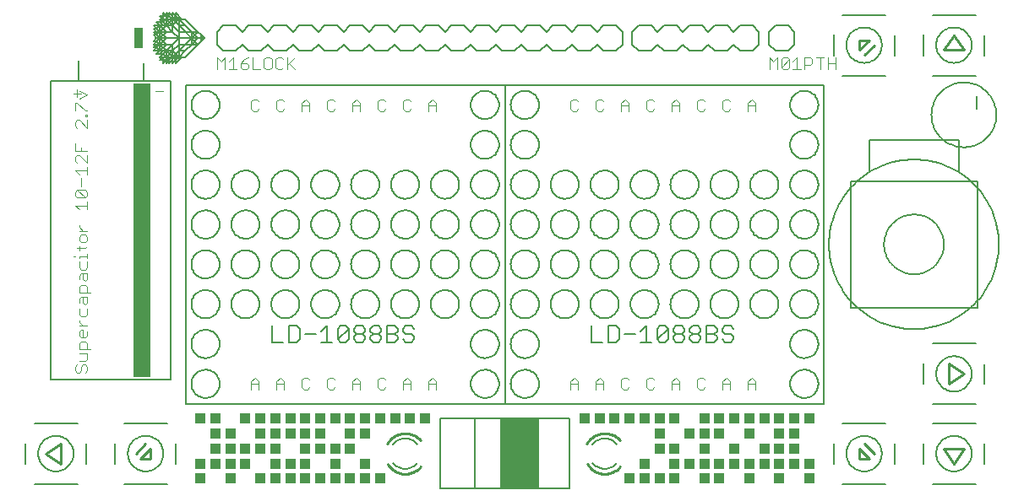
<source format=gto>
G75*
G70*
%OFA0B0*%
%FSLAX24Y24*%
%IPPOS*%
%LPD*%
%AMOC8*
5,1,8,0,0,1.08239X$1,22.5*
%
%ADD10R,0.0354X0.0827*%
%ADD11C,0.0100*%
%ADD12R,0.0394X0.0394*%
%ADD13C,0.0050*%
%ADD14C,0.0060*%
%ADD15C,0.0040*%
%ADD16C,0.0080*%
%ADD17R,0.0689X1.1614*%
%ADD18R,0.1575X0.2756*%
D10*
X005317Y018112D03*
D11*
X033761Y018013D02*
X033761Y017620D01*
X034155Y018013D01*
X033761Y018013D01*
X033958Y017423D02*
X034352Y017817D01*
X037108Y017620D02*
X037502Y018210D01*
X037895Y017620D01*
X037108Y017620D01*
X037305Y005218D02*
X037895Y004824D01*
X037305Y004431D01*
X037305Y005218D01*
X033958Y002069D02*
X034352Y001675D01*
X034155Y001478D02*
X033761Y001478D01*
X033761Y001872D01*
X034155Y001478D01*
X037108Y001872D02*
X037895Y001872D01*
X037502Y001281D01*
X037108Y001872D01*
X023722Y002475D02*
X023668Y002473D01*
X023614Y002468D01*
X023561Y002459D01*
X023508Y002446D01*
X023457Y002430D01*
X023407Y002410D01*
X023358Y002387D01*
X023310Y002361D01*
X023265Y002332D01*
X023222Y002299D01*
X023181Y002264D01*
X023142Y002226D01*
X023106Y002186D01*
X023073Y002143D01*
X023043Y002098D01*
X023016Y002051D01*
X023027Y001278D02*
X023057Y001230D01*
X023090Y001185D01*
X023126Y001142D01*
X023164Y001101D01*
X023206Y001064D01*
X023250Y001029D01*
X023296Y000998D01*
X023345Y000969D01*
X023395Y000945D01*
X023447Y000924D01*
X023501Y000906D01*
X023555Y000893D01*
X023610Y000883D01*
X023666Y000877D01*
X023722Y000875D01*
X023775Y000877D01*
X023829Y000882D01*
X023881Y000891D01*
X023933Y000903D01*
X023984Y000919D01*
X024034Y000938D01*
X024083Y000961D01*
X024130Y000987D01*
X024175Y001015D01*
X024218Y001047D01*
X024258Y001081D01*
X024297Y001119D01*
X024333Y001158D01*
X024337Y002187D02*
X024301Y002227D01*
X024262Y002265D01*
X024221Y002300D01*
X024178Y002332D01*
X024133Y002362D01*
X024086Y002388D01*
X024037Y002410D01*
X023986Y002430D01*
X023935Y002446D01*
X023883Y002459D01*
X023829Y002468D01*
X023776Y002473D01*
X023722Y002475D01*
X015848Y002475D02*
X015794Y002473D01*
X015740Y002468D01*
X015687Y002459D01*
X015634Y002446D01*
X015583Y002430D01*
X015533Y002410D01*
X015484Y002387D01*
X015436Y002361D01*
X015391Y002332D01*
X015348Y002299D01*
X015307Y002264D01*
X015268Y002226D01*
X015232Y002186D01*
X015199Y002143D01*
X015169Y002098D01*
X015142Y002051D01*
X015153Y001278D02*
X015183Y001230D01*
X015216Y001185D01*
X015252Y001142D01*
X015290Y001101D01*
X015332Y001064D01*
X015376Y001029D01*
X015422Y000998D01*
X015471Y000969D01*
X015521Y000945D01*
X015573Y000924D01*
X015627Y000906D01*
X015681Y000893D01*
X015736Y000883D01*
X015792Y000877D01*
X015848Y000875D01*
X015901Y000877D01*
X015955Y000882D01*
X016007Y000891D01*
X016059Y000903D01*
X016110Y000919D01*
X016160Y000938D01*
X016209Y000961D01*
X016256Y000987D01*
X016301Y001015D01*
X016344Y001047D01*
X016384Y001081D01*
X016423Y001119D01*
X016459Y001158D01*
X016463Y002187D02*
X016427Y002227D01*
X016388Y002265D01*
X016347Y002300D01*
X016304Y002332D01*
X016259Y002362D01*
X016212Y002388D01*
X016163Y002410D01*
X016112Y002430D01*
X016061Y002446D01*
X016009Y002459D01*
X015955Y002468D01*
X015902Y002473D01*
X015848Y002475D01*
X005809Y001872D02*
X005809Y001478D01*
X005415Y001478D01*
X005809Y001872D01*
X005612Y002069D02*
X005218Y001675D01*
X002265Y002069D02*
X002265Y001281D01*
X001675Y001675D01*
X002265Y002069D01*
D12*
X007777Y001281D03*
X008368Y001281D03*
X008958Y001281D03*
X009549Y001281D03*
X009549Y001872D03*
X008958Y001872D03*
X008368Y001872D03*
X008368Y002462D03*
X008958Y002462D03*
X008368Y003053D03*
X007777Y003053D03*
X009549Y003053D03*
X010139Y003053D03*
X010730Y003053D03*
X011320Y003053D03*
X011911Y003053D03*
X012502Y003053D03*
X013092Y003053D03*
X013683Y003053D03*
X014273Y003053D03*
X014864Y003053D03*
X015454Y003053D03*
X016045Y003053D03*
X016635Y003053D03*
X014273Y002462D03*
X013683Y002462D03*
X013683Y001872D03*
X013092Y001872D03*
X012502Y001872D03*
X011911Y001872D03*
X011911Y002462D03*
X011320Y002462D03*
X010730Y002462D03*
X010139Y002462D03*
X010139Y001872D03*
X010730Y001872D03*
X010730Y001281D03*
X011320Y001281D03*
X011911Y001281D03*
X011911Y000691D03*
X011320Y000691D03*
X010730Y000691D03*
X010139Y000691D03*
X008958Y000691D03*
X007777Y000691D03*
X012502Y000691D03*
X013092Y000691D03*
X013683Y000691D03*
X014273Y000691D03*
X014864Y000691D03*
X014273Y001281D03*
X013092Y001281D03*
X012502Y002462D03*
X022935Y003053D03*
X023525Y003053D03*
X024116Y003053D03*
X024706Y003053D03*
X025297Y003053D03*
X025887Y003053D03*
X026478Y003053D03*
X027069Y002462D03*
X027659Y002462D03*
X028250Y002462D03*
X028250Y003053D03*
X027659Y003053D03*
X028840Y003053D03*
X029431Y003053D03*
X030021Y003053D03*
X030612Y003053D03*
X031202Y003053D03*
X031793Y003053D03*
X031202Y002462D03*
X030612Y002462D03*
X030612Y001872D03*
X030021Y001872D03*
X030021Y001281D03*
X030612Y001281D03*
X031202Y001281D03*
X031793Y001281D03*
X031793Y000691D03*
X030612Y000691D03*
X029431Y000691D03*
X029431Y001281D03*
X028840Y001281D03*
X028250Y001281D03*
X027659Y001281D03*
X027069Y001281D03*
X026478Y001281D03*
X026478Y000691D03*
X025887Y000691D03*
X025297Y000691D03*
X024706Y000691D03*
X025297Y001281D03*
X025887Y001872D03*
X026478Y001872D03*
X025887Y002462D03*
X027659Y001872D03*
X028840Y001872D03*
X029431Y002462D03*
X031202Y001872D03*
X028250Y000691D03*
X027659Y000691D03*
D13*
X022344Y000297D02*
X022344Y003053D01*
X018604Y003053D01*
X018604Y000297D01*
X022344Y000297D01*
X018604Y000297D02*
X017226Y000297D01*
X017226Y003053D01*
X018604Y003053D01*
X019785Y003643D02*
X032383Y003643D01*
X032383Y016242D01*
X019785Y016242D01*
X019785Y003643D01*
X019785Y016242D01*
X007187Y016242D01*
X007187Y003643D01*
X019785Y003643D01*
X018441Y004431D02*
X018443Y004478D01*
X018449Y004524D01*
X018458Y004570D01*
X018472Y004614D01*
X018489Y004658D01*
X018510Y004699D01*
X018534Y004739D01*
X018561Y004777D01*
X018592Y004812D01*
X018625Y004845D01*
X018661Y004875D01*
X018700Y004901D01*
X018740Y004925D01*
X018782Y004944D01*
X018826Y004961D01*
X018871Y004973D01*
X018917Y004982D01*
X018963Y004987D01*
X019010Y004988D01*
X019056Y004985D01*
X019102Y004978D01*
X019148Y004967D01*
X019192Y004953D01*
X019235Y004935D01*
X019276Y004913D01*
X019316Y004888D01*
X019353Y004860D01*
X019388Y004829D01*
X019420Y004795D01*
X019449Y004758D01*
X019474Y004720D01*
X019497Y004679D01*
X019516Y004636D01*
X019531Y004592D01*
X019543Y004547D01*
X019551Y004501D01*
X019555Y004454D01*
X019555Y004408D01*
X019551Y004361D01*
X019543Y004315D01*
X019531Y004270D01*
X019516Y004226D01*
X019497Y004183D01*
X019474Y004142D01*
X019449Y004104D01*
X019420Y004067D01*
X019388Y004033D01*
X019353Y004002D01*
X019316Y003974D01*
X019277Y003949D01*
X019235Y003927D01*
X019192Y003909D01*
X019148Y003895D01*
X019102Y003884D01*
X019056Y003877D01*
X019010Y003874D01*
X018963Y003875D01*
X018917Y003880D01*
X018871Y003889D01*
X018826Y003901D01*
X018782Y003918D01*
X018740Y003937D01*
X018700Y003961D01*
X018661Y003987D01*
X018625Y004017D01*
X018592Y004050D01*
X018561Y004085D01*
X018534Y004123D01*
X018510Y004163D01*
X018489Y004204D01*
X018472Y004248D01*
X018458Y004292D01*
X018449Y004338D01*
X018443Y004384D01*
X018441Y004431D01*
X020015Y004431D02*
X020017Y004478D01*
X020023Y004524D01*
X020032Y004570D01*
X020046Y004614D01*
X020063Y004658D01*
X020084Y004699D01*
X020108Y004739D01*
X020135Y004777D01*
X020166Y004812D01*
X020199Y004845D01*
X020235Y004875D01*
X020274Y004901D01*
X020314Y004925D01*
X020356Y004944D01*
X020400Y004961D01*
X020445Y004973D01*
X020491Y004982D01*
X020537Y004987D01*
X020584Y004988D01*
X020630Y004985D01*
X020676Y004978D01*
X020722Y004967D01*
X020766Y004953D01*
X020809Y004935D01*
X020850Y004913D01*
X020890Y004888D01*
X020927Y004860D01*
X020962Y004829D01*
X020994Y004795D01*
X021023Y004758D01*
X021048Y004720D01*
X021071Y004679D01*
X021090Y004636D01*
X021105Y004592D01*
X021117Y004547D01*
X021125Y004501D01*
X021129Y004454D01*
X021129Y004408D01*
X021125Y004361D01*
X021117Y004315D01*
X021105Y004270D01*
X021090Y004226D01*
X021071Y004183D01*
X021048Y004142D01*
X021023Y004104D01*
X020994Y004067D01*
X020962Y004033D01*
X020927Y004002D01*
X020890Y003974D01*
X020851Y003949D01*
X020809Y003927D01*
X020766Y003909D01*
X020722Y003895D01*
X020676Y003884D01*
X020630Y003877D01*
X020584Y003874D01*
X020537Y003875D01*
X020491Y003880D01*
X020445Y003889D01*
X020400Y003901D01*
X020356Y003918D01*
X020314Y003937D01*
X020274Y003961D01*
X020235Y003987D01*
X020199Y004017D01*
X020166Y004050D01*
X020135Y004085D01*
X020108Y004123D01*
X020084Y004163D01*
X020063Y004204D01*
X020046Y004248D01*
X020032Y004292D01*
X020023Y004338D01*
X020017Y004384D01*
X020015Y004431D01*
X020015Y006006D02*
X020017Y006053D01*
X020023Y006099D01*
X020032Y006145D01*
X020046Y006189D01*
X020063Y006233D01*
X020084Y006274D01*
X020108Y006314D01*
X020135Y006352D01*
X020166Y006387D01*
X020199Y006420D01*
X020235Y006450D01*
X020274Y006476D01*
X020314Y006500D01*
X020356Y006519D01*
X020400Y006536D01*
X020445Y006548D01*
X020491Y006557D01*
X020537Y006562D01*
X020584Y006563D01*
X020630Y006560D01*
X020676Y006553D01*
X020722Y006542D01*
X020766Y006528D01*
X020809Y006510D01*
X020850Y006488D01*
X020890Y006463D01*
X020927Y006435D01*
X020962Y006404D01*
X020994Y006370D01*
X021023Y006333D01*
X021048Y006295D01*
X021071Y006254D01*
X021090Y006211D01*
X021105Y006167D01*
X021117Y006122D01*
X021125Y006076D01*
X021129Y006029D01*
X021129Y005983D01*
X021125Y005936D01*
X021117Y005890D01*
X021105Y005845D01*
X021090Y005801D01*
X021071Y005758D01*
X021048Y005717D01*
X021023Y005679D01*
X020994Y005642D01*
X020962Y005608D01*
X020927Y005577D01*
X020890Y005549D01*
X020851Y005524D01*
X020809Y005502D01*
X020766Y005484D01*
X020722Y005470D01*
X020676Y005459D01*
X020630Y005452D01*
X020584Y005449D01*
X020537Y005450D01*
X020491Y005455D01*
X020445Y005464D01*
X020400Y005476D01*
X020356Y005493D01*
X020314Y005512D01*
X020274Y005536D01*
X020235Y005562D01*
X020199Y005592D01*
X020166Y005625D01*
X020135Y005660D01*
X020108Y005698D01*
X020084Y005738D01*
X020063Y005779D01*
X020046Y005823D01*
X020032Y005867D01*
X020023Y005913D01*
X020017Y005959D01*
X020015Y006006D01*
X018441Y006006D02*
X018443Y006053D01*
X018449Y006099D01*
X018458Y006145D01*
X018472Y006189D01*
X018489Y006233D01*
X018510Y006274D01*
X018534Y006314D01*
X018561Y006352D01*
X018592Y006387D01*
X018625Y006420D01*
X018661Y006450D01*
X018700Y006476D01*
X018740Y006500D01*
X018782Y006519D01*
X018826Y006536D01*
X018871Y006548D01*
X018917Y006557D01*
X018963Y006562D01*
X019010Y006563D01*
X019056Y006560D01*
X019102Y006553D01*
X019148Y006542D01*
X019192Y006528D01*
X019235Y006510D01*
X019276Y006488D01*
X019316Y006463D01*
X019353Y006435D01*
X019388Y006404D01*
X019420Y006370D01*
X019449Y006333D01*
X019474Y006295D01*
X019497Y006254D01*
X019516Y006211D01*
X019531Y006167D01*
X019543Y006122D01*
X019551Y006076D01*
X019555Y006029D01*
X019555Y005983D01*
X019551Y005936D01*
X019543Y005890D01*
X019531Y005845D01*
X019516Y005801D01*
X019497Y005758D01*
X019474Y005717D01*
X019449Y005679D01*
X019420Y005642D01*
X019388Y005608D01*
X019353Y005577D01*
X019316Y005549D01*
X019277Y005524D01*
X019235Y005502D01*
X019192Y005484D01*
X019148Y005470D01*
X019102Y005459D01*
X019056Y005452D01*
X019010Y005449D01*
X018963Y005450D01*
X018917Y005455D01*
X018871Y005464D01*
X018826Y005476D01*
X018782Y005493D01*
X018740Y005512D01*
X018700Y005536D01*
X018661Y005562D01*
X018625Y005592D01*
X018592Y005625D01*
X018561Y005660D01*
X018534Y005698D01*
X018510Y005738D01*
X018489Y005779D01*
X018472Y005823D01*
X018458Y005867D01*
X018449Y005913D01*
X018443Y005959D01*
X018441Y006006D01*
X018441Y007580D02*
X018443Y007627D01*
X018449Y007673D01*
X018458Y007719D01*
X018472Y007763D01*
X018489Y007807D01*
X018510Y007848D01*
X018534Y007888D01*
X018561Y007926D01*
X018592Y007961D01*
X018625Y007994D01*
X018661Y008024D01*
X018700Y008050D01*
X018740Y008074D01*
X018782Y008093D01*
X018826Y008110D01*
X018871Y008122D01*
X018917Y008131D01*
X018963Y008136D01*
X019010Y008137D01*
X019056Y008134D01*
X019102Y008127D01*
X019148Y008116D01*
X019192Y008102D01*
X019235Y008084D01*
X019276Y008062D01*
X019316Y008037D01*
X019353Y008009D01*
X019388Y007978D01*
X019420Y007944D01*
X019449Y007907D01*
X019474Y007869D01*
X019497Y007828D01*
X019516Y007785D01*
X019531Y007741D01*
X019543Y007696D01*
X019551Y007650D01*
X019555Y007603D01*
X019555Y007557D01*
X019551Y007510D01*
X019543Y007464D01*
X019531Y007419D01*
X019516Y007375D01*
X019497Y007332D01*
X019474Y007291D01*
X019449Y007253D01*
X019420Y007216D01*
X019388Y007182D01*
X019353Y007151D01*
X019316Y007123D01*
X019277Y007098D01*
X019235Y007076D01*
X019192Y007058D01*
X019148Y007044D01*
X019102Y007033D01*
X019056Y007026D01*
X019010Y007023D01*
X018963Y007024D01*
X018917Y007029D01*
X018871Y007038D01*
X018826Y007050D01*
X018782Y007067D01*
X018740Y007086D01*
X018700Y007110D01*
X018661Y007136D01*
X018625Y007166D01*
X018592Y007199D01*
X018561Y007234D01*
X018534Y007272D01*
X018510Y007312D01*
X018489Y007353D01*
X018472Y007397D01*
X018458Y007441D01*
X018449Y007487D01*
X018443Y007533D01*
X018441Y007580D01*
X016866Y007580D02*
X016868Y007627D01*
X016874Y007673D01*
X016883Y007719D01*
X016897Y007763D01*
X016914Y007807D01*
X016935Y007848D01*
X016959Y007888D01*
X016986Y007926D01*
X017017Y007961D01*
X017050Y007994D01*
X017086Y008024D01*
X017125Y008050D01*
X017165Y008074D01*
X017207Y008093D01*
X017251Y008110D01*
X017296Y008122D01*
X017342Y008131D01*
X017388Y008136D01*
X017435Y008137D01*
X017481Y008134D01*
X017527Y008127D01*
X017573Y008116D01*
X017617Y008102D01*
X017660Y008084D01*
X017701Y008062D01*
X017741Y008037D01*
X017778Y008009D01*
X017813Y007978D01*
X017845Y007944D01*
X017874Y007907D01*
X017899Y007869D01*
X017922Y007828D01*
X017941Y007785D01*
X017956Y007741D01*
X017968Y007696D01*
X017976Y007650D01*
X017980Y007603D01*
X017980Y007557D01*
X017976Y007510D01*
X017968Y007464D01*
X017956Y007419D01*
X017941Y007375D01*
X017922Y007332D01*
X017899Y007291D01*
X017874Y007253D01*
X017845Y007216D01*
X017813Y007182D01*
X017778Y007151D01*
X017741Y007123D01*
X017702Y007098D01*
X017660Y007076D01*
X017617Y007058D01*
X017573Y007044D01*
X017527Y007033D01*
X017481Y007026D01*
X017435Y007023D01*
X017388Y007024D01*
X017342Y007029D01*
X017296Y007038D01*
X017251Y007050D01*
X017207Y007067D01*
X017165Y007086D01*
X017125Y007110D01*
X017086Y007136D01*
X017050Y007166D01*
X017017Y007199D01*
X016986Y007234D01*
X016959Y007272D01*
X016935Y007312D01*
X016914Y007353D01*
X016897Y007397D01*
X016883Y007441D01*
X016874Y007487D01*
X016868Y007533D01*
X016866Y007580D01*
X015291Y007580D02*
X015293Y007627D01*
X015299Y007673D01*
X015308Y007719D01*
X015322Y007763D01*
X015339Y007807D01*
X015360Y007848D01*
X015384Y007888D01*
X015411Y007926D01*
X015442Y007961D01*
X015475Y007994D01*
X015511Y008024D01*
X015550Y008050D01*
X015590Y008074D01*
X015632Y008093D01*
X015676Y008110D01*
X015721Y008122D01*
X015767Y008131D01*
X015813Y008136D01*
X015860Y008137D01*
X015906Y008134D01*
X015952Y008127D01*
X015998Y008116D01*
X016042Y008102D01*
X016085Y008084D01*
X016126Y008062D01*
X016166Y008037D01*
X016203Y008009D01*
X016238Y007978D01*
X016270Y007944D01*
X016299Y007907D01*
X016324Y007869D01*
X016347Y007828D01*
X016366Y007785D01*
X016381Y007741D01*
X016393Y007696D01*
X016401Y007650D01*
X016405Y007603D01*
X016405Y007557D01*
X016401Y007510D01*
X016393Y007464D01*
X016381Y007419D01*
X016366Y007375D01*
X016347Y007332D01*
X016324Y007291D01*
X016299Y007253D01*
X016270Y007216D01*
X016238Y007182D01*
X016203Y007151D01*
X016166Y007123D01*
X016127Y007098D01*
X016085Y007076D01*
X016042Y007058D01*
X015998Y007044D01*
X015952Y007033D01*
X015906Y007026D01*
X015860Y007023D01*
X015813Y007024D01*
X015767Y007029D01*
X015721Y007038D01*
X015676Y007050D01*
X015632Y007067D01*
X015590Y007086D01*
X015550Y007110D01*
X015511Y007136D01*
X015475Y007166D01*
X015442Y007199D01*
X015411Y007234D01*
X015384Y007272D01*
X015360Y007312D01*
X015339Y007353D01*
X015322Y007397D01*
X015308Y007441D01*
X015299Y007487D01*
X015293Y007533D01*
X015291Y007580D01*
X013716Y007580D02*
X013718Y007627D01*
X013724Y007673D01*
X013733Y007719D01*
X013747Y007763D01*
X013764Y007807D01*
X013785Y007848D01*
X013809Y007888D01*
X013836Y007926D01*
X013867Y007961D01*
X013900Y007994D01*
X013936Y008024D01*
X013975Y008050D01*
X014015Y008074D01*
X014057Y008093D01*
X014101Y008110D01*
X014146Y008122D01*
X014192Y008131D01*
X014238Y008136D01*
X014285Y008137D01*
X014331Y008134D01*
X014377Y008127D01*
X014423Y008116D01*
X014467Y008102D01*
X014510Y008084D01*
X014551Y008062D01*
X014591Y008037D01*
X014628Y008009D01*
X014663Y007978D01*
X014695Y007944D01*
X014724Y007907D01*
X014749Y007869D01*
X014772Y007828D01*
X014791Y007785D01*
X014806Y007741D01*
X014818Y007696D01*
X014826Y007650D01*
X014830Y007603D01*
X014830Y007557D01*
X014826Y007510D01*
X014818Y007464D01*
X014806Y007419D01*
X014791Y007375D01*
X014772Y007332D01*
X014749Y007291D01*
X014724Y007253D01*
X014695Y007216D01*
X014663Y007182D01*
X014628Y007151D01*
X014591Y007123D01*
X014552Y007098D01*
X014510Y007076D01*
X014467Y007058D01*
X014423Y007044D01*
X014377Y007033D01*
X014331Y007026D01*
X014285Y007023D01*
X014238Y007024D01*
X014192Y007029D01*
X014146Y007038D01*
X014101Y007050D01*
X014057Y007067D01*
X014015Y007086D01*
X013975Y007110D01*
X013936Y007136D01*
X013900Y007166D01*
X013867Y007199D01*
X013836Y007234D01*
X013809Y007272D01*
X013785Y007312D01*
X013764Y007353D01*
X013747Y007397D01*
X013733Y007441D01*
X013724Y007487D01*
X013718Y007533D01*
X013716Y007580D01*
X012141Y007580D02*
X012143Y007627D01*
X012149Y007673D01*
X012158Y007719D01*
X012172Y007763D01*
X012189Y007807D01*
X012210Y007848D01*
X012234Y007888D01*
X012261Y007926D01*
X012292Y007961D01*
X012325Y007994D01*
X012361Y008024D01*
X012400Y008050D01*
X012440Y008074D01*
X012482Y008093D01*
X012526Y008110D01*
X012571Y008122D01*
X012617Y008131D01*
X012663Y008136D01*
X012710Y008137D01*
X012756Y008134D01*
X012802Y008127D01*
X012848Y008116D01*
X012892Y008102D01*
X012935Y008084D01*
X012976Y008062D01*
X013016Y008037D01*
X013053Y008009D01*
X013088Y007978D01*
X013120Y007944D01*
X013149Y007907D01*
X013174Y007869D01*
X013197Y007828D01*
X013216Y007785D01*
X013231Y007741D01*
X013243Y007696D01*
X013251Y007650D01*
X013255Y007603D01*
X013255Y007557D01*
X013251Y007510D01*
X013243Y007464D01*
X013231Y007419D01*
X013216Y007375D01*
X013197Y007332D01*
X013174Y007291D01*
X013149Y007253D01*
X013120Y007216D01*
X013088Y007182D01*
X013053Y007151D01*
X013016Y007123D01*
X012977Y007098D01*
X012935Y007076D01*
X012892Y007058D01*
X012848Y007044D01*
X012802Y007033D01*
X012756Y007026D01*
X012710Y007023D01*
X012663Y007024D01*
X012617Y007029D01*
X012571Y007038D01*
X012526Y007050D01*
X012482Y007067D01*
X012440Y007086D01*
X012400Y007110D01*
X012361Y007136D01*
X012325Y007166D01*
X012292Y007199D01*
X012261Y007234D01*
X012234Y007272D01*
X012210Y007312D01*
X012189Y007353D01*
X012172Y007397D01*
X012158Y007441D01*
X012149Y007487D01*
X012143Y007533D01*
X012141Y007580D01*
X010567Y007580D02*
X010569Y007627D01*
X010575Y007673D01*
X010584Y007719D01*
X010598Y007763D01*
X010615Y007807D01*
X010636Y007848D01*
X010660Y007888D01*
X010687Y007926D01*
X010718Y007961D01*
X010751Y007994D01*
X010787Y008024D01*
X010826Y008050D01*
X010866Y008074D01*
X010908Y008093D01*
X010952Y008110D01*
X010997Y008122D01*
X011043Y008131D01*
X011089Y008136D01*
X011136Y008137D01*
X011182Y008134D01*
X011228Y008127D01*
X011274Y008116D01*
X011318Y008102D01*
X011361Y008084D01*
X011402Y008062D01*
X011442Y008037D01*
X011479Y008009D01*
X011514Y007978D01*
X011546Y007944D01*
X011575Y007907D01*
X011600Y007869D01*
X011623Y007828D01*
X011642Y007785D01*
X011657Y007741D01*
X011669Y007696D01*
X011677Y007650D01*
X011681Y007603D01*
X011681Y007557D01*
X011677Y007510D01*
X011669Y007464D01*
X011657Y007419D01*
X011642Y007375D01*
X011623Y007332D01*
X011600Y007291D01*
X011575Y007253D01*
X011546Y007216D01*
X011514Y007182D01*
X011479Y007151D01*
X011442Y007123D01*
X011403Y007098D01*
X011361Y007076D01*
X011318Y007058D01*
X011274Y007044D01*
X011228Y007033D01*
X011182Y007026D01*
X011136Y007023D01*
X011089Y007024D01*
X011043Y007029D01*
X010997Y007038D01*
X010952Y007050D01*
X010908Y007067D01*
X010866Y007086D01*
X010826Y007110D01*
X010787Y007136D01*
X010751Y007166D01*
X010718Y007199D01*
X010687Y007234D01*
X010660Y007272D01*
X010636Y007312D01*
X010615Y007353D01*
X010598Y007397D01*
X010584Y007441D01*
X010575Y007487D01*
X010569Y007533D01*
X010567Y007580D01*
X008992Y007580D02*
X008994Y007627D01*
X009000Y007673D01*
X009009Y007719D01*
X009023Y007763D01*
X009040Y007807D01*
X009061Y007848D01*
X009085Y007888D01*
X009112Y007926D01*
X009143Y007961D01*
X009176Y007994D01*
X009212Y008024D01*
X009251Y008050D01*
X009291Y008074D01*
X009333Y008093D01*
X009377Y008110D01*
X009422Y008122D01*
X009468Y008131D01*
X009514Y008136D01*
X009561Y008137D01*
X009607Y008134D01*
X009653Y008127D01*
X009699Y008116D01*
X009743Y008102D01*
X009786Y008084D01*
X009827Y008062D01*
X009867Y008037D01*
X009904Y008009D01*
X009939Y007978D01*
X009971Y007944D01*
X010000Y007907D01*
X010025Y007869D01*
X010048Y007828D01*
X010067Y007785D01*
X010082Y007741D01*
X010094Y007696D01*
X010102Y007650D01*
X010106Y007603D01*
X010106Y007557D01*
X010102Y007510D01*
X010094Y007464D01*
X010082Y007419D01*
X010067Y007375D01*
X010048Y007332D01*
X010025Y007291D01*
X010000Y007253D01*
X009971Y007216D01*
X009939Y007182D01*
X009904Y007151D01*
X009867Y007123D01*
X009828Y007098D01*
X009786Y007076D01*
X009743Y007058D01*
X009699Y007044D01*
X009653Y007033D01*
X009607Y007026D01*
X009561Y007023D01*
X009514Y007024D01*
X009468Y007029D01*
X009422Y007038D01*
X009377Y007050D01*
X009333Y007067D01*
X009291Y007086D01*
X009251Y007110D01*
X009212Y007136D01*
X009176Y007166D01*
X009143Y007199D01*
X009112Y007234D01*
X009085Y007272D01*
X009061Y007312D01*
X009040Y007353D01*
X009023Y007397D01*
X009009Y007441D01*
X009000Y007487D01*
X008994Y007533D01*
X008992Y007580D01*
X007417Y007580D02*
X007419Y007627D01*
X007425Y007673D01*
X007434Y007719D01*
X007448Y007763D01*
X007465Y007807D01*
X007486Y007848D01*
X007510Y007888D01*
X007537Y007926D01*
X007568Y007961D01*
X007601Y007994D01*
X007637Y008024D01*
X007676Y008050D01*
X007716Y008074D01*
X007758Y008093D01*
X007802Y008110D01*
X007847Y008122D01*
X007893Y008131D01*
X007939Y008136D01*
X007986Y008137D01*
X008032Y008134D01*
X008078Y008127D01*
X008124Y008116D01*
X008168Y008102D01*
X008211Y008084D01*
X008252Y008062D01*
X008292Y008037D01*
X008329Y008009D01*
X008364Y007978D01*
X008396Y007944D01*
X008425Y007907D01*
X008450Y007869D01*
X008473Y007828D01*
X008492Y007785D01*
X008507Y007741D01*
X008519Y007696D01*
X008527Y007650D01*
X008531Y007603D01*
X008531Y007557D01*
X008527Y007510D01*
X008519Y007464D01*
X008507Y007419D01*
X008492Y007375D01*
X008473Y007332D01*
X008450Y007291D01*
X008425Y007253D01*
X008396Y007216D01*
X008364Y007182D01*
X008329Y007151D01*
X008292Y007123D01*
X008253Y007098D01*
X008211Y007076D01*
X008168Y007058D01*
X008124Y007044D01*
X008078Y007033D01*
X008032Y007026D01*
X007986Y007023D01*
X007939Y007024D01*
X007893Y007029D01*
X007847Y007038D01*
X007802Y007050D01*
X007758Y007067D01*
X007716Y007086D01*
X007676Y007110D01*
X007637Y007136D01*
X007601Y007166D01*
X007568Y007199D01*
X007537Y007234D01*
X007510Y007272D01*
X007486Y007312D01*
X007465Y007353D01*
X007448Y007397D01*
X007434Y007441D01*
X007425Y007487D01*
X007419Y007533D01*
X007417Y007580D01*
X007417Y006006D02*
X007419Y006053D01*
X007425Y006099D01*
X007434Y006145D01*
X007448Y006189D01*
X007465Y006233D01*
X007486Y006274D01*
X007510Y006314D01*
X007537Y006352D01*
X007568Y006387D01*
X007601Y006420D01*
X007637Y006450D01*
X007676Y006476D01*
X007716Y006500D01*
X007758Y006519D01*
X007802Y006536D01*
X007847Y006548D01*
X007893Y006557D01*
X007939Y006562D01*
X007986Y006563D01*
X008032Y006560D01*
X008078Y006553D01*
X008124Y006542D01*
X008168Y006528D01*
X008211Y006510D01*
X008252Y006488D01*
X008292Y006463D01*
X008329Y006435D01*
X008364Y006404D01*
X008396Y006370D01*
X008425Y006333D01*
X008450Y006295D01*
X008473Y006254D01*
X008492Y006211D01*
X008507Y006167D01*
X008519Y006122D01*
X008527Y006076D01*
X008531Y006029D01*
X008531Y005983D01*
X008527Y005936D01*
X008519Y005890D01*
X008507Y005845D01*
X008492Y005801D01*
X008473Y005758D01*
X008450Y005717D01*
X008425Y005679D01*
X008396Y005642D01*
X008364Y005608D01*
X008329Y005577D01*
X008292Y005549D01*
X008253Y005524D01*
X008211Y005502D01*
X008168Y005484D01*
X008124Y005470D01*
X008078Y005459D01*
X008032Y005452D01*
X007986Y005449D01*
X007939Y005450D01*
X007893Y005455D01*
X007847Y005464D01*
X007802Y005476D01*
X007758Y005493D01*
X007716Y005512D01*
X007676Y005536D01*
X007637Y005562D01*
X007601Y005592D01*
X007568Y005625D01*
X007537Y005660D01*
X007510Y005698D01*
X007486Y005738D01*
X007465Y005779D01*
X007448Y005823D01*
X007434Y005867D01*
X007425Y005913D01*
X007419Y005959D01*
X007417Y006006D01*
X006608Y004592D02*
X006608Y016403D01*
X005525Y016403D01*
X005525Y017092D01*
X005919Y017600D02*
X006169Y017600D01*
X006044Y017475D01*
X006169Y017475D01*
X006294Y017600D01*
X006169Y017600D01*
X006044Y017725D01*
X005919Y017725D01*
X006044Y017850D01*
X005919Y017850D01*
X006044Y017975D01*
X006169Y017850D01*
X006169Y018350D01*
X006419Y018600D01*
X006794Y018975D01*
X006794Y018725D01*
X006919Y018850D01*
X006669Y018850D01*
X006419Y018850D01*
X006544Y018975D01*
X006544Y019100D01*
X006669Y018975D01*
X006669Y019100D01*
X006794Y018975D01*
X006794Y019100D01*
X007044Y018850D01*
X007169Y018850D01*
X007669Y018350D01*
X006919Y018350D01*
X006919Y018600D01*
X007169Y018600D01*
X006919Y018850D01*
X006919Y018600D01*
X007669Y017850D01*
X007419Y017850D01*
X006919Y017850D01*
X006919Y017600D01*
X007169Y017600D01*
X006919Y017350D01*
X006669Y017350D01*
X006419Y017350D01*
X006294Y017475D01*
X006169Y017475D01*
X006294Y017475D02*
X006169Y017350D01*
X006294Y017350D01*
X006169Y017225D01*
X006294Y017225D01*
X006294Y017100D01*
X006419Y017225D01*
X006294Y017225D01*
X006294Y017350D01*
X006419Y017350D01*
X006544Y017225D01*
X006544Y017100D01*
X006669Y017225D01*
X006669Y017100D01*
X006794Y017225D01*
X006919Y017350D01*
X006919Y017600D01*
X007669Y018350D01*
X007794Y018225D01*
X007794Y017975D01*
X007669Y017850D01*
X007169Y017350D01*
X007044Y017350D01*
X006794Y017100D01*
X006794Y017225D01*
X006419Y017600D01*
X006169Y017850D01*
X006169Y017600D01*
X006419Y017850D01*
X006169Y018100D01*
X006419Y018350D01*
X006169Y018600D01*
X006044Y018725D01*
X006169Y018725D01*
X006294Y018725D01*
X006419Y018850D01*
X006419Y018600D01*
X006669Y018600D01*
X006919Y018350D01*
X006919Y018100D01*
X006919Y017850D01*
X006669Y017600D01*
X006419Y017600D01*
X006419Y017350D01*
X006419Y017225D01*
X006419Y017100D01*
X006544Y017225D01*
X006669Y017350D01*
X006794Y017475D01*
X006919Y017600D01*
X006794Y017475D02*
X006919Y017350D01*
X007044Y017350D01*
X007169Y017600D02*
X007419Y017850D01*
X007419Y018350D01*
X007169Y018600D01*
X006919Y018600D02*
X006794Y018725D01*
X006669Y018600D01*
X006419Y018850D01*
X006294Y018850D01*
X006169Y018975D01*
X006294Y018975D01*
X006294Y019100D01*
X006419Y018975D01*
X006294Y018975D01*
X006294Y018850D01*
X006169Y018850D01*
X006294Y018725D01*
X006419Y018600D01*
X006294Y018600D01*
X006169Y018725D01*
X006169Y018600D02*
X005919Y018600D01*
X006044Y018475D01*
X005919Y018475D01*
X006044Y018350D01*
X006169Y018350D01*
X006169Y018600D01*
X006044Y018475D01*
X006169Y018350D01*
X006044Y018225D01*
X005919Y018225D01*
X006044Y018100D01*
X006169Y018100D01*
X006419Y018100D01*
X006169Y017850D01*
X006044Y017850D01*
X006169Y017850D02*
X006419Y017850D01*
X006669Y017850D01*
X006669Y017600D01*
X006794Y017475D01*
X006794Y017225D01*
X006669Y017225D02*
X006669Y017350D01*
X006669Y017600D01*
X006419Y017350D01*
X006294Y017475D02*
X006419Y017600D01*
X006294Y017600D01*
X006419Y017600D02*
X006669Y017850D01*
X006919Y018100D01*
X006669Y018350D01*
X006669Y018600D01*
X006669Y018850D01*
X006794Y018725D01*
X006919Y018850D02*
X007044Y018850D01*
X006919Y018850D02*
X006794Y018975D01*
X006669Y018975D02*
X006669Y018850D01*
X006544Y018975D01*
X006419Y019100D01*
X006419Y018975D01*
X006419Y018850D01*
X006419Y018600D02*
X006669Y018350D01*
X006419Y018350D01*
X006169Y018350D01*
X006419Y018100D01*
X006919Y018100D01*
X007669Y018100D01*
X007419Y017850D01*
X007794Y017975D02*
X007919Y018100D01*
X007794Y018225D01*
X007919Y018100D02*
X007669Y018100D01*
X007419Y018350D01*
X006294Y018600D02*
X006169Y018600D01*
X006044Y018350D02*
X005919Y018350D01*
X006044Y018225D01*
X006169Y018100D01*
X006044Y017975D01*
X005919Y017975D01*
X006044Y018100D01*
X006169Y017850D02*
X006044Y017725D01*
X005919Y017600D01*
X005525Y016403D02*
X002966Y016403D01*
X002966Y017191D01*
X002966Y016403D02*
X001883Y016403D01*
X001883Y004592D01*
X006608Y004592D01*
X007417Y004431D02*
X007419Y004478D01*
X007425Y004524D01*
X007434Y004570D01*
X007448Y004614D01*
X007465Y004658D01*
X007486Y004699D01*
X007510Y004739D01*
X007537Y004777D01*
X007568Y004812D01*
X007601Y004845D01*
X007637Y004875D01*
X007676Y004901D01*
X007716Y004925D01*
X007758Y004944D01*
X007802Y004961D01*
X007847Y004973D01*
X007893Y004982D01*
X007939Y004987D01*
X007986Y004988D01*
X008032Y004985D01*
X008078Y004978D01*
X008124Y004967D01*
X008168Y004953D01*
X008211Y004935D01*
X008252Y004913D01*
X008292Y004888D01*
X008329Y004860D01*
X008364Y004829D01*
X008396Y004795D01*
X008425Y004758D01*
X008450Y004720D01*
X008473Y004679D01*
X008492Y004636D01*
X008507Y004592D01*
X008519Y004547D01*
X008527Y004501D01*
X008531Y004454D01*
X008531Y004408D01*
X008527Y004361D01*
X008519Y004315D01*
X008507Y004270D01*
X008492Y004226D01*
X008473Y004183D01*
X008450Y004142D01*
X008425Y004104D01*
X008396Y004067D01*
X008364Y004033D01*
X008329Y004002D01*
X008292Y003974D01*
X008253Y003949D01*
X008211Y003927D01*
X008168Y003909D01*
X008124Y003895D01*
X008078Y003884D01*
X008032Y003877D01*
X007986Y003874D01*
X007939Y003875D01*
X007893Y003880D01*
X007847Y003889D01*
X007802Y003901D01*
X007758Y003918D01*
X007716Y003937D01*
X007676Y003961D01*
X007637Y003987D01*
X007601Y004017D01*
X007568Y004050D01*
X007537Y004085D01*
X007510Y004123D01*
X007486Y004163D01*
X007465Y004204D01*
X007448Y004248D01*
X007434Y004292D01*
X007425Y004338D01*
X007419Y004384D01*
X007417Y004431D01*
X007417Y009155D02*
X007419Y009202D01*
X007425Y009248D01*
X007434Y009294D01*
X007448Y009338D01*
X007465Y009382D01*
X007486Y009423D01*
X007510Y009463D01*
X007537Y009501D01*
X007568Y009536D01*
X007601Y009569D01*
X007637Y009599D01*
X007676Y009625D01*
X007716Y009649D01*
X007758Y009668D01*
X007802Y009685D01*
X007847Y009697D01*
X007893Y009706D01*
X007939Y009711D01*
X007986Y009712D01*
X008032Y009709D01*
X008078Y009702D01*
X008124Y009691D01*
X008168Y009677D01*
X008211Y009659D01*
X008252Y009637D01*
X008292Y009612D01*
X008329Y009584D01*
X008364Y009553D01*
X008396Y009519D01*
X008425Y009482D01*
X008450Y009444D01*
X008473Y009403D01*
X008492Y009360D01*
X008507Y009316D01*
X008519Y009271D01*
X008527Y009225D01*
X008531Y009178D01*
X008531Y009132D01*
X008527Y009085D01*
X008519Y009039D01*
X008507Y008994D01*
X008492Y008950D01*
X008473Y008907D01*
X008450Y008866D01*
X008425Y008828D01*
X008396Y008791D01*
X008364Y008757D01*
X008329Y008726D01*
X008292Y008698D01*
X008253Y008673D01*
X008211Y008651D01*
X008168Y008633D01*
X008124Y008619D01*
X008078Y008608D01*
X008032Y008601D01*
X007986Y008598D01*
X007939Y008599D01*
X007893Y008604D01*
X007847Y008613D01*
X007802Y008625D01*
X007758Y008642D01*
X007716Y008661D01*
X007676Y008685D01*
X007637Y008711D01*
X007601Y008741D01*
X007568Y008774D01*
X007537Y008809D01*
X007510Y008847D01*
X007486Y008887D01*
X007465Y008928D01*
X007448Y008972D01*
X007434Y009016D01*
X007425Y009062D01*
X007419Y009108D01*
X007417Y009155D01*
X008992Y009155D02*
X008994Y009202D01*
X009000Y009248D01*
X009009Y009294D01*
X009023Y009338D01*
X009040Y009382D01*
X009061Y009423D01*
X009085Y009463D01*
X009112Y009501D01*
X009143Y009536D01*
X009176Y009569D01*
X009212Y009599D01*
X009251Y009625D01*
X009291Y009649D01*
X009333Y009668D01*
X009377Y009685D01*
X009422Y009697D01*
X009468Y009706D01*
X009514Y009711D01*
X009561Y009712D01*
X009607Y009709D01*
X009653Y009702D01*
X009699Y009691D01*
X009743Y009677D01*
X009786Y009659D01*
X009827Y009637D01*
X009867Y009612D01*
X009904Y009584D01*
X009939Y009553D01*
X009971Y009519D01*
X010000Y009482D01*
X010025Y009444D01*
X010048Y009403D01*
X010067Y009360D01*
X010082Y009316D01*
X010094Y009271D01*
X010102Y009225D01*
X010106Y009178D01*
X010106Y009132D01*
X010102Y009085D01*
X010094Y009039D01*
X010082Y008994D01*
X010067Y008950D01*
X010048Y008907D01*
X010025Y008866D01*
X010000Y008828D01*
X009971Y008791D01*
X009939Y008757D01*
X009904Y008726D01*
X009867Y008698D01*
X009828Y008673D01*
X009786Y008651D01*
X009743Y008633D01*
X009699Y008619D01*
X009653Y008608D01*
X009607Y008601D01*
X009561Y008598D01*
X009514Y008599D01*
X009468Y008604D01*
X009422Y008613D01*
X009377Y008625D01*
X009333Y008642D01*
X009291Y008661D01*
X009251Y008685D01*
X009212Y008711D01*
X009176Y008741D01*
X009143Y008774D01*
X009112Y008809D01*
X009085Y008847D01*
X009061Y008887D01*
X009040Y008928D01*
X009023Y008972D01*
X009009Y009016D01*
X009000Y009062D01*
X008994Y009108D01*
X008992Y009155D01*
X010567Y009155D02*
X010569Y009202D01*
X010575Y009248D01*
X010584Y009294D01*
X010598Y009338D01*
X010615Y009382D01*
X010636Y009423D01*
X010660Y009463D01*
X010687Y009501D01*
X010718Y009536D01*
X010751Y009569D01*
X010787Y009599D01*
X010826Y009625D01*
X010866Y009649D01*
X010908Y009668D01*
X010952Y009685D01*
X010997Y009697D01*
X011043Y009706D01*
X011089Y009711D01*
X011136Y009712D01*
X011182Y009709D01*
X011228Y009702D01*
X011274Y009691D01*
X011318Y009677D01*
X011361Y009659D01*
X011402Y009637D01*
X011442Y009612D01*
X011479Y009584D01*
X011514Y009553D01*
X011546Y009519D01*
X011575Y009482D01*
X011600Y009444D01*
X011623Y009403D01*
X011642Y009360D01*
X011657Y009316D01*
X011669Y009271D01*
X011677Y009225D01*
X011681Y009178D01*
X011681Y009132D01*
X011677Y009085D01*
X011669Y009039D01*
X011657Y008994D01*
X011642Y008950D01*
X011623Y008907D01*
X011600Y008866D01*
X011575Y008828D01*
X011546Y008791D01*
X011514Y008757D01*
X011479Y008726D01*
X011442Y008698D01*
X011403Y008673D01*
X011361Y008651D01*
X011318Y008633D01*
X011274Y008619D01*
X011228Y008608D01*
X011182Y008601D01*
X011136Y008598D01*
X011089Y008599D01*
X011043Y008604D01*
X010997Y008613D01*
X010952Y008625D01*
X010908Y008642D01*
X010866Y008661D01*
X010826Y008685D01*
X010787Y008711D01*
X010751Y008741D01*
X010718Y008774D01*
X010687Y008809D01*
X010660Y008847D01*
X010636Y008887D01*
X010615Y008928D01*
X010598Y008972D01*
X010584Y009016D01*
X010575Y009062D01*
X010569Y009108D01*
X010567Y009155D01*
X012141Y009155D02*
X012143Y009202D01*
X012149Y009248D01*
X012158Y009294D01*
X012172Y009338D01*
X012189Y009382D01*
X012210Y009423D01*
X012234Y009463D01*
X012261Y009501D01*
X012292Y009536D01*
X012325Y009569D01*
X012361Y009599D01*
X012400Y009625D01*
X012440Y009649D01*
X012482Y009668D01*
X012526Y009685D01*
X012571Y009697D01*
X012617Y009706D01*
X012663Y009711D01*
X012710Y009712D01*
X012756Y009709D01*
X012802Y009702D01*
X012848Y009691D01*
X012892Y009677D01*
X012935Y009659D01*
X012976Y009637D01*
X013016Y009612D01*
X013053Y009584D01*
X013088Y009553D01*
X013120Y009519D01*
X013149Y009482D01*
X013174Y009444D01*
X013197Y009403D01*
X013216Y009360D01*
X013231Y009316D01*
X013243Y009271D01*
X013251Y009225D01*
X013255Y009178D01*
X013255Y009132D01*
X013251Y009085D01*
X013243Y009039D01*
X013231Y008994D01*
X013216Y008950D01*
X013197Y008907D01*
X013174Y008866D01*
X013149Y008828D01*
X013120Y008791D01*
X013088Y008757D01*
X013053Y008726D01*
X013016Y008698D01*
X012977Y008673D01*
X012935Y008651D01*
X012892Y008633D01*
X012848Y008619D01*
X012802Y008608D01*
X012756Y008601D01*
X012710Y008598D01*
X012663Y008599D01*
X012617Y008604D01*
X012571Y008613D01*
X012526Y008625D01*
X012482Y008642D01*
X012440Y008661D01*
X012400Y008685D01*
X012361Y008711D01*
X012325Y008741D01*
X012292Y008774D01*
X012261Y008809D01*
X012234Y008847D01*
X012210Y008887D01*
X012189Y008928D01*
X012172Y008972D01*
X012158Y009016D01*
X012149Y009062D01*
X012143Y009108D01*
X012141Y009155D01*
X013716Y009155D02*
X013718Y009202D01*
X013724Y009248D01*
X013733Y009294D01*
X013747Y009338D01*
X013764Y009382D01*
X013785Y009423D01*
X013809Y009463D01*
X013836Y009501D01*
X013867Y009536D01*
X013900Y009569D01*
X013936Y009599D01*
X013975Y009625D01*
X014015Y009649D01*
X014057Y009668D01*
X014101Y009685D01*
X014146Y009697D01*
X014192Y009706D01*
X014238Y009711D01*
X014285Y009712D01*
X014331Y009709D01*
X014377Y009702D01*
X014423Y009691D01*
X014467Y009677D01*
X014510Y009659D01*
X014551Y009637D01*
X014591Y009612D01*
X014628Y009584D01*
X014663Y009553D01*
X014695Y009519D01*
X014724Y009482D01*
X014749Y009444D01*
X014772Y009403D01*
X014791Y009360D01*
X014806Y009316D01*
X014818Y009271D01*
X014826Y009225D01*
X014830Y009178D01*
X014830Y009132D01*
X014826Y009085D01*
X014818Y009039D01*
X014806Y008994D01*
X014791Y008950D01*
X014772Y008907D01*
X014749Y008866D01*
X014724Y008828D01*
X014695Y008791D01*
X014663Y008757D01*
X014628Y008726D01*
X014591Y008698D01*
X014552Y008673D01*
X014510Y008651D01*
X014467Y008633D01*
X014423Y008619D01*
X014377Y008608D01*
X014331Y008601D01*
X014285Y008598D01*
X014238Y008599D01*
X014192Y008604D01*
X014146Y008613D01*
X014101Y008625D01*
X014057Y008642D01*
X014015Y008661D01*
X013975Y008685D01*
X013936Y008711D01*
X013900Y008741D01*
X013867Y008774D01*
X013836Y008809D01*
X013809Y008847D01*
X013785Y008887D01*
X013764Y008928D01*
X013747Y008972D01*
X013733Y009016D01*
X013724Y009062D01*
X013718Y009108D01*
X013716Y009155D01*
X015291Y009155D02*
X015293Y009202D01*
X015299Y009248D01*
X015308Y009294D01*
X015322Y009338D01*
X015339Y009382D01*
X015360Y009423D01*
X015384Y009463D01*
X015411Y009501D01*
X015442Y009536D01*
X015475Y009569D01*
X015511Y009599D01*
X015550Y009625D01*
X015590Y009649D01*
X015632Y009668D01*
X015676Y009685D01*
X015721Y009697D01*
X015767Y009706D01*
X015813Y009711D01*
X015860Y009712D01*
X015906Y009709D01*
X015952Y009702D01*
X015998Y009691D01*
X016042Y009677D01*
X016085Y009659D01*
X016126Y009637D01*
X016166Y009612D01*
X016203Y009584D01*
X016238Y009553D01*
X016270Y009519D01*
X016299Y009482D01*
X016324Y009444D01*
X016347Y009403D01*
X016366Y009360D01*
X016381Y009316D01*
X016393Y009271D01*
X016401Y009225D01*
X016405Y009178D01*
X016405Y009132D01*
X016401Y009085D01*
X016393Y009039D01*
X016381Y008994D01*
X016366Y008950D01*
X016347Y008907D01*
X016324Y008866D01*
X016299Y008828D01*
X016270Y008791D01*
X016238Y008757D01*
X016203Y008726D01*
X016166Y008698D01*
X016127Y008673D01*
X016085Y008651D01*
X016042Y008633D01*
X015998Y008619D01*
X015952Y008608D01*
X015906Y008601D01*
X015860Y008598D01*
X015813Y008599D01*
X015767Y008604D01*
X015721Y008613D01*
X015676Y008625D01*
X015632Y008642D01*
X015590Y008661D01*
X015550Y008685D01*
X015511Y008711D01*
X015475Y008741D01*
X015442Y008774D01*
X015411Y008809D01*
X015384Y008847D01*
X015360Y008887D01*
X015339Y008928D01*
X015322Y008972D01*
X015308Y009016D01*
X015299Y009062D01*
X015293Y009108D01*
X015291Y009155D01*
X016866Y009155D02*
X016868Y009202D01*
X016874Y009248D01*
X016883Y009294D01*
X016897Y009338D01*
X016914Y009382D01*
X016935Y009423D01*
X016959Y009463D01*
X016986Y009501D01*
X017017Y009536D01*
X017050Y009569D01*
X017086Y009599D01*
X017125Y009625D01*
X017165Y009649D01*
X017207Y009668D01*
X017251Y009685D01*
X017296Y009697D01*
X017342Y009706D01*
X017388Y009711D01*
X017435Y009712D01*
X017481Y009709D01*
X017527Y009702D01*
X017573Y009691D01*
X017617Y009677D01*
X017660Y009659D01*
X017701Y009637D01*
X017741Y009612D01*
X017778Y009584D01*
X017813Y009553D01*
X017845Y009519D01*
X017874Y009482D01*
X017899Y009444D01*
X017922Y009403D01*
X017941Y009360D01*
X017956Y009316D01*
X017968Y009271D01*
X017976Y009225D01*
X017980Y009178D01*
X017980Y009132D01*
X017976Y009085D01*
X017968Y009039D01*
X017956Y008994D01*
X017941Y008950D01*
X017922Y008907D01*
X017899Y008866D01*
X017874Y008828D01*
X017845Y008791D01*
X017813Y008757D01*
X017778Y008726D01*
X017741Y008698D01*
X017702Y008673D01*
X017660Y008651D01*
X017617Y008633D01*
X017573Y008619D01*
X017527Y008608D01*
X017481Y008601D01*
X017435Y008598D01*
X017388Y008599D01*
X017342Y008604D01*
X017296Y008613D01*
X017251Y008625D01*
X017207Y008642D01*
X017165Y008661D01*
X017125Y008685D01*
X017086Y008711D01*
X017050Y008741D01*
X017017Y008774D01*
X016986Y008809D01*
X016959Y008847D01*
X016935Y008887D01*
X016914Y008928D01*
X016897Y008972D01*
X016883Y009016D01*
X016874Y009062D01*
X016868Y009108D01*
X016866Y009155D01*
X018441Y009155D02*
X018443Y009202D01*
X018449Y009248D01*
X018458Y009294D01*
X018472Y009338D01*
X018489Y009382D01*
X018510Y009423D01*
X018534Y009463D01*
X018561Y009501D01*
X018592Y009536D01*
X018625Y009569D01*
X018661Y009599D01*
X018700Y009625D01*
X018740Y009649D01*
X018782Y009668D01*
X018826Y009685D01*
X018871Y009697D01*
X018917Y009706D01*
X018963Y009711D01*
X019010Y009712D01*
X019056Y009709D01*
X019102Y009702D01*
X019148Y009691D01*
X019192Y009677D01*
X019235Y009659D01*
X019276Y009637D01*
X019316Y009612D01*
X019353Y009584D01*
X019388Y009553D01*
X019420Y009519D01*
X019449Y009482D01*
X019474Y009444D01*
X019497Y009403D01*
X019516Y009360D01*
X019531Y009316D01*
X019543Y009271D01*
X019551Y009225D01*
X019555Y009178D01*
X019555Y009132D01*
X019551Y009085D01*
X019543Y009039D01*
X019531Y008994D01*
X019516Y008950D01*
X019497Y008907D01*
X019474Y008866D01*
X019449Y008828D01*
X019420Y008791D01*
X019388Y008757D01*
X019353Y008726D01*
X019316Y008698D01*
X019277Y008673D01*
X019235Y008651D01*
X019192Y008633D01*
X019148Y008619D01*
X019102Y008608D01*
X019056Y008601D01*
X019010Y008598D01*
X018963Y008599D01*
X018917Y008604D01*
X018871Y008613D01*
X018826Y008625D01*
X018782Y008642D01*
X018740Y008661D01*
X018700Y008685D01*
X018661Y008711D01*
X018625Y008741D01*
X018592Y008774D01*
X018561Y008809D01*
X018534Y008847D01*
X018510Y008887D01*
X018489Y008928D01*
X018472Y008972D01*
X018458Y009016D01*
X018449Y009062D01*
X018443Y009108D01*
X018441Y009155D01*
X020015Y009155D02*
X020017Y009202D01*
X020023Y009248D01*
X020032Y009294D01*
X020046Y009338D01*
X020063Y009382D01*
X020084Y009423D01*
X020108Y009463D01*
X020135Y009501D01*
X020166Y009536D01*
X020199Y009569D01*
X020235Y009599D01*
X020274Y009625D01*
X020314Y009649D01*
X020356Y009668D01*
X020400Y009685D01*
X020445Y009697D01*
X020491Y009706D01*
X020537Y009711D01*
X020584Y009712D01*
X020630Y009709D01*
X020676Y009702D01*
X020722Y009691D01*
X020766Y009677D01*
X020809Y009659D01*
X020850Y009637D01*
X020890Y009612D01*
X020927Y009584D01*
X020962Y009553D01*
X020994Y009519D01*
X021023Y009482D01*
X021048Y009444D01*
X021071Y009403D01*
X021090Y009360D01*
X021105Y009316D01*
X021117Y009271D01*
X021125Y009225D01*
X021129Y009178D01*
X021129Y009132D01*
X021125Y009085D01*
X021117Y009039D01*
X021105Y008994D01*
X021090Y008950D01*
X021071Y008907D01*
X021048Y008866D01*
X021023Y008828D01*
X020994Y008791D01*
X020962Y008757D01*
X020927Y008726D01*
X020890Y008698D01*
X020851Y008673D01*
X020809Y008651D01*
X020766Y008633D01*
X020722Y008619D01*
X020676Y008608D01*
X020630Y008601D01*
X020584Y008598D01*
X020537Y008599D01*
X020491Y008604D01*
X020445Y008613D01*
X020400Y008625D01*
X020356Y008642D01*
X020314Y008661D01*
X020274Y008685D01*
X020235Y008711D01*
X020199Y008741D01*
X020166Y008774D01*
X020135Y008809D01*
X020108Y008847D01*
X020084Y008887D01*
X020063Y008928D01*
X020046Y008972D01*
X020032Y009016D01*
X020023Y009062D01*
X020017Y009108D01*
X020015Y009155D01*
X021590Y009155D02*
X021592Y009202D01*
X021598Y009248D01*
X021607Y009294D01*
X021621Y009338D01*
X021638Y009382D01*
X021659Y009423D01*
X021683Y009463D01*
X021710Y009501D01*
X021741Y009536D01*
X021774Y009569D01*
X021810Y009599D01*
X021849Y009625D01*
X021889Y009649D01*
X021931Y009668D01*
X021975Y009685D01*
X022020Y009697D01*
X022066Y009706D01*
X022112Y009711D01*
X022159Y009712D01*
X022205Y009709D01*
X022251Y009702D01*
X022297Y009691D01*
X022341Y009677D01*
X022384Y009659D01*
X022425Y009637D01*
X022465Y009612D01*
X022502Y009584D01*
X022537Y009553D01*
X022569Y009519D01*
X022598Y009482D01*
X022623Y009444D01*
X022646Y009403D01*
X022665Y009360D01*
X022680Y009316D01*
X022692Y009271D01*
X022700Y009225D01*
X022704Y009178D01*
X022704Y009132D01*
X022700Y009085D01*
X022692Y009039D01*
X022680Y008994D01*
X022665Y008950D01*
X022646Y008907D01*
X022623Y008866D01*
X022598Y008828D01*
X022569Y008791D01*
X022537Y008757D01*
X022502Y008726D01*
X022465Y008698D01*
X022426Y008673D01*
X022384Y008651D01*
X022341Y008633D01*
X022297Y008619D01*
X022251Y008608D01*
X022205Y008601D01*
X022159Y008598D01*
X022112Y008599D01*
X022066Y008604D01*
X022020Y008613D01*
X021975Y008625D01*
X021931Y008642D01*
X021889Y008661D01*
X021849Y008685D01*
X021810Y008711D01*
X021774Y008741D01*
X021741Y008774D01*
X021710Y008809D01*
X021683Y008847D01*
X021659Y008887D01*
X021638Y008928D01*
X021621Y008972D01*
X021607Y009016D01*
X021598Y009062D01*
X021592Y009108D01*
X021590Y009155D01*
X023165Y009155D02*
X023167Y009202D01*
X023173Y009248D01*
X023182Y009294D01*
X023196Y009338D01*
X023213Y009382D01*
X023234Y009423D01*
X023258Y009463D01*
X023285Y009501D01*
X023316Y009536D01*
X023349Y009569D01*
X023385Y009599D01*
X023424Y009625D01*
X023464Y009649D01*
X023506Y009668D01*
X023550Y009685D01*
X023595Y009697D01*
X023641Y009706D01*
X023687Y009711D01*
X023734Y009712D01*
X023780Y009709D01*
X023826Y009702D01*
X023872Y009691D01*
X023916Y009677D01*
X023959Y009659D01*
X024000Y009637D01*
X024040Y009612D01*
X024077Y009584D01*
X024112Y009553D01*
X024144Y009519D01*
X024173Y009482D01*
X024198Y009444D01*
X024221Y009403D01*
X024240Y009360D01*
X024255Y009316D01*
X024267Y009271D01*
X024275Y009225D01*
X024279Y009178D01*
X024279Y009132D01*
X024275Y009085D01*
X024267Y009039D01*
X024255Y008994D01*
X024240Y008950D01*
X024221Y008907D01*
X024198Y008866D01*
X024173Y008828D01*
X024144Y008791D01*
X024112Y008757D01*
X024077Y008726D01*
X024040Y008698D01*
X024001Y008673D01*
X023959Y008651D01*
X023916Y008633D01*
X023872Y008619D01*
X023826Y008608D01*
X023780Y008601D01*
X023734Y008598D01*
X023687Y008599D01*
X023641Y008604D01*
X023595Y008613D01*
X023550Y008625D01*
X023506Y008642D01*
X023464Y008661D01*
X023424Y008685D01*
X023385Y008711D01*
X023349Y008741D01*
X023316Y008774D01*
X023285Y008809D01*
X023258Y008847D01*
X023234Y008887D01*
X023213Y008928D01*
X023196Y008972D01*
X023182Y009016D01*
X023173Y009062D01*
X023167Y009108D01*
X023165Y009155D01*
X024740Y009155D02*
X024742Y009202D01*
X024748Y009248D01*
X024757Y009294D01*
X024771Y009338D01*
X024788Y009382D01*
X024809Y009423D01*
X024833Y009463D01*
X024860Y009501D01*
X024891Y009536D01*
X024924Y009569D01*
X024960Y009599D01*
X024999Y009625D01*
X025039Y009649D01*
X025081Y009668D01*
X025125Y009685D01*
X025170Y009697D01*
X025216Y009706D01*
X025262Y009711D01*
X025309Y009712D01*
X025355Y009709D01*
X025401Y009702D01*
X025447Y009691D01*
X025491Y009677D01*
X025534Y009659D01*
X025575Y009637D01*
X025615Y009612D01*
X025652Y009584D01*
X025687Y009553D01*
X025719Y009519D01*
X025748Y009482D01*
X025773Y009444D01*
X025796Y009403D01*
X025815Y009360D01*
X025830Y009316D01*
X025842Y009271D01*
X025850Y009225D01*
X025854Y009178D01*
X025854Y009132D01*
X025850Y009085D01*
X025842Y009039D01*
X025830Y008994D01*
X025815Y008950D01*
X025796Y008907D01*
X025773Y008866D01*
X025748Y008828D01*
X025719Y008791D01*
X025687Y008757D01*
X025652Y008726D01*
X025615Y008698D01*
X025576Y008673D01*
X025534Y008651D01*
X025491Y008633D01*
X025447Y008619D01*
X025401Y008608D01*
X025355Y008601D01*
X025309Y008598D01*
X025262Y008599D01*
X025216Y008604D01*
X025170Y008613D01*
X025125Y008625D01*
X025081Y008642D01*
X025039Y008661D01*
X024999Y008685D01*
X024960Y008711D01*
X024924Y008741D01*
X024891Y008774D01*
X024860Y008809D01*
X024833Y008847D01*
X024809Y008887D01*
X024788Y008928D01*
X024771Y008972D01*
X024757Y009016D01*
X024748Y009062D01*
X024742Y009108D01*
X024740Y009155D01*
X026315Y009155D02*
X026317Y009202D01*
X026323Y009248D01*
X026332Y009294D01*
X026346Y009338D01*
X026363Y009382D01*
X026384Y009423D01*
X026408Y009463D01*
X026435Y009501D01*
X026466Y009536D01*
X026499Y009569D01*
X026535Y009599D01*
X026574Y009625D01*
X026614Y009649D01*
X026656Y009668D01*
X026700Y009685D01*
X026745Y009697D01*
X026791Y009706D01*
X026837Y009711D01*
X026884Y009712D01*
X026930Y009709D01*
X026976Y009702D01*
X027022Y009691D01*
X027066Y009677D01*
X027109Y009659D01*
X027150Y009637D01*
X027190Y009612D01*
X027227Y009584D01*
X027262Y009553D01*
X027294Y009519D01*
X027323Y009482D01*
X027348Y009444D01*
X027371Y009403D01*
X027390Y009360D01*
X027405Y009316D01*
X027417Y009271D01*
X027425Y009225D01*
X027429Y009178D01*
X027429Y009132D01*
X027425Y009085D01*
X027417Y009039D01*
X027405Y008994D01*
X027390Y008950D01*
X027371Y008907D01*
X027348Y008866D01*
X027323Y008828D01*
X027294Y008791D01*
X027262Y008757D01*
X027227Y008726D01*
X027190Y008698D01*
X027151Y008673D01*
X027109Y008651D01*
X027066Y008633D01*
X027022Y008619D01*
X026976Y008608D01*
X026930Y008601D01*
X026884Y008598D01*
X026837Y008599D01*
X026791Y008604D01*
X026745Y008613D01*
X026700Y008625D01*
X026656Y008642D01*
X026614Y008661D01*
X026574Y008685D01*
X026535Y008711D01*
X026499Y008741D01*
X026466Y008774D01*
X026435Y008809D01*
X026408Y008847D01*
X026384Y008887D01*
X026363Y008928D01*
X026346Y008972D01*
X026332Y009016D01*
X026323Y009062D01*
X026317Y009108D01*
X026315Y009155D01*
X027889Y009155D02*
X027891Y009202D01*
X027897Y009248D01*
X027906Y009294D01*
X027920Y009338D01*
X027937Y009382D01*
X027958Y009423D01*
X027982Y009463D01*
X028009Y009501D01*
X028040Y009536D01*
X028073Y009569D01*
X028109Y009599D01*
X028148Y009625D01*
X028188Y009649D01*
X028230Y009668D01*
X028274Y009685D01*
X028319Y009697D01*
X028365Y009706D01*
X028411Y009711D01*
X028458Y009712D01*
X028504Y009709D01*
X028550Y009702D01*
X028596Y009691D01*
X028640Y009677D01*
X028683Y009659D01*
X028724Y009637D01*
X028764Y009612D01*
X028801Y009584D01*
X028836Y009553D01*
X028868Y009519D01*
X028897Y009482D01*
X028922Y009444D01*
X028945Y009403D01*
X028964Y009360D01*
X028979Y009316D01*
X028991Y009271D01*
X028999Y009225D01*
X029003Y009178D01*
X029003Y009132D01*
X028999Y009085D01*
X028991Y009039D01*
X028979Y008994D01*
X028964Y008950D01*
X028945Y008907D01*
X028922Y008866D01*
X028897Y008828D01*
X028868Y008791D01*
X028836Y008757D01*
X028801Y008726D01*
X028764Y008698D01*
X028725Y008673D01*
X028683Y008651D01*
X028640Y008633D01*
X028596Y008619D01*
X028550Y008608D01*
X028504Y008601D01*
X028458Y008598D01*
X028411Y008599D01*
X028365Y008604D01*
X028319Y008613D01*
X028274Y008625D01*
X028230Y008642D01*
X028188Y008661D01*
X028148Y008685D01*
X028109Y008711D01*
X028073Y008741D01*
X028040Y008774D01*
X028009Y008809D01*
X027982Y008847D01*
X027958Y008887D01*
X027937Y008928D01*
X027920Y008972D01*
X027906Y009016D01*
X027897Y009062D01*
X027891Y009108D01*
X027889Y009155D01*
X029464Y009155D02*
X029466Y009202D01*
X029472Y009248D01*
X029481Y009294D01*
X029495Y009338D01*
X029512Y009382D01*
X029533Y009423D01*
X029557Y009463D01*
X029584Y009501D01*
X029615Y009536D01*
X029648Y009569D01*
X029684Y009599D01*
X029723Y009625D01*
X029763Y009649D01*
X029805Y009668D01*
X029849Y009685D01*
X029894Y009697D01*
X029940Y009706D01*
X029986Y009711D01*
X030033Y009712D01*
X030079Y009709D01*
X030125Y009702D01*
X030171Y009691D01*
X030215Y009677D01*
X030258Y009659D01*
X030299Y009637D01*
X030339Y009612D01*
X030376Y009584D01*
X030411Y009553D01*
X030443Y009519D01*
X030472Y009482D01*
X030497Y009444D01*
X030520Y009403D01*
X030539Y009360D01*
X030554Y009316D01*
X030566Y009271D01*
X030574Y009225D01*
X030578Y009178D01*
X030578Y009132D01*
X030574Y009085D01*
X030566Y009039D01*
X030554Y008994D01*
X030539Y008950D01*
X030520Y008907D01*
X030497Y008866D01*
X030472Y008828D01*
X030443Y008791D01*
X030411Y008757D01*
X030376Y008726D01*
X030339Y008698D01*
X030300Y008673D01*
X030258Y008651D01*
X030215Y008633D01*
X030171Y008619D01*
X030125Y008608D01*
X030079Y008601D01*
X030033Y008598D01*
X029986Y008599D01*
X029940Y008604D01*
X029894Y008613D01*
X029849Y008625D01*
X029805Y008642D01*
X029763Y008661D01*
X029723Y008685D01*
X029684Y008711D01*
X029648Y008741D01*
X029615Y008774D01*
X029584Y008809D01*
X029557Y008847D01*
X029533Y008887D01*
X029512Y008928D01*
X029495Y008972D01*
X029481Y009016D01*
X029472Y009062D01*
X029466Y009108D01*
X029464Y009155D01*
X031039Y009155D02*
X031041Y009202D01*
X031047Y009248D01*
X031056Y009294D01*
X031070Y009338D01*
X031087Y009382D01*
X031108Y009423D01*
X031132Y009463D01*
X031159Y009501D01*
X031190Y009536D01*
X031223Y009569D01*
X031259Y009599D01*
X031298Y009625D01*
X031338Y009649D01*
X031380Y009668D01*
X031424Y009685D01*
X031469Y009697D01*
X031515Y009706D01*
X031561Y009711D01*
X031608Y009712D01*
X031654Y009709D01*
X031700Y009702D01*
X031746Y009691D01*
X031790Y009677D01*
X031833Y009659D01*
X031874Y009637D01*
X031914Y009612D01*
X031951Y009584D01*
X031986Y009553D01*
X032018Y009519D01*
X032047Y009482D01*
X032072Y009444D01*
X032095Y009403D01*
X032114Y009360D01*
X032129Y009316D01*
X032141Y009271D01*
X032149Y009225D01*
X032153Y009178D01*
X032153Y009132D01*
X032149Y009085D01*
X032141Y009039D01*
X032129Y008994D01*
X032114Y008950D01*
X032095Y008907D01*
X032072Y008866D01*
X032047Y008828D01*
X032018Y008791D01*
X031986Y008757D01*
X031951Y008726D01*
X031914Y008698D01*
X031875Y008673D01*
X031833Y008651D01*
X031790Y008633D01*
X031746Y008619D01*
X031700Y008608D01*
X031654Y008601D01*
X031608Y008598D01*
X031561Y008599D01*
X031515Y008604D01*
X031469Y008613D01*
X031424Y008625D01*
X031380Y008642D01*
X031338Y008661D01*
X031298Y008685D01*
X031259Y008711D01*
X031223Y008741D01*
X031190Y008774D01*
X031159Y008809D01*
X031132Y008847D01*
X031108Y008887D01*
X031087Y008928D01*
X031070Y008972D01*
X031056Y009016D01*
X031047Y009062D01*
X031041Y009108D01*
X031039Y009155D01*
X031039Y007580D02*
X031041Y007627D01*
X031047Y007673D01*
X031056Y007719D01*
X031070Y007763D01*
X031087Y007807D01*
X031108Y007848D01*
X031132Y007888D01*
X031159Y007926D01*
X031190Y007961D01*
X031223Y007994D01*
X031259Y008024D01*
X031298Y008050D01*
X031338Y008074D01*
X031380Y008093D01*
X031424Y008110D01*
X031469Y008122D01*
X031515Y008131D01*
X031561Y008136D01*
X031608Y008137D01*
X031654Y008134D01*
X031700Y008127D01*
X031746Y008116D01*
X031790Y008102D01*
X031833Y008084D01*
X031874Y008062D01*
X031914Y008037D01*
X031951Y008009D01*
X031986Y007978D01*
X032018Y007944D01*
X032047Y007907D01*
X032072Y007869D01*
X032095Y007828D01*
X032114Y007785D01*
X032129Y007741D01*
X032141Y007696D01*
X032149Y007650D01*
X032153Y007603D01*
X032153Y007557D01*
X032149Y007510D01*
X032141Y007464D01*
X032129Y007419D01*
X032114Y007375D01*
X032095Y007332D01*
X032072Y007291D01*
X032047Y007253D01*
X032018Y007216D01*
X031986Y007182D01*
X031951Y007151D01*
X031914Y007123D01*
X031875Y007098D01*
X031833Y007076D01*
X031790Y007058D01*
X031746Y007044D01*
X031700Y007033D01*
X031654Y007026D01*
X031608Y007023D01*
X031561Y007024D01*
X031515Y007029D01*
X031469Y007038D01*
X031424Y007050D01*
X031380Y007067D01*
X031338Y007086D01*
X031298Y007110D01*
X031259Y007136D01*
X031223Y007166D01*
X031190Y007199D01*
X031159Y007234D01*
X031132Y007272D01*
X031108Y007312D01*
X031087Y007353D01*
X031070Y007397D01*
X031056Y007441D01*
X031047Y007487D01*
X031041Y007533D01*
X031039Y007580D01*
X029464Y007580D02*
X029466Y007627D01*
X029472Y007673D01*
X029481Y007719D01*
X029495Y007763D01*
X029512Y007807D01*
X029533Y007848D01*
X029557Y007888D01*
X029584Y007926D01*
X029615Y007961D01*
X029648Y007994D01*
X029684Y008024D01*
X029723Y008050D01*
X029763Y008074D01*
X029805Y008093D01*
X029849Y008110D01*
X029894Y008122D01*
X029940Y008131D01*
X029986Y008136D01*
X030033Y008137D01*
X030079Y008134D01*
X030125Y008127D01*
X030171Y008116D01*
X030215Y008102D01*
X030258Y008084D01*
X030299Y008062D01*
X030339Y008037D01*
X030376Y008009D01*
X030411Y007978D01*
X030443Y007944D01*
X030472Y007907D01*
X030497Y007869D01*
X030520Y007828D01*
X030539Y007785D01*
X030554Y007741D01*
X030566Y007696D01*
X030574Y007650D01*
X030578Y007603D01*
X030578Y007557D01*
X030574Y007510D01*
X030566Y007464D01*
X030554Y007419D01*
X030539Y007375D01*
X030520Y007332D01*
X030497Y007291D01*
X030472Y007253D01*
X030443Y007216D01*
X030411Y007182D01*
X030376Y007151D01*
X030339Y007123D01*
X030300Y007098D01*
X030258Y007076D01*
X030215Y007058D01*
X030171Y007044D01*
X030125Y007033D01*
X030079Y007026D01*
X030033Y007023D01*
X029986Y007024D01*
X029940Y007029D01*
X029894Y007038D01*
X029849Y007050D01*
X029805Y007067D01*
X029763Y007086D01*
X029723Y007110D01*
X029684Y007136D01*
X029648Y007166D01*
X029615Y007199D01*
X029584Y007234D01*
X029557Y007272D01*
X029533Y007312D01*
X029512Y007353D01*
X029495Y007397D01*
X029481Y007441D01*
X029472Y007487D01*
X029466Y007533D01*
X029464Y007580D01*
X027889Y007580D02*
X027891Y007627D01*
X027897Y007673D01*
X027906Y007719D01*
X027920Y007763D01*
X027937Y007807D01*
X027958Y007848D01*
X027982Y007888D01*
X028009Y007926D01*
X028040Y007961D01*
X028073Y007994D01*
X028109Y008024D01*
X028148Y008050D01*
X028188Y008074D01*
X028230Y008093D01*
X028274Y008110D01*
X028319Y008122D01*
X028365Y008131D01*
X028411Y008136D01*
X028458Y008137D01*
X028504Y008134D01*
X028550Y008127D01*
X028596Y008116D01*
X028640Y008102D01*
X028683Y008084D01*
X028724Y008062D01*
X028764Y008037D01*
X028801Y008009D01*
X028836Y007978D01*
X028868Y007944D01*
X028897Y007907D01*
X028922Y007869D01*
X028945Y007828D01*
X028964Y007785D01*
X028979Y007741D01*
X028991Y007696D01*
X028999Y007650D01*
X029003Y007603D01*
X029003Y007557D01*
X028999Y007510D01*
X028991Y007464D01*
X028979Y007419D01*
X028964Y007375D01*
X028945Y007332D01*
X028922Y007291D01*
X028897Y007253D01*
X028868Y007216D01*
X028836Y007182D01*
X028801Y007151D01*
X028764Y007123D01*
X028725Y007098D01*
X028683Y007076D01*
X028640Y007058D01*
X028596Y007044D01*
X028550Y007033D01*
X028504Y007026D01*
X028458Y007023D01*
X028411Y007024D01*
X028365Y007029D01*
X028319Y007038D01*
X028274Y007050D01*
X028230Y007067D01*
X028188Y007086D01*
X028148Y007110D01*
X028109Y007136D01*
X028073Y007166D01*
X028040Y007199D01*
X028009Y007234D01*
X027982Y007272D01*
X027958Y007312D01*
X027937Y007353D01*
X027920Y007397D01*
X027906Y007441D01*
X027897Y007487D01*
X027891Y007533D01*
X027889Y007580D01*
X026315Y007580D02*
X026317Y007627D01*
X026323Y007673D01*
X026332Y007719D01*
X026346Y007763D01*
X026363Y007807D01*
X026384Y007848D01*
X026408Y007888D01*
X026435Y007926D01*
X026466Y007961D01*
X026499Y007994D01*
X026535Y008024D01*
X026574Y008050D01*
X026614Y008074D01*
X026656Y008093D01*
X026700Y008110D01*
X026745Y008122D01*
X026791Y008131D01*
X026837Y008136D01*
X026884Y008137D01*
X026930Y008134D01*
X026976Y008127D01*
X027022Y008116D01*
X027066Y008102D01*
X027109Y008084D01*
X027150Y008062D01*
X027190Y008037D01*
X027227Y008009D01*
X027262Y007978D01*
X027294Y007944D01*
X027323Y007907D01*
X027348Y007869D01*
X027371Y007828D01*
X027390Y007785D01*
X027405Y007741D01*
X027417Y007696D01*
X027425Y007650D01*
X027429Y007603D01*
X027429Y007557D01*
X027425Y007510D01*
X027417Y007464D01*
X027405Y007419D01*
X027390Y007375D01*
X027371Y007332D01*
X027348Y007291D01*
X027323Y007253D01*
X027294Y007216D01*
X027262Y007182D01*
X027227Y007151D01*
X027190Y007123D01*
X027151Y007098D01*
X027109Y007076D01*
X027066Y007058D01*
X027022Y007044D01*
X026976Y007033D01*
X026930Y007026D01*
X026884Y007023D01*
X026837Y007024D01*
X026791Y007029D01*
X026745Y007038D01*
X026700Y007050D01*
X026656Y007067D01*
X026614Y007086D01*
X026574Y007110D01*
X026535Y007136D01*
X026499Y007166D01*
X026466Y007199D01*
X026435Y007234D01*
X026408Y007272D01*
X026384Y007312D01*
X026363Y007353D01*
X026346Y007397D01*
X026332Y007441D01*
X026323Y007487D01*
X026317Y007533D01*
X026315Y007580D01*
X024740Y007580D02*
X024742Y007627D01*
X024748Y007673D01*
X024757Y007719D01*
X024771Y007763D01*
X024788Y007807D01*
X024809Y007848D01*
X024833Y007888D01*
X024860Y007926D01*
X024891Y007961D01*
X024924Y007994D01*
X024960Y008024D01*
X024999Y008050D01*
X025039Y008074D01*
X025081Y008093D01*
X025125Y008110D01*
X025170Y008122D01*
X025216Y008131D01*
X025262Y008136D01*
X025309Y008137D01*
X025355Y008134D01*
X025401Y008127D01*
X025447Y008116D01*
X025491Y008102D01*
X025534Y008084D01*
X025575Y008062D01*
X025615Y008037D01*
X025652Y008009D01*
X025687Y007978D01*
X025719Y007944D01*
X025748Y007907D01*
X025773Y007869D01*
X025796Y007828D01*
X025815Y007785D01*
X025830Y007741D01*
X025842Y007696D01*
X025850Y007650D01*
X025854Y007603D01*
X025854Y007557D01*
X025850Y007510D01*
X025842Y007464D01*
X025830Y007419D01*
X025815Y007375D01*
X025796Y007332D01*
X025773Y007291D01*
X025748Y007253D01*
X025719Y007216D01*
X025687Y007182D01*
X025652Y007151D01*
X025615Y007123D01*
X025576Y007098D01*
X025534Y007076D01*
X025491Y007058D01*
X025447Y007044D01*
X025401Y007033D01*
X025355Y007026D01*
X025309Y007023D01*
X025262Y007024D01*
X025216Y007029D01*
X025170Y007038D01*
X025125Y007050D01*
X025081Y007067D01*
X025039Y007086D01*
X024999Y007110D01*
X024960Y007136D01*
X024924Y007166D01*
X024891Y007199D01*
X024860Y007234D01*
X024833Y007272D01*
X024809Y007312D01*
X024788Y007353D01*
X024771Y007397D01*
X024757Y007441D01*
X024748Y007487D01*
X024742Y007533D01*
X024740Y007580D01*
X023165Y007580D02*
X023167Y007627D01*
X023173Y007673D01*
X023182Y007719D01*
X023196Y007763D01*
X023213Y007807D01*
X023234Y007848D01*
X023258Y007888D01*
X023285Y007926D01*
X023316Y007961D01*
X023349Y007994D01*
X023385Y008024D01*
X023424Y008050D01*
X023464Y008074D01*
X023506Y008093D01*
X023550Y008110D01*
X023595Y008122D01*
X023641Y008131D01*
X023687Y008136D01*
X023734Y008137D01*
X023780Y008134D01*
X023826Y008127D01*
X023872Y008116D01*
X023916Y008102D01*
X023959Y008084D01*
X024000Y008062D01*
X024040Y008037D01*
X024077Y008009D01*
X024112Y007978D01*
X024144Y007944D01*
X024173Y007907D01*
X024198Y007869D01*
X024221Y007828D01*
X024240Y007785D01*
X024255Y007741D01*
X024267Y007696D01*
X024275Y007650D01*
X024279Y007603D01*
X024279Y007557D01*
X024275Y007510D01*
X024267Y007464D01*
X024255Y007419D01*
X024240Y007375D01*
X024221Y007332D01*
X024198Y007291D01*
X024173Y007253D01*
X024144Y007216D01*
X024112Y007182D01*
X024077Y007151D01*
X024040Y007123D01*
X024001Y007098D01*
X023959Y007076D01*
X023916Y007058D01*
X023872Y007044D01*
X023826Y007033D01*
X023780Y007026D01*
X023734Y007023D01*
X023687Y007024D01*
X023641Y007029D01*
X023595Y007038D01*
X023550Y007050D01*
X023506Y007067D01*
X023464Y007086D01*
X023424Y007110D01*
X023385Y007136D01*
X023349Y007166D01*
X023316Y007199D01*
X023285Y007234D01*
X023258Y007272D01*
X023234Y007312D01*
X023213Y007353D01*
X023196Y007397D01*
X023182Y007441D01*
X023173Y007487D01*
X023167Y007533D01*
X023165Y007580D01*
X021590Y007580D02*
X021592Y007627D01*
X021598Y007673D01*
X021607Y007719D01*
X021621Y007763D01*
X021638Y007807D01*
X021659Y007848D01*
X021683Y007888D01*
X021710Y007926D01*
X021741Y007961D01*
X021774Y007994D01*
X021810Y008024D01*
X021849Y008050D01*
X021889Y008074D01*
X021931Y008093D01*
X021975Y008110D01*
X022020Y008122D01*
X022066Y008131D01*
X022112Y008136D01*
X022159Y008137D01*
X022205Y008134D01*
X022251Y008127D01*
X022297Y008116D01*
X022341Y008102D01*
X022384Y008084D01*
X022425Y008062D01*
X022465Y008037D01*
X022502Y008009D01*
X022537Y007978D01*
X022569Y007944D01*
X022598Y007907D01*
X022623Y007869D01*
X022646Y007828D01*
X022665Y007785D01*
X022680Y007741D01*
X022692Y007696D01*
X022700Y007650D01*
X022704Y007603D01*
X022704Y007557D01*
X022700Y007510D01*
X022692Y007464D01*
X022680Y007419D01*
X022665Y007375D01*
X022646Y007332D01*
X022623Y007291D01*
X022598Y007253D01*
X022569Y007216D01*
X022537Y007182D01*
X022502Y007151D01*
X022465Y007123D01*
X022426Y007098D01*
X022384Y007076D01*
X022341Y007058D01*
X022297Y007044D01*
X022251Y007033D01*
X022205Y007026D01*
X022159Y007023D01*
X022112Y007024D01*
X022066Y007029D01*
X022020Y007038D01*
X021975Y007050D01*
X021931Y007067D01*
X021889Y007086D01*
X021849Y007110D01*
X021810Y007136D01*
X021774Y007166D01*
X021741Y007199D01*
X021710Y007234D01*
X021683Y007272D01*
X021659Y007312D01*
X021638Y007353D01*
X021621Y007397D01*
X021607Y007441D01*
X021598Y007487D01*
X021592Y007533D01*
X021590Y007580D01*
X020015Y007580D02*
X020017Y007627D01*
X020023Y007673D01*
X020032Y007719D01*
X020046Y007763D01*
X020063Y007807D01*
X020084Y007848D01*
X020108Y007888D01*
X020135Y007926D01*
X020166Y007961D01*
X020199Y007994D01*
X020235Y008024D01*
X020274Y008050D01*
X020314Y008074D01*
X020356Y008093D01*
X020400Y008110D01*
X020445Y008122D01*
X020491Y008131D01*
X020537Y008136D01*
X020584Y008137D01*
X020630Y008134D01*
X020676Y008127D01*
X020722Y008116D01*
X020766Y008102D01*
X020809Y008084D01*
X020850Y008062D01*
X020890Y008037D01*
X020927Y008009D01*
X020962Y007978D01*
X020994Y007944D01*
X021023Y007907D01*
X021048Y007869D01*
X021071Y007828D01*
X021090Y007785D01*
X021105Y007741D01*
X021117Y007696D01*
X021125Y007650D01*
X021129Y007603D01*
X021129Y007557D01*
X021125Y007510D01*
X021117Y007464D01*
X021105Y007419D01*
X021090Y007375D01*
X021071Y007332D01*
X021048Y007291D01*
X021023Y007253D01*
X020994Y007216D01*
X020962Y007182D01*
X020927Y007151D01*
X020890Y007123D01*
X020851Y007098D01*
X020809Y007076D01*
X020766Y007058D01*
X020722Y007044D01*
X020676Y007033D01*
X020630Y007026D01*
X020584Y007023D01*
X020537Y007024D01*
X020491Y007029D01*
X020445Y007038D01*
X020400Y007050D01*
X020356Y007067D01*
X020314Y007086D01*
X020274Y007110D01*
X020235Y007136D01*
X020199Y007166D01*
X020166Y007199D01*
X020135Y007234D01*
X020108Y007272D01*
X020084Y007312D01*
X020063Y007353D01*
X020046Y007397D01*
X020032Y007441D01*
X020023Y007487D01*
X020017Y007533D01*
X020015Y007580D01*
X020015Y010730D02*
X020017Y010777D01*
X020023Y010823D01*
X020032Y010869D01*
X020046Y010913D01*
X020063Y010957D01*
X020084Y010998D01*
X020108Y011038D01*
X020135Y011076D01*
X020166Y011111D01*
X020199Y011144D01*
X020235Y011174D01*
X020274Y011200D01*
X020314Y011224D01*
X020356Y011243D01*
X020400Y011260D01*
X020445Y011272D01*
X020491Y011281D01*
X020537Y011286D01*
X020584Y011287D01*
X020630Y011284D01*
X020676Y011277D01*
X020722Y011266D01*
X020766Y011252D01*
X020809Y011234D01*
X020850Y011212D01*
X020890Y011187D01*
X020927Y011159D01*
X020962Y011128D01*
X020994Y011094D01*
X021023Y011057D01*
X021048Y011019D01*
X021071Y010978D01*
X021090Y010935D01*
X021105Y010891D01*
X021117Y010846D01*
X021125Y010800D01*
X021129Y010753D01*
X021129Y010707D01*
X021125Y010660D01*
X021117Y010614D01*
X021105Y010569D01*
X021090Y010525D01*
X021071Y010482D01*
X021048Y010441D01*
X021023Y010403D01*
X020994Y010366D01*
X020962Y010332D01*
X020927Y010301D01*
X020890Y010273D01*
X020851Y010248D01*
X020809Y010226D01*
X020766Y010208D01*
X020722Y010194D01*
X020676Y010183D01*
X020630Y010176D01*
X020584Y010173D01*
X020537Y010174D01*
X020491Y010179D01*
X020445Y010188D01*
X020400Y010200D01*
X020356Y010217D01*
X020314Y010236D01*
X020274Y010260D01*
X020235Y010286D01*
X020199Y010316D01*
X020166Y010349D01*
X020135Y010384D01*
X020108Y010422D01*
X020084Y010462D01*
X020063Y010503D01*
X020046Y010547D01*
X020032Y010591D01*
X020023Y010637D01*
X020017Y010683D01*
X020015Y010730D01*
X018441Y010730D02*
X018443Y010777D01*
X018449Y010823D01*
X018458Y010869D01*
X018472Y010913D01*
X018489Y010957D01*
X018510Y010998D01*
X018534Y011038D01*
X018561Y011076D01*
X018592Y011111D01*
X018625Y011144D01*
X018661Y011174D01*
X018700Y011200D01*
X018740Y011224D01*
X018782Y011243D01*
X018826Y011260D01*
X018871Y011272D01*
X018917Y011281D01*
X018963Y011286D01*
X019010Y011287D01*
X019056Y011284D01*
X019102Y011277D01*
X019148Y011266D01*
X019192Y011252D01*
X019235Y011234D01*
X019276Y011212D01*
X019316Y011187D01*
X019353Y011159D01*
X019388Y011128D01*
X019420Y011094D01*
X019449Y011057D01*
X019474Y011019D01*
X019497Y010978D01*
X019516Y010935D01*
X019531Y010891D01*
X019543Y010846D01*
X019551Y010800D01*
X019555Y010753D01*
X019555Y010707D01*
X019551Y010660D01*
X019543Y010614D01*
X019531Y010569D01*
X019516Y010525D01*
X019497Y010482D01*
X019474Y010441D01*
X019449Y010403D01*
X019420Y010366D01*
X019388Y010332D01*
X019353Y010301D01*
X019316Y010273D01*
X019277Y010248D01*
X019235Y010226D01*
X019192Y010208D01*
X019148Y010194D01*
X019102Y010183D01*
X019056Y010176D01*
X019010Y010173D01*
X018963Y010174D01*
X018917Y010179D01*
X018871Y010188D01*
X018826Y010200D01*
X018782Y010217D01*
X018740Y010236D01*
X018700Y010260D01*
X018661Y010286D01*
X018625Y010316D01*
X018592Y010349D01*
X018561Y010384D01*
X018534Y010422D01*
X018510Y010462D01*
X018489Y010503D01*
X018472Y010547D01*
X018458Y010591D01*
X018449Y010637D01*
X018443Y010683D01*
X018441Y010730D01*
X016866Y010730D02*
X016868Y010777D01*
X016874Y010823D01*
X016883Y010869D01*
X016897Y010913D01*
X016914Y010957D01*
X016935Y010998D01*
X016959Y011038D01*
X016986Y011076D01*
X017017Y011111D01*
X017050Y011144D01*
X017086Y011174D01*
X017125Y011200D01*
X017165Y011224D01*
X017207Y011243D01*
X017251Y011260D01*
X017296Y011272D01*
X017342Y011281D01*
X017388Y011286D01*
X017435Y011287D01*
X017481Y011284D01*
X017527Y011277D01*
X017573Y011266D01*
X017617Y011252D01*
X017660Y011234D01*
X017701Y011212D01*
X017741Y011187D01*
X017778Y011159D01*
X017813Y011128D01*
X017845Y011094D01*
X017874Y011057D01*
X017899Y011019D01*
X017922Y010978D01*
X017941Y010935D01*
X017956Y010891D01*
X017968Y010846D01*
X017976Y010800D01*
X017980Y010753D01*
X017980Y010707D01*
X017976Y010660D01*
X017968Y010614D01*
X017956Y010569D01*
X017941Y010525D01*
X017922Y010482D01*
X017899Y010441D01*
X017874Y010403D01*
X017845Y010366D01*
X017813Y010332D01*
X017778Y010301D01*
X017741Y010273D01*
X017702Y010248D01*
X017660Y010226D01*
X017617Y010208D01*
X017573Y010194D01*
X017527Y010183D01*
X017481Y010176D01*
X017435Y010173D01*
X017388Y010174D01*
X017342Y010179D01*
X017296Y010188D01*
X017251Y010200D01*
X017207Y010217D01*
X017165Y010236D01*
X017125Y010260D01*
X017086Y010286D01*
X017050Y010316D01*
X017017Y010349D01*
X016986Y010384D01*
X016959Y010422D01*
X016935Y010462D01*
X016914Y010503D01*
X016897Y010547D01*
X016883Y010591D01*
X016874Y010637D01*
X016868Y010683D01*
X016866Y010730D01*
X015291Y010730D02*
X015293Y010777D01*
X015299Y010823D01*
X015308Y010869D01*
X015322Y010913D01*
X015339Y010957D01*
X015360Y010998D01*
X015384Y011038D01*
X015411Y011076D01*
X015442Y011111D01*
X015475Y011144D01*
X015511Y011174D01*
X015550Y011200D01*
X015590Y011224D01*
X015632Y011243D01*
X015676Y011260D01*
X015721Y011272D01*
X015767Y011281D01*
X015813Y011286D01*
X015860Y011287D01*
X015906Y011284D01*
X015952Y011277D01*
X015998Y011266D01*
X016042Y011252D01*
X016085Y011234D01*
X016126Y011212D01*
X016166Y011187D01*
X016203Y011159D01*
X016238Y011128D01*
X016270Y011094D01*
X016299Y011057D01*
X016324Y011019D01*
X016347Y010978D01*
X016366Y010935D01*
X016381Y010891D01*
X016393Y010846D01*
X016401Y010800D01*
X016405Y010753D01*
X016405Y010707D01*
X016401Y010660D01*
X016393Y010614D01*
X016381Y010569D01*
X016366Y010525D01*
X016347Y010482D01*
X016324Y010441D01*
X016299Y010403D01*
X016270Y010366D01*
X016238Y010332D01*
X016203Y010301D01*
X016166Y010273D01*
X016127Y010248D01*
X016085Y010226D01*
X016042Y010208D01*
X015998Y010194D01*
X015952Y010183D01*
X015906Y010176D01*
X015860Y010173D01*
X015813Y010174D01*
X015767Y010179D01*
X015721Y010188D01*
X015676Y010200D01*
X015632Y010217D01*
X015590Y010236D01*
X015550Y010260D01*
X015511Y010286D01*
X015475Y010316D01*
X015442Y010349D01*
X015411Y010384D01*
X015384Y010422D01*
X015360Y010462D01*
X015339Y010503D01*
X015322Y010547D01*
X015308Y010591D01*
X015299Y010637D01*
X015293Y010683D01*
X015291Y010730D01*
X013716Y010730D02*
X013718Y010777D01*
X013724Y010823D01*
X013733Y010869D01*
X013747Y010913D01*
X013764Y010957D01*
X013785Y010998D01*
X013809Y011038D01*
X013836Y011076D01*
X013867Y011111D01*
X013900Y011144D01*
X013936Y011174D01*
X013975Y011200D01*
X014015Y011224D01*
X014057Y011243D01*
X014101Y011260D01*
X014146Y011272D01*
X014192Y011281D01*
X014238Y011286D01*
X014285Y011287D01*
X014331Y011284D01*
X014377Y011277D01*
X014423Y011266D01*
X014467Y011252D01*
X014510Y011234D01*
X014551Y011212D01*
X014591Y011187D01*
X014628Y011159D01*
X014663Y011128D01*
X014695Y011094D01*
X014724Y011057D01*
X014749Y011019D01*
X014772Y010978D01*
X014791Y010935D01*
X014806Y010891D01*
X014818Y010846D01*
X014826Y010800D01*
X014830Y010753D01*
X014830Y010707D01*
X014826Y010660D01*
X014818Y010614D01*
X014806Y010569D01*
X014791Y010525D01*
X014772Y010482D01*
X014749Y010441D01*
X014724Y010403D01*
X014695Y010366D01*
X014663Y010332D01*
X014628Y010301D01*
X014591Y010273D01*
X014552Y010248D01*
X014510Y010226D01*
X014467Y010208D01*
X014423Y010194D01*
X014377Y010183D01*
X014331Y010176D01*
X014285Y010173D01*
X014238Y010174D01*
X014192Y010179D01*
X014146Y010188D01*
X014101Y010200D01*
X014057Y010217D01*
X014015Y010236D01*
X013975Y010260D01*
X013936Y010286D01*
X013900Y010316D01*
X013867Y010349D01*
X013836Y010384D01*
X013809Y010422D01*
X013785Y010462D01*
X013764Y010503D01*
X013747Y010547D01*
X013733Y010591D01*
X013724Y010637D01*
X013718Y010683D01*
X013716Y010730D01*
X012141Y010730D02*
X012143Y010777D01*
X012149Y010823D01*
X012158Y010869D01*
X012172Y010913D01*
X012189Y010957D01*
X012210Y010998D01*
X012234Y011038D01*
X012261Y011076D01*
X012292Y011111D01*
X012325Y011144D01*
X012361Y011174D01*
X012400Y011200D01*
X012440Y011224D01*
X012482Y011243D01*
X012526Y011260D01*
X012571Y011272D01*
X012617Y011281D01*
X012663Y011286D01*
X012710Y011287D01*
X012756Y011284D01*
X012802Y011277D01*
X012848Y011266D01*
X012892Y011252D01*
X012935Y011234D01*
X012976Y011212D01*
X013016Y011187D01*
X013053Y011159D01*
X013088Y011128D01*
X013120Y011094D01*
X013149Y011057D01*
X013174Y011019D01*
X013197Y010978D01*
X013216Y010935D01*
X013231Y010891D01*
X013243Y010846D01*
X013251Y010800D01*
X013255Y010753D01*
X013255Y010707D01*
X013251Y010660D01*
X013243Y010614D01*
X013231Y010569D01*
X013216Y010525D01*
X013197Y010482D01*
X013174Y010441D01*
X013149Y010403D01*
X013120Y010366D01*
X013088Y010332D01*
X013053Y010301D01*
X013016Y010273D01*
X012977Y010248D01*
X012935Y010226D01*
X012892Y010208D01*
X012848Y010194D01*
X012802Y010183D01*
X012756Y010176D01*
X012710Y010173D01*
X012663Y010174D01*
X012617Y010179D01*
X012571Y010188D01*
X012526Y010200D01*
X012482Y010217D01*
X012440Y010236D01*
X012400Y010260D01*
X012361Y010286D01*
X012325Y010316D01*
X012292Y010349D01*
X012261Y010384D01*
X012234Y010422D01*
X012210Y010462D01*
X012189Y010503D01*
X012172Y010547D01*
X012158Y010591D01*
X012149Y010637D01*
X012143Y010683D01*
X012141Y010730D01*
X010567Y010730D02*
X010569Y010777D01*
X010575Y010823D01*
X010584Y010869D01*
X010598Y010913D01*
X010615Y010957D01*
X010636Y010998D01*
X010660Y011038D01*
X010687Y011076D01*
X010718Y011111D01*
X010751Y011144D01*
X010787Y011174D01*
X010826Y011200D01*
X010866Y011224D01*
X010908Y011243D01*
X010952Y011260D01*
X010997Y011272D01*
X011043Y011281D01*
X011089Y011286D01*
X011136Y011287D01*
X011182Y011284D01*
X011228Y011277D01*
X011274Y011266D01*
X011318Y011252D01*
X011361Y011234D01*
X011402Y011212D01*
X011442Y011187D01*
X011479Y011159D01*
X011514Y011128D01*
X011546Y011094D01*
X011575Y011057D01*
X011600Y011019D01*
X011623Y010978D01*
X011642Y010935D01*
X011657Y010891D01*
X011669Y010846D01*
X011677Y010800D01*
X011681Y010753D01*
X011681Y010707D01*
X011677Y010660D01*
X011669Y010614D01*
X011657Y010569D01*
X011642Y010525D01*
X011623Y010482D01*
X011600Y010441D01*
X011575Y010403D01*
X011546Y010366D01*
X011514Y010332D01*
X011479Y010301D01*
X011442Y010273D01*
X011403Y010248D01*
X011361Y010226D01*
X011318Y010208D01*
X011274Y010194D01*
X011228Y010183D01*
X011182Y010176D01*
X011136Y010173D01*
X011089Y010174D01*
X011043Y010179D01*
X010997Y010188D01*
X010952Y010200D01*
X010908Y010217D01*
X010866Y010236D01*
X010826Y010260D01*
X010787Y010286D01*
X010751Y010316D01*
X010718Y010349D01*
X010687Y010384D01*
X010660Y010422D01*
X010636Y010462D01*
X010615Y010503D01*
X010598Y010547D01*
X010584Y010591D01*
X010575Y010637D01*
X010569Y010683D01*
X010567Y010730D01*
X008992Y010730D02*
X008994Y010777D01*
X009000Y010823D01*
X009009Y010869D01*
X009023Y010913D01*
X009040Y010957D01*
X009061Y010998D01*
X009085Y011038D01*
X009112Y011076D01*
X009143Y011111D01*
X009176Y011144D01*
X009212Y011174D01*
X009251Y011200D01*
X009291Y011224D01*
X009333Y011243D01*
X009377Y011260D01*
X009422Y011272D01*
X009468Y011281D01*
X009514Y011286D01*
X009561Y011287D01*
X009607Y011284D01*
X009653Y011277D01*
X009699Y011266D01*
X009743Y011252D01*
X009786Y011234D01*
X009827Y011212D01*
X009867Y011187D01*
X009904Y011159D01*
X009939Y011128D01*
X009971Y011094D01*
X010000Y011057D01*
X010025Y011019D01*
X010048Y010978D01*
X010067Y010935D01*
X010082Y010891D01*
X010094Y010846D01*
X010102Y010800D01*
X010106Y010753D01*
X010106Y010707D01*
X010102Y010660D01*
X010094Y010614D01*
X010082Y010569D01*
X010067Y010525D01*
X010048Y010482D01*
X010025Y010441D01*
X010000Y010403D01*
X009971Y010366D01*
X009939Y010332D01*
X009904Y010301D01*
X009867Y010273D01*
X009828Y010248D01*
X009786Y010226D01*
X009743Y010208D01*
X009699Y010194D01*
X009653Y010183D01*
X009607Y010176D01*
X009561Y010173D01*
X009514Y010174D01*
X009468Y010179D01*
X009422Y010188D01*
X009377Y010200D01*
X009333Y010217D01*
X009291Y010236D01*
X009251Y010260D01*
X009212Y010286D01*
X009176Y010316D01*
X009143Y010349D01*
X009112Y010384D01*
X009085Y010422D01*
X009061Y010462D01*
X009040Y010503D01*
X009023Y010547D01*
X009009Y010591D01*
X009000Y010637D01*
X008994Y010683D01*
X008992Y010730D01*
X007417Y010730D02*
X007419Y010777D01*
X007425Y010823D01*
X007434Y010869D01*
X007448Y010913D01*
X007465Y010957D01*
X007486Y010998D01*
X007510Y011038D01*
X007537Y011076D01*
X007568Y011111D01*
X007601Y011144D01*
X007637Y011174D01*
X007676Y011200D01*
X007716Y011224D01*
X007758Y011243D01*
X007802Y011260D01*
X007847Y011272D01*
X007893Y011281D01*
X007939Y011286D01*
X007986Y011287D01*
X008032Y011284D01*
X008078Y011277D01*
X008124Y011266D01*
X008168Y011252D01*
X008211Y011234D01*
X008252Y011212D01*
X008292Y011187D01*
X008329Y011159D01*
X008364Y011128D01*
X008396Y011094D01*
X008425Y011057D01*
X008450Y011019D01*
X008473Y010978D01*
X008492Y010935D01*
X008507Y010891D01*
X008519Y010846D01*
X008527Y010800D01*
X008531Y010753D01*
X008531Y010707D01*
X008527Y010660D01*
X008519Y010614D01*
X008507Y010569D01*
X008492Y010525D01*
X008473Y010482D01*
X008450Y010441D01*
X008425Y010403D01*
X008396Y010366D01*
X008364Y010332D01*
X008329Y010301D01*
X008292Y010273D01*
X008253Y010248D01*
X008211Y010226D01*
X008168Y010208D01*
X008124Y010194D01*
X008078Y010183D01*
X008032Y010176D01*
X007986Y010173D01*
X007939Y010174D01*
X007893Y010179D01*
X007847Y010188D01*
X007802Y010200D01*
X007758Y010217D01*
X007716Y010236D01*
X007676Y010260D01*
X007637Y010286D01*
X007601Y010316D01*
X007568Y010349D01*
X007537Y010384D01*
X007510Y010422D01*
X007486Y010462D01*
X007465Y010503D01*
X007448Y010547D01*
X007434Y010591D01*
X007425Y010637D01*
X007419Y010683D01*
X007417Y010730D01*
X007417Y012305D02*
X007419Y012352D01*
X007425Y012398D01*
X007434Y012444D01*
X007448Y012488D01*
X007465Y012532D01*
X007486Y012573D01*
X007510Y012613D01*
X007537Y012651D01*
X007568Y012686D01*
X007601Y012719D01*
X007637Y012749D01*
X007676Y012775D01*
X007716Y012799D01*
X007758Y012818D01*
X007802Y012835D01*
X007847Y012847D01*
X007893Y012856D01*
X007939Y012861D01*
X007986Y012862D01*
X008032Y012859D01*
X008078Y012852D01*
X008124Y012841D01*
X008168Y012827D01*
X008211Y012809D01*
X008252Y012787D01*
X008292Y012762D01*
X008329Y012734D01*
X008364Y012703D01*
X008396Y012669D01*
X008425Y012632D01*
X008450Y012594D01*
X008473Y012553D01*
X008492Y012510D01*
X008507Y012466D01*
X008519Y012421D01*
X008527Y012375D01*
X008531Y012328D01*
X008531Y012282D01*
X008527Y012235D01*
X008519Y012189D01*
X008507Y012144D01*
X008492Y012100D01*
X008473Y012057D01*
X008450Y012016D01*
X008425Y011978D01*
X008396Y011941D01*
X008364Y011907D01*
X008329Y011876D01*
X008292Y011848D01*
X008253Y011823D01*
X008211Y011801D01*
X008168Y011783D01*
X008124Y011769D01*
X008078Y011758D01*
X008032Y011751D01*
X007986Y011748D01*
X007939Y011749D01*
X007893Y011754D01*
X007847Y011763D01*
X007802Y011775D01*
X007758Y011792D01*
X007716Y011811D01*
X007676Y011835D01*
X007637Y011861D01*
X007601Y011891D01*
X007568Y011924D01*
X007537Y011959D01*
X007510Y011997D01*
X007486Y012037D01*
X007465Y012078D01*
X007448Y012122D01*
X007434Y012166D01*
X007425Y012212D01*
X007419Y012258D01*
X007417Y012305D01*
X008992Y012305D02*
X008994Y012352D01*
X009000Y012398D01*
X009009Y012444D01*
X009023Y012488D01*
X009040Y012532D01*
X009061Y012573D01*
X009085Y012613D01*
X009112Y012651D01*
X009143Y012686D01*
X009176Y012719D01*
X009212Y012749D01*
X009251Y012775D01*
X009291Y012799D01*
X009333Y012818D01*
X009377Y012835D01*
X009422Y012847D01*
X009468Y012856D01*
X009514Y012861D01*
X009561Y012862D01*
X009607Y012859D01*
X009653Y012852D01*
X009699Y012841D01*
X009743Y012827D01*
X009786Y012809D01*
X009827Y012787D01*
X009867Y012762D01*
X009904Y012734D01*
X009939Y012703D01*
X009971Y012669D01*
X010000Y012632D01*
X010025Y012594D01*
X010048Y012553D01*
X010067Y012510D01*
X010082Y012466D01*
X010094Y012421D01*
X010102Y012375D01*
X010106Y012328D01*
X010106Y012282D01*
X010102Y012235D01*
X010094Y012189D01*
X010082Y012144D01*
X010067Y012100D01*
X010048Y012057D01*
X010025Y012016D01*
X010000Y011978D01*
X009971Y011941D01*
X009939Y011907D01*
X009904Y011876D01*
X009867Y011848D01*
X009828Y011823D01*
X009786Y011801D01*
X009743Y011783D01*
X009699Y011769D01*
X009653Y011758D01*
X009607Y011751D01*
X009561Y011748D01*
X009514Y011749D01*
X009468Y011754D01*
X009422Y011763D01*
X009377Y011775D01*
X009333Y011792D01*
X009291Y011811D01*
X009251Y011835D01*
X009212Y011861D01*
X009176Y011891D01*
X009143Y011924D01*
X009112Y011959D01*
X009085Y011997D01*
X009061Y012037D01*
X009040Y012078D01*
X009023Y012122D01*
X009009Y012166D01*
X009000Y012212D01*
X008994Y012258D01*
X008992Y012305D01*
X010567Y012305D02*
X010569Y012352D01*
X010575Y012398D01*
X010584Y012444D01*
X010598Y012488D01*
X010615Y012532D01*
X010636Y012573D01*
X010660Y012613D01*
X010687Y012651D01*
X010718Y012686D01*
X010751Y012719D01*
X010787Y012749D01*
X010826Y012775D01*
X010866Y012799D01*
X010908Y012818D01*
X010952Y012835D01*
X010997Y012847D01*
X011043Y012856D01*
X011089Y012861D01*
X011136Y012862D01*
X011182Y012859D01*
X011228Y012852D01*
X011274Y012841D01*
X011318Y012827D01*
X011361Y012809D01*
X011402Y012787D01*
X011442Y012762D01*
X011479Y012734D01*
X011514Y012703D01*
X011546Y012669D01*
X011575Y012632D01*
X011600Y012594D01*
X011623Y012553D01*
X011642Y012510D01*
X011657Y012466D01*
X011669Y012421D01*
X011677Y012375D01*
X011681Y012328D01*
X011681Y012282D01*
X011677Y012235D01*
X011669Y012189D01*
X011657Y012144D01*
X011642Y012100D01*
X011623Y012057D01*
X011600Y012016D01*
X011575Y011978D01*
X011546Y011941D01*
X011514Y011907D01*
X011479Y011876D01*
X011442Y011848D01*
X011403Y011823D01*
X011361Y011801D01*
X011318Y011783D01*
X011274Y011769D01*
X011228Y011758D01*
X011182Y011751D01*
X011136Y011748D01*
X011089Y011749D01*
X011043Y011754D01*
X010997Y011763D01*
X010952Y011775D01*
X010908Y011792D01*
X010866Y011811D01*
X010826Y011835D01*
X010787Y011861D01*
X010751Y011891D01*
X010718Y011924D01*
X010687Y011959D01*
X010660Y011997D01*
X010636Y012037D01*
X010615Y012078D01*
X010598Y012122D01*
X010584Y012166D01*
X010575Y012212D01*
X010569Y012258D01*
X010567Y012305D01*
X012141Y012305D02*
X012143Y012352D01*
X012149Y012398D01*
X012158Y012444D01*
X012172Y012488D01*
X012189Y012532D01*
X012210Y012573D01*
X012234Y012613D01*
X012261Y012651D01*
X012292Y012686D01*
X012325Y012719D01*
X012361Y012749D01*
X012400Y012775D01*
X012440Y012799D01*
X012482Y012818D01*
X012526Y012835D01*
X012571Y012847D01*
X012617Y012856D01*
X012663Y012861D01*
X012710Y012862D01*
X012756Y012859D01*
X012802Y012852D01*
X012848Y012841D01*
X012892Y012827D01*
X012935Y012809D01*
X012976Y012787D01*
X013016Y012762D01*
X013053Y012734D01*
X013088Y012703D01*
X013120Y012669D01*
X013149Y012632D01*
X013174Y012594D01*
X013197Y012553D01*
X013216Y012510D01*
X013231Y012466D01*
X013243Y012421D01*
X013251Y012375D01*
X013255Y012328D01*
X013255Y012282D01*
X013251Y012235D01*
X013243Y012189D01*
X013231Y012144D01*
X013216Y012100D01*
X013197Y012057D01*
X013174Y012016D01*
X013149Y011978D01*
X013120Y011941D01*
X013088Y011907D01*
X013053Y011876D01*
X013016Y011848D01*
X012977Y011823D01*
X012935Y011801D01*
X012892Y011783D01*
X012848Y011769D01*
X012802Y011758D01*
X012756Y011751D01*
X012710Y011748D01*
X012663Y011749D01*
X012617Y011754D01*
X012571Y011763D01*
X012526Y011775D01*
X012482Y011792D01*
X012440Y011811D01*
X012400Y011835D01*
X012361Y011861D01*
X012325Y011891D01*
X012292Y011924D01*
X012261Y011959D01*
X012234Y011997D01*
X012210Y012037D01*
X012189Y012078D01*
X012172Y012122D01*
X012158Y012166D01*
X012149Y012212D01*
X012143Y012258D01*
X012141Y012305D01*
X013716Y012305D02*
X013718Y012352D01*
X013724Y012398D01*
X013733Y012444D01*
X013747Y012488D01*
X013764Y012532D01*
X013785Y012573D01*
X013809Y012613D01*
X013836Y012651D01*
X013867Y012686D01*
X013900Y012719D01*
X013936Y012749D01*
X013975Y012775D01*
X014015Y012799D01*
X014057Y012818D01*
X014101Y012835D01*
X014146Y012847D01*
X014192Y012856D01*
X014238Y012861D01*
X014285Y012862D01*
X014331Y012859D01*
X014377Y012852D01*
X014423Y012841D01*
X014467Y012827D01*
X014510Y012809D01*
X014551Y012787D01*
X014591Y012762D01*
X014628Y012734D01*
X014663Y012703D01*
X014695Y012669D01*
X014724Y012632D01*
X014749Y012594D01*
X014772Y012553D01*
X014791Y012510D01*
X014806Y012466D01*
X014818Y012421D01*
X014826Y012375D01*
X014830Y012328D01*
X014830Y012282D01*
X014826Y012235D01*
X014818Y012189D01*
X014806Y012144D01*
X014791Y012100D01*
X014772Y012057D01*
X014749Y012016D01*
X014724Y011978D01*
X014695Y011941D01*
X014663Y011907D01*
X014628Y011876D01*
X014591Y011848D01*
X014552Y011823D01*
X014510Y011801D01*
X014467Y011783D01*
X014423Y011769D01*
X014377Y011758D01*
X014331Y011751D01*
X014285Y011748D01*
X014238Y011749D01*
X014192Y011754D01*
X014146Y011763D01*
X014101Y011775D01*
X014057Y011792D01*
X014015Y011811D01*
X013975Y011835D01*
X013936Y011861D01*
X013900Y011891D01*
X013867Y011924D01*
X013836Y011959D01*
X013809Y011997D01*
X013785Y012037D01*
X013764Y012078D01*
X013747Y012122D01*
X013733Y012166D01*
X013724Y012212D01*
X013718Y012258D01*
X013716Y012305D01*
X015291Y012305D02*
X015293Y012352D01*
X015299Y012398D01*
X015308Y012444D01*
X015322Y012488D01*
X015339Y012532D01*
X015360Y012573D01*
X015384Y012613D01*
X015411Y012651D01*
X015442Y012686D01*
X015475Y012719D01*
X015511Y012749D01*
X015550Y012775D01*
X015590Y012799D01*
X015632Y012818D01*
X015676Y012835D01*
X015721Y012847D01*
X015767Y012856D01*
X015813Y012861D01*
X015860Y012862D01*
X015906Y012859D01*
X015952Y012852D01*
X015998Y012841D01*
X016042Y012827D01*
X016085Y012809D01*
X016126Y012787D01*
X016166Y012762D01*
X016203Y012734D01*
X016238Y012703D01*
X016270Y012669D01*
X016299Y012632D01*
X016324Y012594D01*
X016347Y012553D01*
X016366Y012510D01*
X016381Y012466D01*
X016393Y012421D01*
X016401Y012375D01*
X016405Y012328D01*
X016405Y012282D01*
X016401Y012235D01*
X016393Y012189D01*
X016381Y012144D01*
X016366Y012100D01*
X016347Y012057D01*
X016324Y012016D01*
X016299Y011978D01*
X016270Y011941D01*
X016238Y011907D01*
X016203Y011876D01*
X016166Y011848D01*
X016127Y011823D01*
X016085Y011801D01*
X016042Y011783D01*
X015998Y011769D01*
X015952Y011758D01*
X015906Y011751D01*
X015860Y011748D01*
X015813Y011749D01*
X015767Y011754D01*
X015721Y011763D01*
X015676Y011775D01*
X015632Y011792D01*
X015590Y011811D01*
X015550Y011835D01*
X015511Y011861D01*
X015475Y011891D01*
X015442Y011924D01*
X015411Y011959D01*
X015384Y011997D01*
X015360Y012037D01*
X015339Y012078D01*
X015322Y012122D01*
X015308Y012166D01*
X015299Y012212D01*
X015293Y012258D01*
X015291Y012305D01*
X016866Y012305D02*
X016868Y012352D01*
X016874Y012398D01*
X016883Y012444D01*
X016897Y012488D01*
X016914Y012532D01*
X016935Y012573D01*
X016959Y012613D01*
X016986Y012651D01*
X017017Y012686D01*
X017050Y012719D01*
X017086Y012749D01*
X017125Y012775D01*
X017165Y012799D01*
X017207Y012818D01*
X017251Y012835D01*
X017296Y012847D01*
X017342Y012856D01*
X017388Y012861D01*
X017435Y012862D01*
X017481Y012859D01*
X017527Y012852D01*
X017573Y012841D01*
X017617Y012827D01*
X017660Y012809D01*
X017701Y012787D01*
X017741Y012762D01*
X017778Y012734D01*
X017813Y012703D01*
X017845Y012669D01*
X017874Y012632D01*
X017899Y012594D01*
X017922Y012553D01*
X017941Y012510D01*
X017956Y012466D01*
X017968Y012421D01*
X017976Y012375D01*
X017980Y012328D01*
X017980Y012282D01*
X017976Y012235D01*
X017968Y012189D01*
X017956Y012144D01*
X017941Y012100D01*
X017922Y012057D01*
X017899Y012016D01*
X017874Y011978D01*
X017845Y011941D01*
X017813Y011907D01*
X017778Y011876D01*
X017741Y011848D01*
X017702Y011823D01*
X017660Y011801D01*
X017617Y011783D01*
X017573Y011769D01*
X017527Y011758D01*
X017481Y011751D01*
X017435Y011748D01*
X017388Y011749D01*
X017342Y011754D01*
X017296Y011763D01*
X017251Y011775D01*
X017207Y011792D01*
X017165Y011811D01*
X017125Y011835D01*
X017086Y011861D01*
X017050Y011891D01*
X017017Y011924D01*
X016986Y011959D01*
X016959Y011997D01*
X016935Y012037D01*
X016914Y012078D01*
X016897Y012122D01*
X016883Y012166D01*
X016874Y012212D01*
X016868Y012258D01*
X016866Y012305D01*
X018441Y012305D02*
X018443Y012352D01*
X018449Y012398D01*
X018458Y012444D01*
X018472Y012488D01*
X018489Y012532D01*
X018510Y012573D01*
X018534Y012613D01*
X018561Y012651D01*
X018592Y012686D01*
X018625Y012719D01*
X018661Y012749D01*
X018700Y012775D01*
X018740Y012799D01*
X018782Y012818D01*
X018826Y012835D01*
X018871Y012847D01*
X018917Y012856D01*
X018963Y012861D01*
X019010Y012862D01*
X019056Y012859D01*
X019102Y012852D01*
X019148Y012841D01*
X019192Y012827D01*
X019235Y012809D01*
X019276Y012787D01*
X019316Y012762D01*
X019353Y012734D01*
X019388Y012703D01*
X019420Y012669D01*
X019449Y012632D01*
X019474Y012594D01*
X019497Y012553D01*
X019516Y012510D01*
X019531Y012466D01*
X019543Y012421D01*
X019551Y012375D01*
X019555Y012328D01*
X019555Y012282D01*
X019551Y012235D01*
X019543Y012189D01*
X019531Y012144D01*
X019516Y012100D01*
X019497Y012057D01*
X019474Y012016D01*
X019449Y011978D01*
X019420Y011941D01*
X019388Y011907D01*
X019353Y011876D01*
X019316Y011848D01*
X019277Y011823D01*
X019235Y011801D01*
X019192Y011783D01*
X019148Y011769D01*
X019102Y011758D01*
X019056Y011751D01*
X019010Y011748D01*
X018963Y011749D01*
X018917Y011754D01*
X018871Y011763D01*
X018826Y011775D01*
X018782Y011792D01*
X018740Y011811D01*
X018700Y011835D01*
X018661Y011861D01*
X018625Y011891D01*
X018592Y011924D01*
X018561Y011959D01*
X018534Y011997D01*
X018510Y012037D01*
X018489Y012078D01*
X018472Y012122D01*
X018458Y012166D01*
X018449Y012212D01*
X018443Y012258D01*
X018441Y012305D01*
X020015Y012305D02*
X020017Y012352D01*
X020023Y012398D01*
X020032Y012444D01*
X020046Y012488D01*
X020063Y012532D01*
X020084Y012573D01*
X020108Y012613D01*
X020135Y012651D01*
X020166Y012686D01*
X020199Y012719D01*
X020235Y012749D01*
X020274Y012775D01*
X020314Y012799D01*
X020356Y012818D01*
X020400Y012835D01*
X020445Y012847D01*
X020491Y012856D01*
X020537Y012861D01*
X020584Y012862D01*
X020630Y012859D01*
X020676Y012852D01*
X020722Y012841D01*
X020766Y012827D01*
X020809Y012809D01*
X020850Y012787D01*
X020890Y012762D01*
X020927Y012734D01*
X020962Y012703D01*
X020994Y012669D01*
X021023Y012632D01*
X021048Y012594D01*
X021071Y012553D01*
X021090Y012510D01*
X021105Y012466D01*
X021117Y012421D01*
X021125Y012375D01*
X021129Y012328D01*
X021129Y012282D01*
X021125Y012235D01*
X021117Y012189D01*
X021105Y012144D01*
X021090Y012100D01*
X021071Y012057D01*
X021048Y012016D01*
X021023Y011978D01*
X020994Y011941D01*
X020962Y011907D01*
X020927Y011876D01*
X020890Y011848D01*
X020851Y011823D01*
X020809Y011801D01*
X020766Y011783D01*
X020722Y011769D01*
X020676Y011758D01*
X020630Y011751D01*
X020584Y011748D01*
X020537Y011749D01*
X020491Y011754D01*
X020445Y011763D01*
X020400Y011775D01*
X020356Y011792D01*
X020314Y011811D01*
X020274Y011835D01*
X020235Y011861D01*
X020199Y011891D01*
X020166Y011924D01*
X020135Y011959D01*
X020108Y011997D01*
X020084Y012037D01*
X020063Y012078D01*
X020046Y012122D01*
X020032Y012166D01*
X020023Y012212D01*
X020017Y012258D01*
X020015Y012305D01*
X021590Y012305D02*
X021592Y012352D01*
X021598Y012398D01*
X021607Y012444D01*
X021621Y012488D01*
X021638Y012532D01*
X021659Y012573D01*
X021683Y012613D01*
X021710Y012651D01*
X021741Y012686D01*
X021774Y012719D01*
X021810Y012749D01*
X021849Y012775D01*
X021889Y012799D01*
X021931Y012818D01*
X021975Y012835D01*
X022020Y012847D01*
X022066Y012856D01*
X022112Y012861D01*
X022159Y012862D01*
X022205Y012859D01*
X022251Y012852D01*
X022297Y012841D01*
X022341Y012827D01*
X022384Y012809D01*
X022425Y012787D01*
X022465Y012762D01*
X022502Y012734D01*
X022537Y012703D01*
X022569Y012669D01*
X022598Y012632D01*
X022623Y012594D01*
X022646Y012553D01*
X022665Y012510D01*
X022680Y012466D01*
X022692Y012421D01*
X022700Y012375D01*
X022704Y012328D01*
X022704Y012282D01*
X022700Y012235D01*
X022692Y012189D01*
X022680Y012144D01*
X022665Y012100D01*
X022646Y012057D01*
X022623Y012016D01*
X022598Y011978D01*
X022569Y011941D01*
X022537Y011907D01*
X022502Y011876D01*
X022465Y011848D01*
X022426Y011823D01*
X022384Y011801D01*
X022341Y011783D01*
X022297Y011769D01*
X022251Y011758D01*
X022205Y011751D01*
X022159Y011748D01*
X022112Y011749D01*
X022066Y011754D01*
X022020Y011763D01*
X021975Y011775D01*
X021931Y011792D01*
X021889Y011811D01*
X021849Y011835D01*
X021810Y011861D01*
X021774Y011891D01*
X021741Y011924D01*
X021710Y011959D01*
X021683Y011997D01*
X021659Y012037D01*
X021638Y012078D01*
X021621Y012122D01*
X021607Y012166D01*
X021598Y012212D01*
X021592Y012258D01*
X021590Y012305D01*
X023165Y012305D02*
X023167Y012352D01*
X023173Y012398D01*
X023182Y012444D01*
X023196Y012488D01*
X023213Y012532D01*
X023234Y012573D01*
X023258Y012613D01*
X023285Y012651D01*
X023316Y012686D01*
X023349Y012719D01*
X023385Y012749D01*
X023424Y012775D01*
X023464Y012799D01*
X023506Y012818D01*
X023550Y012835D01*
X023595Y012847D01*
X023641Y012856D01*
X023687Y012861D01*
X023734Y012862D01*
X023780Y012859D01*
X023826Y012852D01*
X023872Y012841D01*
X023916Y012827D01*
X023959Y012809D01*
X024000Y012787D01*
X024040Y012762D01*
X024077Y012734D01*
X024112Y012703D01*
X024144Y012669D01*
X024173Y012632D01*
X024198Y012594D01*
X024221Y012553D01*
X024240Y012510D01*
X024255Y012466D01*
X024267Y012421D01*
X024275Y012375D01*
X024279Y012328D01*
X024279Y012282D01*
X024275Y012235D01*
X024267Y012189D01*
X024255Y012144D01*
X024240Y012100D01*
X024221Y012057D01*
X024198Y012016D01*
X024173Y011978D01*
X024144Y011941D01*
X024112Y011907D01*
X024077Y011876D01*
X024040Y011848D01*
X024001Y011823D01*
X023959Y011801D01*
X023916Y011783D01*
X023872Y011769D01*
X023826Y011758D01*
X023780Y011751D01*
X023734Y011748D01*
X023687Y011749D01*
X023641Y011754D01*
X023595Y011763D01*
X023550Y011775D01*
X023506Y011792D01*
X023464Y011811D01*
X023424Y011835D01*
X023385Y011861D01*
X023349Y011891D01*
X023316Y011924D01*
X023285Y011959D01*
X023258Y011997D01*
X023234Y012037D01*
X023213Y012078D01*
X023196Y012122D01*
X023182Y012166D01*
X023173Y012212D01*
X023167Y012258D01*
X023165Y012305D01*
X024740Y012305D02*
X024742Y012352D01*
X024748Y012398D01*
X024757Y012444D01*
X024771Y012488D01*
X024788Y012532D01*
X024809Y012573D01*
X024833Y012613D01*
X024860Y012651D01*
X024891Y012686D01*
X024924Y012719D01*
X024960Y012749D01*
X024999Y012775D01*
X025039Y012799D01*
X025081Y012818D01*
X025125Y012835D01*
X025170Y012847D01*
X025216Y012856D01*
X025262Y012861D01*
X025309Y012862D01*
X025355Y012859D01*
X025401Y012852D01*
X025447Y012841D01*
X025491Y012827D01*
X025534Y012809D01*
X025575Y012787D01*
X025615Y012762D01*
X025652Y012734D01*
X025687Y012703D01*
X025719Y012669D01*
X025748Y012632D01*
X025773Y012594D01*
X025796Y012553D01*
X025815Y012510D01*
X025830Y012466D01*
X025842Y012421D01*
X025850Y012375D01*
X025854Y012328D01*
X025854Y012282D01*
X025850Y012235D01*
X025842Y012189D01*
X025830Y012144D01*
X025815Y012100D01*
X025796Y012057D01*
X025773Y012016D01*
X025748Y011978D01*
X025719Y011941D01*
X025687Y011907D01*
X025652Y011876D01*
X025615Y011848D01*
X025576Y011823D01*
X025534Y011801D01*
X025491Y011783D01*
X025447Y011769D01*
X025401Y011758D01*
X025355Y011751D01*
X025309Y011748D01*
X025262Y011749D01*
X025216Y011754D01*
X025170Y011763D01*
X025125Y011775D01*
X025081Y011792D01*
X025039Y011811D01*
X024999Y011835D01*
X024960Y011861D01*
X024924Y011891D01*
X024891Y011924D01*
X024860Y011959D01*
X024833Y011997D01*
X024809Y012037D01*
X024788Y012078D01*
X024771Y012122D01*
X024757Y012166D01*
X024748Y012212D01*
X024742Y012258D01*
X024740Y012305D01*
X026315Y012305D02*
X026317Y012352D01*
X026323Y012398D01*
X026332Y012444D01*
X026346Y012488D01*
X026363Y012532D01*
X026384Y012573D01*
X026408Y012613D01*
X026435Y012651D01*
X026466Y012686D01*
X026499Y012719D01*
X026535Y012749D01*
X026574Y012775D01*
X026614Y012799D01*
X026656Y012818D01*
X026700Y012835D01*
X026745Y012847D01*
X026791Y012856D01*
X026837Y012861D01*
X026884Y012862D01*
X026930Y012859D01*
X026976Y012852D01*
X027022Y012841D01*
X027066Y012827D01*
X027109Y012809D01*
X027150Y012787D01*
X027190Y012762D01*
X027227Y012734D01*
X027262Y012703D01*
X027294Y012669D01*
X027323Y012632D01*
X027348Y012594D01*
X027371Y012553D01*
X027390Y012510D01*
X027405Y012466D01*
X027417Y012421D01*
X027425Y012375D01*
X027429Y012328D01*
X027429Y012282D01*
X027425Y012235D01*
X027417Y012189D01*
X027405Y012144D01*
X027390Y012100D01*
X027371Y012057D01*
X027348Y012016D01*
X027323Y011978D01*
X027294Y011941D01*
X027262Y011907D01*
X027227Y011876D01*
X027190Y011848D01*
X027151Y011823D01*
X027109Y011801D01*
X027066Y011783D01*
X027022Y011769D01*
X026976Y011758D01*
X026930Y011751D01*
X026884Y011748D01*
X026837Y011749D01*
X026791Y011754D01*
X026745Y011763D01*
X026700Y011775D01*
X026656Y011792D01*
X026614Y011811D01*
X026574Y011835D01*
X026535Y011861D01*
X026499Y011891D01*
X026466Y011924D01*
X026435Y011959D01*
X026408Y011997D01*
X026384Y012037D01*
X026363Y012078D01*
X026346Y012122D01*
X026332Y012166D01*
X026323Y012212D01*
X026317Y012258D01*
X026315Y012305D01*
X027889Y012305D02*
X027891Y012352D01*
X027897Y012398D01*
X027906Y012444D01*
X027920Y012488D01*
X027937Y012532D01*
X027958Y012573D01*
X027982Y012613D01*
X028009Y012651D01*
X028040Y012686D01*
X028073Y012719D01*
X028109Y012749D01*
X028148Y012775D01*
X028188Y012799D01*
X028230Y012818D01*
X028274Y012835D01*
X028319Y012847D01*
X028365Y012856D01*
X028411Y012861D01*
X028458Y012862D01*
X028504Y012859D01*
X028550Y012852D01*
X028596Y012841D01*
X028640Y012827D01*
X028683Y012809D01*
X028724Y012787D01*
X028764Y012762D01*
X028801Y012734D01*
X028836Y012703D01*
X028868Y012669D01*
X028897Y012632D01*
X028922Y012594D01*
X028945Y012553D01*
X028964Y012510D01*
X028979Y012466D01*
X028991Y012421D01*
X028999Y012375D01*
X029003Y012328D01*
X029003Y012282D01*
X028999Y012235D01*
X028991Y012189D01*
X028979Y012144D01*
X028964Y012100D01*
X028945Y012057D01*
X028922Y012016D01*
X028897Y011978D01*
X028868Y011941D01*
X028836Y011907D01*
X028801Y011876D01*
X028764Y011848D01*
X028725Y011823D01*
X028683Y011801D01*
X028640Y011783D01*
X028596Y011769D01*
X028550Y011758D01*
X028504Y011751D01*
X028458Y011748D01*
X028411Y011749D01*
X028365Y011754D01*
X028319Y011763D01*
X028274Y011775D01*
X028230Y011792D01*
X028188Y011811D01*
X028148Y011835D01*
X028109Y011861D01*
X028073Y011891D01*
X028040Y011924D01*
X028009Y011959D01*
X027982Y011997D01*
X027958Y012037D01*
X027937Y012078D01*
X027920Y012122D01*
X027906Y012166D01*
X027897Y012212D01*
X027891Y012258D01*
X027889Y012305D01*
X029464Y012305D02*
X029466Y012352D01*
X029472Y012398D01*
X029481Y012444D01*
X029495Y012488D01*
X029512Y012532D01*
X029533Y012573D01*
X029557Y012613D01*
X029584Y012651D01*
X029615Y012686D01*
X029648Y012719D01*
X029684Y012749D01*
X029723Y012775D01*
X029763Y012799D01*
X029805Y012818D01*
X029849Y012835D01*
X029894Y012847D01*
X029940Y012856D01*
X029986Y012861D01*
X030033Y012862D01*
X030079Y012859D01*
X030125Y012852D01*
X030171Y012841D01*
X030215Y012827D01*
X030258Y012809D01*
X030299Y012787D01*
X030339Y012762D01*
X030376Y012734D01*
X030411Y012703D01*
X030443Y012669D01*
X030472Y012632D01*
X030497Y012594D01*
X030520Y012553D01*
X030539Y012510D01*
X030554Y012466D01*
X030566Y012421D01*
X030574Y012375D01*
X030578Y012328D01*
X030578Y012282D01*
X030574Y012235D01*
X030566Y012189D01*
X030554Y012144D01*
X030539Y012100D01*
X030520Y012057D01*
X030497Y012016D01*
X030472Y011978D01*
X030443Y011941D01*
X030411Y011907D01*
X030376Y011876D01*
X030339Y011848D01*
X030300Y011823D01*
X030258Y011801D01*
X030215Y011783D01*
X030171Y011769D01*
X030125Y011758D01*
X030079Y011751D01*
X030033Y011748D01*
X029986Y011749D01*
X029940Y011754D01*
X029894Y011763D01*
X029849Y011775D01*
X029805Y011792D01*
X029763Y011811D01*
X029723Y011835D01*
X029684Y011861D01*
X029648Y011891D01*
X029615Y011924D01*
X029584Y011959D01*
X029557Y011997D01*
X029533Y012037D01*
X029512Y012078D01*
X029495Y012122D01*
X029481Y012166D01*
X029472Y012212D01*
X029466Y012258D01*
X029464Y012305D01*
X031039Y012305D02*
X031041Y012352D01*
X031047Y012398D01*
X031056Y012444D01*
X031070Y012488D01*
X031087Y012532D01*
X031108Y012573D01*
X031132Y012613D01*
X031159Y012651D01*
X031190Y012686D01*
X031223Y012719D01*
X031259Y012749D01*
X031298Y012775D01*
X031338Y012799D01*
X031380Y012818D01*
X031424Y012835D01*
X031469Y012847D01*
X031515Y012856D01*
X031561Y012861D01*
X031608Y012862D01*
X031654Y012859D01*
X031700Y012852D01*
X031746Y012841D01*
X031790Y012827D01*
X031833Y012809D01*
X031874Y012787D01*
X031914Y012762D01*
X031951Y012734D01*
X031986Y012703D01*
X032018Y012669D01*
X032047Y012632D01*
X032072Y012594D01*
X032095Y012553D01*
X032114Y012510D01*
X032129Y012466D01*
X032141Y012421D01*
X032149Y012375D01*
X032153Y012328D01*
X032153Y012282D01*
X032149Y012235D01*
X032141Y012189D01*
X032129Y012144D01*
X032114Y012100D01*
X032095Y012057D01*
X032072Y012016D01*
X032047Y011978D01*
X032018Y011941D01*
X031986Y011907D01*
X031951Y011876D01*
X031914Y011848D01*
X031875Y011823D01*
X031833Y011801D01*
X031790Y011783D01*
X031746Y011769D01*
X031700Y011758D01*
X031654Y011751D01*
X031608Y011748D01*
X031561Y011749D01*
X031515Y011754D01*
X031469Y011763D01*
X031424Y011775D01*
X031380Y011792D01*
X031338Y011811D01*
X031298Y011835D01*
X031259Y011861D01*
X031223Y011891D01*
X031190Y011924D01*
X031159Y011959D01*
X031132Y011997D01*
X031108Y012037D01*
X031087Y012078D01*
X031070Y012122D01*
X031056Y012166D01*
X031047Y012212D01*
X031041Y012258D01*
X031039Y012305D01*
X033427Y012443D02*
X033427Y007443D01*
X038427Y007443D01*
X038427Y012443D01*
X033427Y012443D01*
X034155Y012817D02*
X034155Y014076D01*
X037698Y014076D01*
X037698Y012817D01*
X034746Y009943D02*
X034748Y010012D01*
X034754Y010080D01*
X034764Y010148D01*
X034778Y010215D01*
X034796Y010282D01*
X034817Y010347D01*
X034843Y010411D01*
X034872Y010473D01*
X034904Y010533D01*
X034940Y010592D01*
X034980Y010648D01*
X035022Y010702D01*
X035068Y010753D01*
X035117Y010802D01*
X035168Y010848D01*
X035222Y010890D01*
X035278Y010930D01*
X035336Y010966D01*
X035397Y010998D01*
X035459Y011027D01*
X035523Y011053D01*
X035588Y011074D01*
X035655Y011092D01*
X035722Y011106D01*
X035790Y011116D01*
X035858Y011122D01*
X035927Y011124D01*
X035996Y011122D01*
X036064Y011116D01*
X036132Y011106D01*
X036199Y011092D01*
X036266Y011074D01*
X036331Y011053D01*
X036395Y011027D01*
X036457Y010998D01*
X036517Y010966D01*
X036576Y010930D01*
X036632Y010890D01*
X036686Y010848D01*
X036737Y010802D01*
X036786Y010753D01*
X036832Y010702D01*
X036874Y010648D01*
X036914Y010592D01*
X036950Y010533D01*
X036982Y010473D01*
X037011Y010411D01*
X037037Y010347D01*
X037058Y010282D01*
X037076Y010215D01*
X037090Y010148D01*
X037100Y010080D01*
X037106Y010012D01*
X037108Y009943D01*
X037106Y009874D01*
X037100Y009806D01*
X037090Y009738D01*
X037076Y009671D01*
X037058Y009604D01*
X037037Y009539D01*
X037011Y009475D01*
X036982Y009413D01*
X036950Y009352D01*
X036914Y009294D01*
X036874Y009238D01*
X036832Y009184D01*
X036786Y009133D01*
X036737Y009084D01*
X036686Y009038D01*
X036632Y008996D01*
X036576Y008956D01*
X036518Y008920D01*
X036457Y008888D01*
X036395Y008859D01*
X036331Y008833D01*
X036266Y008812D01*
X036199Y008794D01*
X036132Y008780D01*
X036064Y008770D01*
X035996Y008764D01*
X035927Y008762D01*
X035858Y008764D01*
X035790Y008770D01*
X035722Y008780D01*
X035655Y008794D01*
X035588Y008812D01*
X035523Y008833D01*
X035459Y008859D01*
X035397Y008888D01*
X035336Y008920D01*
X035278Y008956D01*
X035222Y008996D01*
X035168Y009038D01*
X035117Y009084D01*
X035068Y009133D01*
X035022Y009184D01*
X034980Y009238D01*
X034940Y009294D01*
X034904Y009352D01*
X034872Y009413D01*
X034843Y009475D01*
X034817Y009539D01*
X034796Y009604D01*
X034778Y009671D01*
X034764Y009738D01*
X034754Y009806D01*
X034748Y009874D01*
X034746Y009943D01*
X032575Y009943D02*
X032579Y010107D01*
X032591Y010272D01*
X032611Y010435D01*
X032639Y010597D01*
X032675Y010757D01*
X032719Y010916D01*
X032771Y011072D01*
X032830Y011226D01*
X032897Y011376D01*
X032971Y011523D01*
X033052Y011666D01*
X033140Y011805D01*
X033235Y011940D01*
X033336Y012069D01*
X033443Y012194D01*
X033557Y012313D01*
X033676Y012427D01*
X033801Y012534D01*
X033930Y012635D01*
X034065Y012730D01*
X034204Y012818D01*
X034347Y012899D01*
X034494Y012973D01*
X034644Y013040D01*
X034798Y013099D01*
X034954Y013151D01*
X035113Y013195D01*
X035273Y013231D01*
X035435Y013259D01*
X035598Y013279D01*
X035763Y013291D01*
X035927Y013295D01*
X036091Y013291D01*
X036256Y013279D01*
X036419Y013259D01*
X036581Y013231D01*
X036741Y013195D01*
X036900Y013151D01*
X037056Y013099D01*
X037210Y013040D01*
X037360Y012973D01*
X037507Y012899D01*
X037650Y012818D01*
X037789Y012730D01*
X037924Y012635D01*
X038053Y012534D01*
X038178Y012427D01*
X038297Y012313D01*
X038411Y012194D01*
X038518Y012069D01*
X038619Y011940D01*
X038714Y011805D01*
X038802Y011666D01*
X038883Y011523D01*
X038957Y011376D01*
X039024Y011226D01*
X039083Y011072D01*
X039135Y010916D01*
X039179Y010757D01*
X039215Y010597D01*
X039243Y010435D01*
X039263Y010272D01*
X039275Y010107D01*
X039279Y009943D01*
X039275Y009779D01*
X039263Y009614D01*
X039243Y009451D01*
X039215Y009289D01*
X039179Y009129D01*
X039135Y008970D01*
X039083Y008814D01*
X039024Y008660D01*
X038957Y008510D01*
X038883Y008363D01*
X038802Y008220D01*
X038714Y008081D01*
X038619Y007946D01*
X038518Y007817D01*
X038411Y007692D01*
X038297Y007573D01*
X038178Y007459D01*
X038053Y007352D01*
X037924Y007251D01*
X037789Y007156D01*
X037650Y007068D01*
X037507Y006987D01*
X037360Y006913D01*
X037210Y006846D01*
X037056Y006787D01*
X036900Y006735D01*
X036741Y006691D01*
X036581Y006655D01*
X036419Y006627D01*
X036256Y006607D01*
X036091Y006595D01*
X035927Y006591D01*
X035763Y006595D01*
X035598Y006607D01*
X035435Y006627D01*
X035273Y006655D01*
X035113Y006691D01*
X034954Y006735D01*
X034798Y006787D01*
X034644Y006846D01*
X034494Y006913D01*
X034347Y006987D01*
X034204Y007068D01*
X034065Y007156D01*
X033930Y007251D01*
X033801Y007352D01*
X033676Y007459D01*
X033557Y007573D01*
X033443Y007692D01*
X033336Y007817D01*
X033235Y007946D01*
X033140Y008081D01*
X033052Y008220D01*
X032971Y008363D01*
X032897Y008510D01*
X032830Y008660D01*
X032771Y008814D01*
X032719Y008970D01*
X032675Y009129D01*
X032639Y009289D01*
X032611Y009451D01*
X032591Y009614D01*
X032579Y009779D01*
X032575Y009943D01*
X031039Y010730D02*
X031041Y010777D01*
X031047Y010823D01*
X031056Y010869D01*
X031070Y010913D01*
X031087Y010957D01*
X031108Y010998D01*
X031132Y011038D01*
X031159Y011076D01*
X031190Y011111D01*
X031223Y011144D01*
X031259Y011174D01*
X031298Y011200D01*
X031338Y011224D01*
X031380Y011243D01*
X031424Y011260D01*
X031469Y011272D01*
X031515Y011281D01*
X031561Y011286D01*
X031608Y011287D01*
X031654Y011284D01*
X031700Y011277D01*
X031746Y011266D01*
X031790Y011252D01*
X031833Y011234D01*
X031874Y011212D01*
X031914Y011187D01*
X031951Y011159D01*
X031986Y011128D01*
X032018Y011094D01*
X032047Y011057D01*
X032072Y011019D01*
X032095Y010978D01*
X032114Y010935D01*
X032129Y010891D01*
X032141Y010846D01*
X032149Y010800D01*
X032153Y010753D01*
X032153Y010707D01*
X032149Y010660D01*
X032141Y010614D01*
X032129Y010569D01*
X032114Y010525D01*
X032095Y010482D01*
X032072Y010441D01*
X032047Y010403D01*
X032018Y010366D01*
X031986Y010332D01*
X031951Y010301D01*
X031914Y010273D01*
X031875Y010248D01*
X031833Y010226D01*
X031790Y010208D01*
X031746Y010194D01*
X031700Y010183D01*
X031654Y010176D01*
X031608Y010173D01*
X031561Y010174D01*
X031515Y010179D01*
X031469Y010188D01*
X031424Y010200D01*
X031380Y010217D01*
X031338Y010236D01*
X031298Y010260D01*
X031259Y010286D01*
X031223Y010316D01*
X031190Y010349D01*
X031159Y010384D01*
X031132Y010422D01*
X031108Y010462D01*
X031087Y010503D01*
X031070Y010547D01*
X031056Y010591D01*
X031047Y010637D01*
X031041Y010683D01*
X031039Y010730D01*
X029464Y010730D02*
X029466Y010777D01*
X029472Y010823D01*
X029481Y010869D01*
X029495Y010913D01*
X029512Y010957D01*
X029533Y010998D01*
X029557Y011038D01*
X029584Y011076D01*
X029615Y011111D01*
X029648Y011144D01*
X029684Y011174D01*
X029723Y011200D01*
X029763Y011224D01*
X029805Y011243D01*
X029849Y011260D01*
X029894Y011272D01*
X029940Y011281D01*
X029986Y011286D01*
X030033Y011287D01*
X030079Y011284D01*
X030125Y011277D01*
X030171Y011266D01*
X030215Y011252D01*
X030258Y011234D01*
X030299Y011212D01*
X030339Y011187D01*
X030376Y011159D01*
X030411Y011128D01*
X030443Y011094D01*
X030472Y011057D01*
X030497Y011019D01*
X030520Y010978D01*
X030539Y010935D01*
X030554Y010891D01*
X030566Y010846D01*
X030574Y010800D01*
X030578Y010753D01*
X030578Y010707D01*
X030574Y010660D01*
X030566Y010614D01*
X030554Y010569D01*
X030539Y010525D01*
X030520Y010482D01*
X030497Y010441D01*
X030472Y010403D01*
X030443Y010366D01*
X030411Y010332D01*
X030376Y010301D01*
X030339Y010273D01*
X030300Y010248D01*
X030258Y010226D01*
X030215Y010208D01*
X030171Y010194D01*
X030125Y010183D01*
X030079Y010176D01*
X030033Y010173D01*
X029986Y010174D01*
X029940Y010179D01*
X029894Y010188D01*
X029849Y010200D01*
X029805Y010217D01*
X029763Y010236D01*
X029723Y010260D01*
X029684Y010286D01*
X029648Y010316D01*
X029615Y010349D01*
X029584Y010384D01*
X029557Y010422D01*
X029533Y010462D01*
X029512Y010503D01*
X029495Y010547D01*
X029481Y010591D01*
X029472Y010637D01*
X029466Y010683D01*
X029464Y010730D01*
X027889Y010730D02*
X027891Y010777D01*
X027897Y010823D01*
X027906Y010869D01*
X027920Y010913D01*
X027937Y010957D01*
X027958Y010998D01*
X027982Y011038D01*
X028009Y011076D01*
X028040Y011111D01*
X028073Y011144D01*
X028109Y011174D01*
X028148Y011200D01*
X028188Y011224D01*
X028230Y011243D01*
X028274Y011260D01*
X028319Y011272D01*
X028365Y011281D01*
X028411Y011286D01*
X028458Y011287D01*
X028504Y011284D01*
X028550Y011277D01*
X028596Y011266D01*
X028640Y011252D01*
X028683Y011234D01*
X028724Y011212D01*
X028764Y011187D01*
X028801Y011159D01*
X028836Y011128D01*
X028868Y011094D01*
X028897Y011057D01*
X028922Y011019D01*
X028945Y010978D01*
X028964Y010935D01*
X028979Y010891D01*
X028991Y010846D01*
X028999Y010800D01*
X029003Y010753D01*
X029003Y010707D01*
X028999Y010660D01*
X028991Y010614D01*
X028979Y010569D01*
X028964Y010525D01*
X028945Y010482D01*
X028922Y010441D01*
X028897Y010403D01*
X028868Y010366D01*
X028836Y010332D01*
X028801Y010301D01*
X028764Y010273D01*
X028725Y010248D01*
X028683Y010226D01*
X028640Y010208D01*
X028596Y010194D01*
X028550Y010183D01*
X028504Y010176D01*
X028458Y010173D01*
X028411Y010174D01*
X028365Y010179D01*
X028319Y010188D01*
X028274Y010200D01*
X028230Y010217D01*
X028188Y010236D01*
X028148Y010260D01*
X028109Y010286D01*
X028073Y010316D01*
X028040Y010349D01*
X028009Y010384D01*
X027982Y010422D01*
X027958Y010462D01*
X027937Y010503D01*
X027920Y010547D01*
X027906Y010591D01*
X027897Y010637D01*
X027891Y010683D01*
X027889Y010730D01*
X026315Y010730D02*
X026317Y010777D01*
X026323Y010823D01*
X026332Y010869D01*
X026346Y010913D01*
X026363Y010957D01*
X026384Y010998D01*
X026408Y011038D01*
X026435Y011076D01*
X026466Y011111D01*
X026499Y011144D01*
X026535Y011174D01*
X026574Y011200D01*
X026614Y011224D01*
X026656Y011243D01*
X026700Y011260D01*
X026745Y011272D01*
X026791Y011281D01*
X026837Y011286D01*
X026884Y011287D01*
X026930Y011284D01*
X026976Y011277D01*
X027022Y011266D01*
X027066Y011252D01*
X027109Y011234D01*
X027150Y011212D01*
X027190Y011187D01*
X027227Y011159D01*
X027262Y011128D01*
X027294Y011094D01*
X027323Y011057D01*
X027348Y011019D01*
X027371Y010978D01*
X027390Y010935D01*
X027405Y010891D01*
X027417Y010846D01*
X027425Y010800D01*
X027429Y010753D01*
X027429Y010707D01*
X027425Y010660D01*
X027417Y010614D01*
X027405Y010569D01*
X027390Y010525D01*
X027371Y010482D01*
X027348Y010441D01*
X027323Y010403D01*
X027294Y010366D01*
X027262Y010332D01*
X027227Y010301D01*
X027190Y010273D01*
X027151Y010248D01*
X027109Y010226D01*
X027066Y010208D01*
X027022Y010194D01*
X026976Y010183D01*
X026930Y010176D01*
X026884Y010173D01*
X026837Y010174D01*
X026791Y010179D01*
X026745Y010188D01*
X026700Y010200D01*
X026656Y010217D01*
X026614Y010236D01*
X026574Y010260D01*
X026535Y010286D01*
X026499Y010316D01*
X026466Y010349D01*
X026435Y010384D01*
X026408Y010422D01*
X026384Y010462D01*
X026363Y010503D01*
X026346Y010547D01*
X026332Y010591D01*
X026323Y010637D01*
X026317Y010683D01*
X026315Y010730D01*
X024740Y010730D02*
X024742Y010777D01*
X024748Y010823D01*
X024757Y010869D01*
X024771Y010913D01*
X024788Y010957D01*
X024809Y010998D01*
X024833Y011038D01*
X024860Y011076D01*
X024891Y011111D01*
X024924Y011144D01*
X024960Y011174D01*
X024999Y011200D01*
X025039Y011224D01*
X025081Y011243D01*
X025125Y011260D01*
X025170Y011272D01*
X025216Y011281D01*
X025262Y011286D01*
X025309Y011287D01*
X025355Y011284D01*
X025401Y011277D01*
X025447Y011266D01*
X025491Y011252D01*
X025534Y011234D01*
X025575Y011212D01*
X025615Y011187D01*
X025652Y011159D01*
X025687Y011128D01*
X025719Y011094D01*
X025748Y011057D01*
X025773Y011019D01*
X025796Y010978D01*
X025815Y010935D01*
X025830Y010891D01*
X025842Y010846D01*
X025850Y010800D01*
X025854Y010753D01*
X025854Y010707D01*
X025850Y010660D01*
X025842Y010614D01*
X025830Y010569D01*
X025815Y010525D01*
X025796Y010482D01*
X025773Y010441D01*
X025748Y010403D01*
X025719Y010366D01*
X025687Y010332D01*
X025652Y010301D01*
X025615Y010273D01*
X025576Y010248D01*
X025534Y010226D01*
X025491Y010208D01*
X025447Y010194D01*
X025401Y010183D01*
X025355Y010176D01*
X025309Y010173D01*
X025262Y010174D01*
X025216Y010179D01*
X025170Y010188D01*
X025125Y010200D01*
X025081Y010217D01*
X025039Y010236D01*
X024999Y010260D01*
X024960Y010286D01*
X024924Y010316D01*
X024891Y010349D01*
X024860Y010384D01*
X024833Y010422D01*
X024809Y010462D01*
X024788Y010503D01*
X024771Y010547D01*
X024757Y010591D01*
X024748Y010637D01*
X024742Y010683D01*
X024740Y010730D01*
X023165Y010730D02*
X023167Y010777D01*
X023173Y010823D01*
X023182Y010869D01*
X023196Y010913D01*
X023213Y010957D01*
X023234Y010998D01*
X023258Y011038D01*
X023285Y011076D01*
X023316Y011111D01*
X023349Y011144D01*
X023385Y011174D01*
X023424Y011200D01*
X023464Y011224D01*
X023506Y011243D01*
X023550Y011260D01*
X023595Y011272D01*
X023641Y011281D01*
X023687Y011286D01*
X023734Y011287D01*
X023780Y011284D01*
X023826Y011277D01*
X023872Y011266D01*
X023916Y011252D01*
X023959Y011234D01*
X024000Y011212D01*
X024040Y011187D01*
X024077Y011159D01*
X024112Y011128D01*
X024144Y011094D01*
X024173Y011057D01*
X024198Y011019D01*
X024221Y010978D01*
X024240Y010935D01*
X024255Y010891D01*
X024267Y010846D01*
X024275Y010800D01*
X024279Y010753D01*
X024279Y010707D01*
X024275Y010660D01*
X024267Y010614D01*
X024255Y010569D01*
X024240Y010525D01*
X024221Y010482D01*
X024198Y010441D01*
X024173Y010403D01*
X024144Y010366D01*
X024112Y010332D01*
X024077Y010301D01*
X024040Y010273D01*
X024001Y010248D01*
X023959Y010226D01*
X023916Y010208D01*
X023872Y010194D01*
X023826Y010183D01*
X023780Y010176D01*
X023734Y010173D01*
X023687Y010174D01*
X023641Y010179D01*
X023595Y010188D01*
X023550Y010200D01*
X023506Y010217D01*
X023464Y010236D01*
X023424Y010260D01*
X023385Y010286D01*
X023349Y010316D01*
X023316Y010349D01*
X023285Y010384D01*
X023258Y010422D01*
X023234Y010462D01*
X023213Y010503D01*
X023196Y010547D01*
X023182Y010591D01*
X023173Y010637D01*
X023167Y010683D01*
X023165Y010730D01*
X021590Y010730D02*
X021592Y010777D01*
X021598Y010823D01*
X021607Y010869D01*
X021621Y010913D01*
X021638Y010957D01*
X021659Y010998D01*
X021683Y011038D01*
X021710Y011076D01*
X021741Y011111D01*
X021774Y011144D01*
X021810Y011174D01*
X021849Y011200D01*
X021889Y011224D01*
X021931Y011243D01*
X021975Y011260D01*
X022020Y011272D01*
X022066Y011281D01*
X022112Y011286D01*
X022159Y011287D01*
X022205Y011284D01*
X022251Y011277D01*
X022297Y011266D01*
X022341Y011252D01*
X022384Y011234D01*
X022425Y011212D01*
X022465Y011187D01*
X022502Y011159D01*
X022537Y011128D01*
X022569Y011094D01*
X022598Y011057D01*
X022623Y011019D01*
X022646Y010978D01*
X022665Y010935D01*
X022680Y010891D01*
X022692Y010846D01*
X022700Y010800D01*
X022704Y010753D01*
X022704Y010707D01*
X022700Y010660D01*
X022692Y010614D01*
X022680Y010569D01*
X022665Y010525D01*
X022646Y010482D01*
X022623Y010441D01*
X022598Y010403D01*
X022569Y010366D01*
X022537Y010332D01*
X022502Y010301D01*
X022465Y010273D01*
X022426Y010248D01*
X022384Y010226D01*
X022341Y010208D01*
X022297Y010194D01*
X022251Y010183D01*
X022205Y010176D01*
X022159Y010173D01*
X022112Y010174D01*
X022066Y010179D01*
X022020Y010188D01*
X021975Y010200D01*
X021931Y010217D01*
X021889Y010236D01*
X021849Y010260D01*
X021810Y010286D01*
X021774Y010316D01*
X021741Y010349D01*
X021710Y010384D01*
X021683Y010422D01*
X021659Y010462D01*
X021638Y010503D01*
X021621Y010547D01*
X021607Y010591D01*
X021598Y010637D01*
X021592Y010683D01*
X021590Y010730D01*
X020015Y013880D02*
X020017Y013927D01*
X020023Y013973D01*
X020032Y014019D01*
X020046Y014063D01*
X020063Y014107D01*
X020084Y014148D01*
X020108Y014188D01*
X020135Y014226D01*
X020166Y014261D01*
X020199Y014294D01*
X020235Y014324D01*
X020274Y014350D01*
X020314Y014374D01*
X020356Y014393D01*
X020400Y014410D01*
X020445Y014422D01*
X020491Y014431D01*
X020537Y014436D01*
X020584Y014437D01*
X020630Y014434D01*
X020676Y014427D01*
X020722Y014416D01*
X020766Y014402D01*
X020809Y014384D01*
X020850Y014362D01*
X020890Y014337D01*
X020927Y014309D01*
X020962Y014278D01*
X020994Y014244D01*
X021023Y014207D01*
X021048Y014169D01*
X021071Y014128D01*
X021090Y014085D01*
X021105Y014041D01*
X021117Y013996D01*
X021125Y013950D01*
X021129Y013903D01*
X021129Y013857D01*
X021125Y013810D01*
X021117Y013764D01*
X021105Y013719D01*
X021090Y013675D01*
X021071Y013632D01*
X021048Y013591D01*
X021023Y013553D01*
X020994Y013516D01*
X020962Y013482D01*
X020927Y013451D01*
X020890Y013423D01*
X020851Y013398D01*
X020809Y013376D01*
X020766Y013358D01*
X020722Y013344D01*
X020676Y013333D01*
X020630Y013326D01*
X020584Y013323D01*
X020537Y013324D01*
X020491Y013329D01*
X020445Y013338D01*
X020400Y013350D01*
X020356Y013367D01*
X020314Y013386D01*
X020274Y013410D01*
X020235Y013436D01*
X020199Y013466D01*
X020166Y013499D01*
X020135Y013534D01*
X020108Y013572D01*
X020084Y013612D01*
X020063Y013653D01*
X020046Y013697D01*
X020032Y013741D01*
X020023Y013787D01*
X020017Y013833D01*
X020015Y013880D01*
X018441Y013880D02*
X018443Y013927D01*
X018449Y013973D01*
X018458Y014019D01*
X018472Y014063D01*
X018489Y014107D01*
X018510Y014148D01*
X018534Y014188D01*
X018561Y014226D01*
X018592Y014261D01*
X018625Y014294D01*
X018661Y014324D01*
X018700Y014350D01*
X018740Y014374D01*
X018782Y014393D01*
X018826Y014410D01*
X018871Y014422D01*
X018917Y014431D01*
X018963Y014436D01*
X019010Y014437D01*
X019056Y014434D01*
X019102Y014427D01*
X019148Y014416D01*
X019192Y014402D01*
X019235Y014384D01*
X019276Y014362D01*
X019316Y014337D01*
X019353Y014309D01*
X019388Y014278D01*
X019420Y014244D01*
X019449Y014207D01*
X019474Y014169D01*
X019497Y014128D01*
X019516Y014085D01*
X019531Y014041D01*
X019543Y013996D01*
X019551Y013950D01*
X019555Y013903D01*
X019555Y013857D01*
X019551Y013810D01*
X019543Y013764D01*
X019531Y013719D01*
X019516Y013675D01*
X019497Y013632D01*
X019474Y013591D01*
X019449Y013553D01*
X019420Y013516D01*
X019388Y013482D01*
X019353Y013451D01*
X019316Y013423D01*
X019277Y013398D01*
X019235Y013376D01*
X019192Y013358D01*
X019148Y013344D01*
X019102Y013333D01*
X019056Y013326D01*
X019010Y013323D01*
X018963Y013324D01*
X018917Y013329D01*
X018871Y013338D01*
X018826Y013350D01*
X018782Y013367D01*
X018740Y013386D01*
X018700Y013410D01*
X018661Y013436D01*
X018625Y013466D01*
X018592Y013499D01*
X018561Y013534D01*
X018534Y013572D01*
X018510Y013612D01*
X018489Y013653D01*
X018472Y013697D01*
X018458Y013741D01*
X018449Y013787D01*
X018443Y013833D01*
X018441Y013880D01*
X018441Y015454D02*
X018443Y015501D01*
X018449Y015547D01*
X018458Y015593D01*
X018472Y015637D01*
X018489Y015681D01*
X018510Y015722D01*
X018534Y015762D01*
X018561Y015800D01*
X018592Y015835D01*
X018625Y015868D01*
X018661Y015898D01*
X018700Y015924D01*
X018740Y015948D01*
X018782Y015967D01*
X018826Y015984D01*
X018871Y015996D01*
X018917Y016005D01*
X018963Y016010D01*
X019010Y016011D01*
X019056Y016008D01*
X019102Y016001D01*
X019148Y015990D01*
X019192Y015976D01*
X019235Y015958D01*
X019276Y015936D01*
X019316Y015911D01*
X019353Y015883D01*
X019388Y015852D01*
X019420Y015818D01*
X019449Y015781D01*
X019474Y015743D01*
X019497Y015702D01*
X019516Y015659D01*
X019531Y015615D01*
X019543Y015570D01*
X019551Y015524D01*
X019555Y015477D01*
X019555Y015431D01*
X019551Y015384D01*
X019543Y015338D01*
X019531Y015293D01*
X019516Y015249D01*
X019497Y015206D01*
X019474Y015165D01*
X019449Y015127D01*
X019420Y015090D01*
X019388Y015056D01*
X019353Y015025D01*
X019316Y014997D01*
X019277Y014972D01*
X019235Y014950D01*
X019192Y014932D01*
X019148Y014918D01*
X019102Y014907D01*
X019056Y014900D01*
X019010Y014897D01*
X018963Y014898D01*
X018917Y014903D01*
X018871Y014912D01*
X018826Y014924D01*
X018782Y014941D01*
X018740Y014960D01*
X018700Y014984D01*
X018661Y015010D01*
X018625Y015040D01*
X018592Y015073D01*
X018561Y015108D01*
X018534Y015146D01*
X018510Y015186D01*
X018489Y015227D01*
X018472Y015271D01*
X018458Y015315D01*
X018449Y015361D01*
X018443Y015407D01*
X018441Y015454D01*
X020015Y015454D02*
X020017Y015501D01*
X020023Y015547D01*
X020032Y015593D01*
X020046Y015637D01*
X020063Y015681D01*
X020084Y015722D01*
X020108Y015762D01*
X020135Y015800D01*
X020166Y015835D01*
X020199Y015868D01*
X020235Y015898D01*
X020274Y015924D01*
X020314Y015948D01*
X020356Y015967D01*
X020400Y015984D01*
X020445Y015996D01*
X020491Y016005D01*
X020537Y016010D01*
X020584Y016011D01*
X020630Y016008D01*
X020676Y016001D01*
X020722Y015990D01*
X020766Y015976D01*
X020809Y015958D01*
X020850Y015936D01*
X020890Y015911D01*
X020927Y015883D01*
X020962Y015852D01*
X020994Y015818D01*
X021023Y015781D01*
X021048Y015743D01*
X021071Y015702D01*
X021090Y015659D01*
X021105Y015615D01*
X021117Y015570D01*
X021125Y015524D01*
X021129Y015477D01*
X021129Y015431D01*
X021125Y015384D01*
X021117Y015338D01*
X021105Y015293D01*
X021090Y015249D01*
X021071Y015206D01*
X021048Y015165D01*
X021023Y015127D01*
X020994Y015090D01*
X020962Y015056D01*
X020927Y015025D01*
X020890Y014997D01*
X020851Y014972D01*
X020809Y014950D01*
X020766Y014932D01*
X020722Y014918D01*
X020676Y014907D01*
X020630Y014900D01*
X020584Y014897D01*
X020537Y014898D01*
X020491Y014903D01*
X020445Y014912D01*
X020400Y014924D01*
X020356Y014941D01*
X020314Y014960D01*
X020274Y014984D01*
X020235Y015010D01*
X020199Y015040D01*
X020166Y015073D01*
X020135Y015108D01*
X020108Y015146D01*
X020084Y015186D01*
X020063Y015227D01*
X020046Y015271D01*
X020032Y015315D01*
X020023Y015361D01*
X020017Y015407D01*
X020015Y015454D01*
X031039Y015454D02*
X031041Y015501D01*
X031047Y015547D01*
X031056Y015593D01*
X031070Y015637D01*
X031087Y015681D01*
X031108Y015722D01*
X031132Y015762D01*
X031159Y015800D01*
X031190Y015835D01*
X031223Y015868D01*
X031259Y015898D01*
X031298Y015924D01*
X031338Y015948D01*
X031380Y015967D01*
X031424Y015984D01*
X031469Y015996D01*
X031515Y016005D01*
X031561Y016010D01*
X031608Y016011D01*
X031654Y016008D01*
X031700Y016001D01*
X031746Y015990D01*
X031790Y015976D01*
X031833Y015958D01*
X031874Y015936D01*
X031914Y015911D01*
X031951Y015883D01*
X031986Y015852D01*
X032018Y015818D01*
X032047Y015781D01*
X032072Y015743D01*
X032095Y015702D01*
X032114Y015659D01*
X032129Y015615D01*
X032141Y015570D01*
X032149Y015524D01*
X032153Y015477D01*
X032153Y015431D01*
X032149Y015384D01*
X032141Y015338D01*
X032129Y015293D01*
X032114Y015249D01*
X032095Y015206D01*
X032072Y015165D01*
X032047Y015127D01*
X032018Y015090D01*
X031986Y015056D01*
X031951Y015025D01*
X031914Y014997D01*
X031875Y014972D01*
X031833Y014950D01*
X031790Y014932D01*
X031746Y014918D01*
X031700Y014907D01*
X031654Y014900D01*
X031608Y014897D01*
X031561Y014898D01*
X031515Y014903D01*
X031469Y014912D01*
X031424Y014924D01*
X031380Y014941D01*
X031338Y014960D01*
X031298Y014984D01*
X031259Y015010D01*
X031223Y015040D01*
X031190Y015073D01*
X031159Y015108D01*
X031132Y015146D01*
X031108Y015186D01*
X031087Y015227D01*
X031070Y015271D01*
X031056Y015315D01*
X031047Y015361D01*
X031041Y015407D01*
X031039Y015454D01*
X031039Y013880D02*
X031041Y013927D01*
X031047Y013973D01*
X031056Y014019D01*
X031070Y014063D01*
X031087Y014107D01*
X031108Y014148D01*
X031132Y014188D01*
X031159Y014226D01*
X031190Y014261D01*
X031223Y014294D01*
X031259Y014324D01*
X031298Y014350D01*
X031338Y014374D01*
X031380Y014393D01*
X031424Y014410D01*
X031469Y014422D01*
X031515Y014431D01*
X031561Y014436D01*
X031608Y014437D01*
X031654Y014434D01*
X031700Y014427D01*
X031746Y014416D01*
X031790Y014402D01*
X031833Y014384D01*
X031874Y014362D01*
X031914Y014337D01*
X031951Y014309D01*
X031986Y014278D01*
X032018Y014244D01*
X032047Y014207D01*
X032072Y014169D01*
X032095Y014128D01*
X032114Y014085D01*
X032129Y014041D01*
X032141Y013996D01*
X032149Y013950D01*
X032153Y013903D01*
X032153Y013857D01*
X032149Y013810D01*
X032141Y013764D01*
X032129Y013719D01*
X032114Y013675D01*
X032095Y013632D01*
X032072Y013591D01*
X032047Y013553D01*
X032018Y013516D01*
X031986Y013482D01*
X031951Y013451D01*
X031914Y013423D01*
X031875Y013398D01*
X031833Y013376D01*
X031790Y013358D01*
X031746Y013344D01*
X031700Y013333D01*
X031654Y013326D01*
X031608Y013323D01*
X031561Y013324D01*
X031515Y013329D01*
X031469Y013338D01*
X031424Y013350D01*
X031380Y013367D01*
X031338Y013386D01*
X031298Y013410D01*
X031259Y013436D01*
X031223Y013466D01*
X031190Y013499D01*
X031159Y013534D01*
X031132Y013572D01*
X031108Y013612D01*
X031087Y013653D01*
X031070Y013697D01*
X031056Y013741D01*
X031047Y013787D01*
X031041Y013833D01*
X031039Y013880D01*
X031039Y006006D02*
X031041Y006053D01*
X031047Y006099D01*
X031056Y006145D01*
X031070Y006189D01*
X031087Y006233D01*
X031108Y006274D01*
X031132Y006314D01*
X031159Y006352D01*
X031190Y006387D01*
X031223Y006420D01*
X031259Y006450D01*
X031298Y006476D01*
X031338Y006500D01*
X031380Y006519D01*
X031424Y006536D01*
X031469Y006548D01*
X031515Y006557D01*
X031561Y006562D01*
X031608Y006563D01*
X031654Y006560D01*
X031700Y006553D01*
X031746Y006542D01*
X031790Y006528D01*
X031833Y006510D01*
X031874Y006488D01*
X031914Y006463D01*
X031951Y006435D01*
X031986Y006404D01*
X032018Y006370D01*
X032047Y006333D01*
X032072Y006295D01*
X032095Y006254D01*
X032114Y006211D01*
X032129Y006167D01*
X032141Y006122D01*
X032149Y006076D01*
X032153Y006029D01*
X032153Y005983D01*
X032149Y005936D01*
X032141Y005890D01*
X032129Y005845D01*
X032114Y005801D01*
X032095Y005758D01*
X032072Y005717D01*
X032047Y005679D01*
X032018Y005642D01*
X031986Y005608D01*
X031951Y005577D01*
X031914Y005549D01*
X031875Y005524D01*
X031833Y005502D01*
X031790Y005484D01*
X031746Y005470D01*
X031700Y005459D01*
X031654Y005452D01*
X031608Y005449D01*
X031561Y005450D01*
X031515Y005455D01*
X031469Y005464D01*
X031424Y005476D01*
X031380Y005493D01*
X031338Y005512D01*
X031298Y005536D01*
X031259Y005562D01*
X031223Y005592D01*
X031190Y005625D01*
X031159Y005660D01*
X031132Y005698D01*
X031108Y005738D01*
X031087Y005779D01*
X031070Y005823D01*
X031056Y005867D01*
X031047Y005913D01*
X031041Y005959D01*
X031039Y006006D01*
X031039Y004431D02*
X031041Y004478D01*
X031047Y004524D01*
X031056Y004570D01*
X031070Y004614D01*
X031087Y004658D01*
X031108Y004699D01*
X031132Y004739D01*
X031159Y004777D01*
X031190Y004812D01*
X031223Y004845D01*
X031259Y004875D01*
X031298Y004901D01*
X031338Y004925D01*
X031380Y004944D01*
X031424Y004961D01*
X031469Y004973D01*
X031515Y004982D01*
X031561Y004987D01*
X031608Y004988D01*
X031654Y004985D01*
X031700Y004978D01*
X031746Y004967D01*
X031790Y004953D01*
X031833Y004935D01*
X031874Y004913D01*
X031914Y004888D01*
X031951Y004860D01*
X031986Y004829D01*
X032018Y004795D01*
X032047Y004758D01*
X032072Y004720D01*
X032095Y004679D01*
X032114Y004636D01*
X032129Y004592D01*
X032141Y004547D01*
X032149Y004501D01*
X032153Y004454D01*
X032153Y004408D01*
X032149Y004361D01*
X032141Y004315D01*
X032129Y004270D01*
X032114Y004226D01*
X032095Y004183D01*
X032072Y004142D01*
X032047Y004104D01*
X032018Y004067D01*
X031986Y004033D01*
X031951Y004002D01*
X031914Y003974D01*
X031875Y003949D01*
X031833Y003927D01*
X031790Y003909D01*
X031746Y003895D01*
X031700Y003884D01*
X031654Y003877D01*
X031608Y003874D01*
X031561Y003875D01*
X031515Y003880D01*
X031469Y003889D01*
X031424Y003901D01*
X031380Y003918D01*
X031338Y003937D01*
X031298Y003961D01*
X031259Y003987D01*
X031223Y004017D01*
X031190Y004050D01*
X031159Y004085D01*
X031132Y004123D01*
X031108Y004163D01*
X031087Y004204D01*
X031070Y004248D01*
X031056Y004292D01*
X031047Y004338D01*
X031041Y004384D01*
X031039Y004431D01*
X007417Y013880D02*
X007419Y013927D01*
X007425Y013973D01*
X007434Y014019D01*
X007448Y014063D01*
X007465Y014107D01*
X007486Y014148D01*
X007510Y014188D01*
X007537Y014226D01*
X007568Y014261D01*
X007601Y014294D01*
X007637Y014324D01*
X007676Y014350D01*
X007716Y014374D01*
X007758Y014393D01*
X007802Y014410D01*
X007847Y014422D01*
X007893Y014431D01*
X007939Y014436D01*
X007986Y014437D01*
X008032Y014434D01*
X008078Y014427D01*
X008124Y014416D01*
X008168Y014402D01*
X008211Y014384D01*
X008252Y014362D01*
X008292Y014337D01*
X008329Y014309D01*
X008364Y014278D01*
X008396Y014244D01*
X008425Y014207D01*
X008450Y014169D01*
X008473Y014128D01*
X008492Y014085D01*
X008507Y014041D01*
X008519Y013996D01*
X008527Y013950D01*
X008531Y013903D01*
X008531Y013857D01*
X008527Y013810D01*
X008519Y013764D01*
X008507Y013719D01*
X008492Y013675D01*
X008473Y013632D01*
X008450Y013591D01*
X008425Y013553D01*
X008396Y013516D01*
X008364Y013482D01*
X008329Y013451D01*
X008292Y013423D01*
X008253Y013398D01*
X008211Y013376D01*
X008168Y013358D01*
X008124Y013344D01*
X008078Y013333D01*
X008032Y013326D01*
X007986Y013323D01*
X007939Y013324D01*
X007893Y013329D01*
X007847Y013338D01*
X007802Y013350D01*
X007758Y013367D01*
X007716Y013386D01*
X007676Y013410D01*
X007637Y013436D01*
X007601Y013466D01*
X007568Y013499D01*
X007537Y013534D01*
X007510Y013572D01*
X007486Y013612D01*
X007465Y013653D01*
X007448Y013697D01*
X007434Y013741D01*
X007425Y013787D01*
X007419Y013833D01*
X007417Y013880D01*
X007417Y015454D02*
X007419Y015501D01*
X007425Y015547D01*
X007434Y015593D01*
X007448Y015637D01*
X007465Y015681D01*
X007486Y015722D01*
X007510Y015762D01*
X007537Y015800D01*
X007568Y015835D01*
X007601Y015868D01*
X007637Y015898D01*
X007676Y015924D01*
X007716Y015948D01*
X007758Y015967D01*
X007802Y015984D01*
X007847Y015996D01*
X007893Y016005D01*
X007939Y016010D01*
X007986Y016011D01*
X008032Y016008D01*
X008078Y016001D01*
X008124Y015990D01*
X008168Y015976D01*
X008211Y015958D01*
X008252Y015936D01*
X008292Y015911D01*
X008329Y015883D01*
X008364Y015852D01*
X008396Y015818D01*
X008425Y015781D01*
X008450Y015743D01*
X008473Y015702D01*
X008492Y015659D01*
X008507Y015615D01*
X008519Y015570D01*
X008527Y015524D01*
X008531Y015477D01*
X008531Y015431D01*
X008527Y015384D01*
X008519Y015338D01*
X008507Y015293D01*
X008492Y015249D01*
X008473Y015206D01*
X008450Y015165D01*
X008425Y015127D01*
X008396Y015090D01*
X008364Y015056D01*
X008329Y015025D01*
X008292Y014997D01*
X008253Y014972D01*
X008211Y014950D01*
X008168Y014932D01*
X008124Y014918D01*
X008078Y014907D01*
X008032Y014900D01*
X007986Y014897D01*
X007939Y014898D01*
X007893Y014903D01*
X007847Y014912D01*
X007802Y014924D01*
X007758Y014941D01*
X007716Y014960D01*
X007676Y014984D01*
X007637Y015010D01*
X007601Y015040D01*
X007568Y015073D01*
X007537Y015108D01*
X007510Y015146D01*
X007486Y015186D01*
X007465Y015227D01*
X007448Y015271D01*
X007434Y015315D01*
X007425Y015361D01*
X007419Y015407D01*
X007417Y015454D01*
D14*
X010615Y006720D02*
X010615Y006079D01*
X011042Y006079D01*
X011260Y006079D02*
X011580Y006079D01*
X011687Y006186D01*
X011687Y006613D01*
X011580Y006720D01*
X011260Y006720D01*
X011260Y006079D01*
X011904Y006399D02*
X012331Y006399D01*
X012549Y006506D02*
X012763Y006720D01*
X012763Y006079D01*
X012976Y006079D02*
X012549Y006079D01*
X013194Y006186D02*
X013194Y006613D01*
X013300Y006720D01*
X013514Y006720D01*
X013621Y006613D01*
X013194Y006186D01*
X013300Y006079D01*
X013514Y006079D01*
X013621Y006186D01*
X013621Y006613D01*
X013838Y006613D02*
X013838Y006506D01*
X013945Y006399D01*
X014158Y006399D01*
X014265Y006293D01*
X014265Y006186D01*
X014158Y006079D01*
X013945Y006079D01*
X013838Y006186D01*
X013838Y006293D01*
X013945Y006399D01*
X014158Y006399D02*
X014265Y006506D01*
X014265Y006613D01*
X014158Y006720D01*
X013945Y006720D01*
X013838Y006613D01*
X014483Y006613D02*
X014483Y006506D01*
X014589Y006399D01*
X014803Y006399D01*
X014910Y006293D01*
X014910Y006186D01*
X014803Y006079D01*
X014589Y006079D01*
X014483Y006186D01*
X014483Y006293D01*
X014589Y006399D01*
X014803Y006399D02*
X014910Y006506D01*
X014910Y006613D01*
X014803Y006720D01*
X014589Y006720D01*
X014483Y006613D01*
X015127Y006720D02*
X015447Y006720D01*
X015554Y006613D01*
X015554Y006506D01*
X015447Y006399D01*
X015127Y006399D01*
X015127Y006079D02*
X015447Y006079D01*
X015554Y006186D01*
X015554Y006293D01*
X015447Y006399D01*
X015772Y006506D02*
X015879Y006399D01*
X016092Y006399D01*
X016199Y006293D01*
X016199Y006186D01*
X016092Y006079D01*
X015879Y006079D01*
X015772Y006186D01*
X015772Y006506D02*
X015772Y006613D01*
X015879Y006720D01*
X016092Y006720D01*
X016199Y006613D01*
X015127Y006720D02*
X015127Y006079D01*
X023214Y006079D02*
X023641Y006079D01*
X023858Y006079D02*
X024179Y006079D01*
X024285Y006186D01*
X024285Y006613D01*
X024179Y006720D01*
X023858Y006720D01*
X023858Y006079D01*
X023214Y006079D02*
X023214Y006720D01*
X024503Y006399D02*
X024930Y006399D01*
X025147Y006506D02*
X025361Y006720D01*
X025361Y006079D01*
X025574Y006079D02*
X025147Y006079D01*
X025792Y006186D02*
X025792Y006613D01*
X025899Y006720D01*
X026112Y006720D01*
X026219Y006613D01*
X025792Y006186D01*
X025899Y006079D01*
X026112Y006079D01*
X026219Y006186D01*
X026219Y006613D01*
X026437Y006613D02*
X026543Y006720D01*
X026757Y006720D01*
X026864Y006613D01*
X026864Y006506D01*
X026757Y006399D01*
X026543Y006399D01*
X026437Y006506D01*
X026437Y006613D01*
X026543Y006399D02*
X026437Y006293D01*
X026437Y006186D01*
X026543Y006079D01*
X026757Y006079D01*
X026864Y006186D01*
X026864Y006293D01*
X026757Y006399D01*
X027081Y006293D02*
X027081Y006186D01*
X027188Y006079D01*
X027401Y006079D01*
X027508Y006186D01*
X027508Y006293D01*
X027401Y006399D01*
X027188Y006399D01*
X027081Y006506D01*
X027081Y006613D01*
X027188Y006720D01*
X027401Y006720D01*
X027508Y006613D01*
X027508Y006506D01*
X027401Y006399D01*
X027188Y006399D02*
X027081Y006293D01*
X027726Y006399D02*
X028046Y006399D01*
X028153Y006293D01*
X028153Y006186D01*
X028046Y006079D01*
X027726Y006079D01*
X027726Y006720D01*
X028046Y006720D01*
X028153Y006613D01*
X028153Y006506D01*
X028046Y006399D01*
X028370Y006506D02*
X028477Y006399D01*
X028690Y006399D01*
X028797Y006293D01*
X028797Y006186D01*
X028690Y006079D01*
X028477Y006079D01*
X028370Y006186D01*
X028370Y006506D02*
X028370Y006613D01*
X028477Y006720D01*
X028690Y006720D01*
X028797Y006613D01*
X023722Y001075D02*
X023677Y001077D01*
X023631Y001082D01*
X023587Y001090D01*
X023543Y001102D01*
X023500Y001118D01*
X023458Y001136D01*
X023418Y001158D01*
X023380Y001182D01*
X023344Y001209D01*
X023309Y001239D01*
X023278Y001272D01*
X023248Y001307D01*
X023722Y002275D02*
X023769Y002273D01*
X023817Y002267D01*
X023863Y002258D01*
X023909Y002245D01*
X023953Y002229D01*
X023997Y002208D01*
X024038Y002185D01*
X024077Y002159D01*
X024114Y002129D01*
X024149Y002096D01*
X024181Y002061D01*
X024210Y002024D01*
X023722Y002275D02*
X023676Y002273D01*
X023630Y002268D01*
X023584Y002259D01*
X023539Y002247D01*
X023496Y002231D01*
X023454Y002212D01*
X023413Y002189D01*
X023374Y002164D01*
X023338Y002136D01*
X023303Y002105D01*
X023271Y002071D01*
X023242Y002035D01*
X023722Y001075D02*
X023767Y001077D01*
X023813Y001082D01*
X023857Y001090D01*
X023901Y001102D01*
X023944Y001118D01*
X023986Y001136D01*
X024026Y001158D01*
X024064Y001182D01*
X024100Y001209D01*
X024135Y001239D01*
X024166Y001272D01*
X024196Y001307D01*
X015848Y001075D02*
X015803Y001077D01*
X015757Y001082D01*
X015713Y001090D01*
X015669Y001102D01*
X015626Y001118D01*
X015584Y001136D01*
X015544Y001158D01*
X015506Y001182D01*
X015470Y001209D01*
X015435Y001239D01*
X015404Y001272D01*
X015374Y001307D01*
X015848Y002275D02*
X015895Y002273D01*
X015943Y002267D01*
X015989Y002258D01*
X016035Y002245D01*
X016079Y002229D01*
X016123Y002208D01*
X016164Y002185D01*
X016203Y002159D01*
X016240Y002129D01*
X016275Y002096D01*
X016307Y002061D01*
X016336Y002024D01*
X015848Y002275D02*
X015802Y002273D01*
X015756Y002268D01*
X015710Y002259D01*
X015665Y002247D01*
X015622Y002231D01*
X015580Y002212D01*
X015539Y002189D01*
X015500Y002164D01*
X015464Y002136D01*
X015429Y002105D01*
X015397Y002071D01*
X015368Y002035D01*
X015848Y001075D02*
X015893Y001077D01*
X015939Y001082D01*
X015983Y001090D01*
X016027Y001102D01*
X016070Y001118D01*
X016112Y001136D01*
X016152Y001158D01*
X016190Y001182D01*
X016226Y001209D01*
X016261Y001239D01*
X016292Y001272D01*
X016322Y001307D01*
D15*
X016083Y004213D02*
X016083Y004519D01*
X015929Y004673D01*
X015776Y004519D01*
X015776Y004213D01*
X015776Y004443D02*
X016083Y004443D01*
X016776Y004443D02*
X017083Y004443D01*
X017083Y004519D02*
X017083Y004213D01*
X016776Y004213D02*
X016776Y004519D01*
X016929Y004673D01*
X017083Y004519D01*
X015083Y004596D02*
X015006Y004673D01*
X014852Y004673D01*
X014776Y004596D01*
X014776Y004289D01*
X014852Y004213D01*
X015006Y004213D01*
X015083Y004289D01*
X014083Y004213D02*
X014083Y004519D01*
X013929Y004673D01*
X013776Y004519D01*
X013776Y004213D01*
X013776Y004443D02*
X014083Y004443D01*
X013083Y004596D02*
X013006Y004673D01*
X012852Y004673D01*
X012776Y004596D01*
X012776Y004289D01*
X012852Y004213D01*
X013006Y004213D01*
X013083Y004289D01*
X012083Y004289D02*
X012006Y004213D01*
X011852Y004213D01*
X011776Y004289D01*
X011776Y004596D01*
X011852Y004673D01*
X012006Y004673D01*
X012083Y004596D01*
X011083Y004519D02*
X011083Y004213D01*
X010776Y004213D02*
X010776Y004519D01*
X010929Y004673D01*
X011083Y004519D01*
X011083Y004443D02*
X010776Y004443D01*
X010083Y004443D02*
X009776Y004443D01*
X009776Y004519D02*
X009929Y004673D01*
X010083Y004519D01*
X010083Y004213D01*
X009776Y004213D02*
X009776Y004519D01*
X003448Y005799D02*
X002988Y005799D01*
X002988Y006029D01*
X003064Y006106D01*
X003218Y006106D01*
X003295Y006029D01*
X003295Y005799D01*
X003295Y005645D02*
X002988Y005645D01*
X003295Y005645D02*
X003295Y005415D01*
X003218Y005338D01*
X002988Y005338D01*
X002911Y005185D02*
X002834Y005108D01*
X002834Y004955D01*
X002911Y004878D01*
X002988Y004878D01*
X003064Y004955D01*
X003064Y005108D01*
X003141Y005185D01*
X003218Y005185D01*
X003295Y005108D01*
X003295Y004955D01*
X003218Y004878D01*
X003218Y006259D02*
X003064Y006259D01*
X002988Y006336D01*
X002988Y006489D01*
X003064Y006566D01*
X003141Y006566D01*
X003141Y006259D01*
X003218Y006259D02*
X003295Y006336D01*
X003295Y006489D01*
X003295Y006719D02*
X002988Y006719D01*
X003141Y006719D02*
X002988Y006873D01*
X002988Y006950D01*
X003064Y007103D02*
X003218Y007103D01*
X003295Y007180D01*
X003295Y007410D01*
X003218Y007563D02*
X003141Y007640D01*
X003141Y007870D01*
X003064Y007870D02*
X003295Y007870D01*
X003295Y007640D01*
X003218Y007563D01*
X002988Y007640D02*
X002988Y007794D01*
X003064Y007870D01*
X002988Y008024D02*
X002988Y008254D01*
X003064Y008331D01*
X003218Y008331D01*
X003295Y008254D01*
X003295Y008024D01*
X003448Y008024D02*
X002988Y008024D01*
X003218Y008484D02*
X003141Y008561D01*
X003141Y008791D01*
X003064Y008791D02*
X003295Y008791D01*
X003295Y008561D01*
X003218Y008484D01*
X002988Y008561D02*
X002988Y008714D01*
X003064Y008791D01*
X003064Y008945D02*
X003218Y008945D01*
X003295Y009021D01*
X003295Y009252D01*
X003295Y009405D02*
X003295Y009558D01*
X003295Y009482D02*
X002988Y009482D01*
X002988Y009405D01*
X002988Y009252D02*
X002988Y009021D01*
X003064Y008945D01*
X002834Y009482D02*
X002757Y009482D01*
X002988Y009712D02*
X002988Y009865D01*
X002911Y009789D02*
X003218Y009789D01*
X003295Y009865D01*
X003218Y010019D02*
X003295Y010096D01*
X003295Y010249D01*
X003218Y010326D01*
X003064Y010326D01*
X002988Y010249D01*
X002988Y010096D01*
X003064Y010019D01*
X003218Y010019D01*
X003295Y010479D02*
X002988Y010479D01*
X003141Y010479D02*
X002988Y010633D01*
X002988Y010709D01*
X002988Y011323D02*
X002834Y011477D01*
X003295Y011477D01*
X003295Y011630D02*
X003295Y011323D01*
X003218Y011784D02*
X002911Y011784D01*
X002834Y011860D01*
X002834Y012014D01*
X002911Y012091D01*
X003218Y011784D01*
X003295Y011860D01*
X003295Y012014D01*
X003218Y012091D01*
X002911Y012091D01*
X003064Y012244D02*
X003064Y012551D01*
X002988Y012704D02*
X002834Y012858D01*
X003295Y012858D01*
X003295Y013011D02*
X003295Y012704D01*
X003295Y013165D02*
X002988Y013472D01*
X002911Y013472D01*
X002834Y013395D01*
X002834Y013242D01*
X002911Y013165D01*
X003295Y013165D02*
X003295Y013472D01*
X003295Y013625D02*
X002834Y013625D01*
X002834Y013932D01*
X003064Y013779D02*
X003064Y013625D01*
X002911Y014546D02*
X002834Y014623D01*
X002834Y014776D01*
X002911Y014853D01*
X002988Y014853D01*
X003295Y014546D01*
X003295Y014853D01*
X003295Y015006D02*
X003295Y015083D01*
X003218Y015083D01*
X003218Y015006D01*
X003295Y015006D01*
X003295Y015237D02*
X003218Y015237D01*
X002911Y015544D01*
X002834Y015544D01*
X002834Y015237D01*
X002988Y015697D02*
X003295Y015851D01*
X002988Y016004D01*
X002909Y016065D02*
X002909Y015758D01*
X002756Y015911D02*
X003063Y015911D01*
X006004Y016010D02*
X006311Y016010D01*
X008439Y016870D02*
X008439Y017330D01*
X008592Y017177D01*
X008746Y017330D01*
X008746Y016870D01*
X008899Y016870D02*
X009206Y016870D01*
X009053Y016870D02*
X009053Y017330D01*
X008899Y017177D01*
X009360Y017100D02*
X009360Y016947D01*
X009436Y016870D01*
X009590Y016870D01*
X009667Y016947D01*
X009667Y017023D01*
X009590Y017100D01*
X009360Y017100D01*
X009513Y017254D01*
X009667Y017330D01*
X009820Y017330D02*
X009820Y016870D01*
X010127Y016870D01*
X010280Y016947D02*
X010357Y016870D01*
X010511Y016870D01*
X010587Y016947D01*
X010587Y017254D01*
X010511Y017330D01*
X010357Y017330D01*
X010280Y017254D01*
X010280Y016947D01*
X010741Y016947D02*
X010741Y017254D01*
X010818Y017330D01*
X010971Y017330D01*
X011048Y017254D01*
X011201Y017330D02*
X011201Y016870D01*
X011201Y017023D02*
X011508Y017330D01*
X011278Y017100D02*
X011508Y016870D01*
X011048Y016947D02*
X010971Y016870D01*
X010818Y016870D01*
X010741Y016947D01*
X010852Y015673D02*
X010776Y015596D01*
X010776Y015289D01*
X010852Y015213D01*
X011006Y015213D01*
X011083Y015289D01*
X011083Y015596D02*
X011006Y015673D01*
X010852Y015673D01*
X010083Y015596D02*
X010006Y015673D01*
X009852Y015673D01*
X009776Y015596D01*
X009776Y015289D01*
X009852Y015213D01*
X010006Y015213D01*
X010083Y015289D01*
X011776Y015213D02*
X011776Y015519D01*
X011929Y015673D01*
X012083Y015519D01*
X012083Y015213D01*
X012083Y015443D02*
X011776Y015443D01*
X012776Y015596D02*
X012776Y015289D01*
X012852Y015213D01*
X013006Y015213D01*
X013083Y015289D01*
X013083Y015596D02*
X013006Y015673D01*
X012852Y015673D01*
X012776Y015596D01*
X013776Y015519D02*
X013776Y015213D01*
X013776Y015443D02*
X014083Y015443D01*
X014083Y015519D02*
X014083Y015213D01*
X014776Y015289D02*
X014852Y015213D01*
X015006Y015213D01*
X015083Y015289D01*
X015083Y015596D02*
X015006Y015673D01*
X014852Y015673D01*
X014776Y015596D01*
X014776Y015289D01*
X014083Y015519D02*
X013929Y015673D01*
X013776Y015519D01*
X015776Y015596D02*
X015776Y015289D01*
X015852Y015213D01*
X016006Y015213D01*
X016083Y015289D01*
X016083Y015596D02*
X016006Y015673D01*
X015852Y015673D01*
X015776Y015596D01*
X016776Y015519D02*
X016776Y015213D01*
X016776Y015443D02*
X017083Y015443D01*
X017083Y015519D02*
X017083Y015213D01*
X017083Y015519D02*
X016929Y015673D01*
X016776Y015519D01*
X022374Y015596D02*
X022374Y015289D01*
X022451Y015213D01*
X022604Y015213D01*
X022681Y015289D01*
X022681Y015596D02*
X022604Y015673D01*
X022451Y015673D01*
X022374Y015596D01*
X023374Y015596D02*
X023374Y015289D01*
X023451Y015213D01*
X023604Y015213D01*
X023681Y015289D01*
X023681Y015596D02*
X023604Y015673D01*
X023451Y015673D01*
X023374Y015596D01*
X024374Y015519D02*
X024374Y015213D01*
X024374Y015443D02*
X024681Y015443D01*
X024681Y015519D02*
X024681Y015213D01*
X024681Y015519D02*
X024528Y015673D01*
X024374Y015519D01*
X025374Y015596D02*
X025374Y015289D01*
X025451Y015213D01*
X025604Y015213D01*
X025681Y015289D01*
X025681Y015596D02*
X025604Y015673D01*
X025451Y015673D01*
X025374Y015596D01*
X026374Y015519D02*
X026374Y015213D01*
X026374Y015443D02*
X026681Y015443D01*
X026681Y015519D02*
X026681Y015213D01*
X026681Y015519D02*
X026528Y015673D01*
X026374Y015519D01*
X027374Y015596D02*
X027374Y015289D01*
X027451Y015213D01*
X027604Y015213D01*
X027681Y015289D01*
X027681Y015596D02*
X027604Y015673D01*
X027451Y015673D01*
X027374Y015596D01*
X028374Y015596D02*
X028374Y015289D01*
X028451Y015213D01*
X028604Y015213D01*
X028681Y015289D01*
X028681Y015596D02*
X028604Y015673D01*
X028451Y015673D01*
X028374Y015596D01*
X029374Y015519D02*
X029374Y015213D01*
X029374Y015443D02*
X029681Y015443D01*
X029681Y015519D02*
X029681Y015213D01*
X029681Y015519D02*
X029528Y015673D01*
X029374Y015519D01*
X030226Y016870D02*
X030226Y017330D01*
X030380Y017177D01*
X030533Y017330D01*
X030533Y016870D01*
X030687Y016947D02*
X030994Y017254D01*
X030994Y016947D01*
X030917Y016870D01*
X030763Y016870D01*
X030687Y016947D01*
X030687Y017254D01*
X030763Y017330D01*
X030917Y017330D01*
X030994Y017254D01*
X031147Y017177D02*
X031301Y017330D01*
X031301Y016870D01*
X031454Y016870D02*
X031147Y016870D01*
X031607Y016870D02*
X031607Y017330D01*
X031838Y017330D01*
X031914Y017254D01*
X031914Y017100D01*
X031838Y017023D01*
X031607Y017023D01*
X032221Y016870D02*
X032221Y017330D01*
X032068Y017330D02*
X032375Y017330D01*
X032528Y017330D02*
X032528Y016870D01*
X032528Y017100D02*
X032835Y017100D01*
X032835Y017330D02*
X032835Y016870D01*
X029528Y004673D02*
X029681Y004519D01*
X029681Y004213D01*
X029374Y004213D02*
X029374Y004519D01*
X029528Y004673D01*
X029374Y004443D02*
X029681Y004443D01*
X028681Y004443D02*
X028374Y004443D01*
X028374Y004519D02*
X028528Y004673D01*
X028681Y004519D01*
X028681Y004213D01*
X028374Y004213D02*
X028374Y004519D01*
X027681Y004596D02*
X027604Y004673D01*
X027451Y004673D01*
X027374Y004596D01*
X027374Y004289D01*
X027451Y004213D01*
X027604Y004213D01*
X027681Y004289D01*
X026681Y004213D02*
X026681Y004519D01*
X026528Y004673D01*
X026374Y004519D01*
X026374Y004213D01*
X025681Y004289D02*
X025604Y004213D01*
X025451Y004213D01*
X025374Y004289D01*
X025374Y004596D01*
X025451Y004673D01*
X025604Y004673D01*
X025681Y004596D01*
X026374Y004443D02*
X026681Y004443D01*
X024681Y004596D02*
X024604Y004673D01*
X024451Y004673D01*
X024374Y004596D01*
X024374Y004289D01*
X024451Y004213D01*
X024604Y004213D01*
X024681Y004289D01*
X023681Y004213D02*
X023681Y004519D01*
X023528Y004673D01*
X023374Y004519D01*
X023374Y004213D01*
X023374Y004443D02*
X023681Y004443D01*
X022681Y004443D02*
X022374Y004443D01*
X022374Y004519D02*
X022528Y004673D01*
X022681Y004519D01*
X022681Y004213D01*
X022374Y004213D02*
X022374Y004519D01*
X003064Y007103D02*
X002988Y007180D01*
X002988Y007410D01*
D16*
X002919Y000475D02*
X001219Y000475D01*
X000869Y001275D02*
X000869Y002080D01*
X001369Y001675D02*
X001371Y001727D01*
X001377Y001779D01*
X001387Y001831D01*
X001400Y001881D01*
X001417Y001931D01*
X001438Y001979D01*
X001463Y002025D01*
X001491Y002069D01*
X001522Y002111D01*
X001556Y002151D01*
X001593Y002188D01*
X001633Y002222D01*
X001675Y002253D01*
X001719Y002281D01*
X001765Y002306D01*
X001813Y002327D01*
X001863Y002344D01*
X001913Y002357D01*
X001965Y002367D01*
X002017Y002373D01*
X002069Y002375D01*
X002121Y002373D01*
X002173Y002367D01*
X002225Y002357D01*
X002275Y002344D01*
X002325Y002327D01*
X002373Y002306D01*
X002419Y002281D01*
X002463Y002253D01*
X002505Y002222D01*
X002545Y002188D01*
X002582Y002151D01*
X002616Y002111D01*
X002647Y002069D01*
X002675Y002025D01*
X002700Y001979D01*
X002721Y001931D01*
X002738Y001881D01*
X002751Y001831D01*
X002761Y001779D01*
X002767Y001727D01*
X002769Y001675D01*
X002767Y001623D01*
X002761Y001571D01*
X002751Y001519D01*
X002738Y001469D01*
X002721Y001419D01*
X002700Y001371D01*
X002675Y001325D01*
X002647Y001281D01*
X002616Y001239D01*
X002582Y001199D01*
X002545Y001162D01*
X002505Y001128D01*
X002463Y001097D01*
X002419Y001069D01*
X002373Y001044D01*
X002325Y001023D01*
X002275Y001006D01*
X002225Y000993D01*
X002173Y000983D01*
X002121Y000977D01*
X002069Y000975D01*
X002017Y000977D01*
X001965Y000983D01*
X001913Y000993D01*
X001863Y001006D01*
X001813Y001023D01*
X001765Y001044D01*
X001719Y001069D01*
X001675Y001097D01*
X001633Y001128D01*
X001593Y001162D01*
X001556Y001199D01*
X001522Y001239D01*
X001491Y001281D01*
X001463Y001325D01*
X001438Y001371D01*
X001417Y001419D01*
X001400Y001469D01*
X001387Y001519D01*
X001377Y001571D01*
X001371Y001623D01*
X001369Y001675D01*
X003269Y002068D02*
X003269Y001275D01*
X004412Y001275D02*
X004412Y002080D01*
X004912Y001675D02*
X004914Y001727D01*
X004920Y001779D01*
X004930Y001831D01*
X004943Y001881D01*
X004960Y001931D01*
X004981Y001979D01*
X005006Y002025D01*
X005034Y002069D01*
X005065Y002111D01*
X005099Y002151D01*
X005136Y002188D01*
X005176Y002222D01*
X005218Y002253D01*
X005262Y002281D01*
X005308Y002306D01*
X005356Y002327D01*
X005406Y002344D01*
X005456Y002357D01*
X005508Y002367D01*
X005560Y002373D01*
X005612Y002375D01*
X005664Y002373D01*
X005716Y002367D01*
X005768Y002357D01*
X005818Y002344D01*
X005868Y002327D01*
X005916Y002306D01*
X005962Y002281D01*
X006006Y002253D01*
X006048Y002222D01*
X006088Y002188D01*
X006125Y002151D01*
X006159Y002111D01*
X006190Y002069D01*
X006218Y002025D01*
X006243Y001979D01*
X006264Y001931D01*
X006281Y001881D01*
X006294Y001831D01*
X006304Y001779D01*
X006310Y001727D01*
X006312Y001675D01*
X006310Y001623D01*
X006304Y001571D01*
X006294Y001519D01*
X006281Y001469D01*
X006264Y001419D01*
X006243Y001371D01*
X006218Y001325D01*
X006190Y001281D01*
X006159Y001239D01*
X006125Y001199D01*
X006088Y001162D01*
X006048Y001128D01*
X006006Y001097D01*
X005962Y001069D01*
X005916Y001044D01*
X005868Y001023D01*
X005818Y001006D01*
X005768Y000993D01*
X005716Y000983D01*
X005664Y000977D01*
X005612Y000975D01*
X005560Y000977D01*
X005508Y000983D01*
X005456Y000993D01*
X005406Y001006D01*
X005356Y001023D01*
X005308Y001044D01*
X005262Y001069D01*
X005218Y001097D01*
X005176Y001128D01*
X005136Y001162D01*
X005099Y001199D01*
X005065Y001239D01*
X005034Y001281D01*
X005006Y001325D01*
X004981Y001371D01*
X004960Y001419D01*
X004943Y001469D01*
X004930Y001519D01*
X004920Y001571D01*
X004914Y001623D01*
X004912Y001675D01*
X006812Y002068D02*
X006812Y001275D01*
X006462Y000475D02*
X004762Y000475D01*
X004762Y002875D02*
X006462Y002875D01*
X002919Y002875D02*
X001219Y002875D01*
X008669Y017600D02*
X009169Y017600D01*
X009419Y017850D01*
X009669Y017600D01*
X010169Y017600D01*
X010419Y017850D01*
X010669Y017600D01*
X011169Y017600D01*
X011419Y017850D01*
X011669Y017600D01*
X012169Y017600D01*
X012419Y017850D01*
X012669Y017600D01*
X013169Y017600D01*
X013419Y017850D01*
X013669Y017600D01*
X014169Y017600D01*
X014419Y017850D01*
X014669Y017600D01*
X015169Y017600D01*
X015419Y017850D01*
X015669Y017600D01*
X016169Y017600D01*
X016419Y017850D01*
X016669Y017600D01*
X017169Y017600D01*
X017419Y017850D01*
X017669Y017600D01*
X018169Y017600D01*
X018419Y017850D01*
X018669Y017600D01*
X019169Y017600D01*
X019419Y017850D01*
X019669Y017600D01*
X020169Y017600D01*
X020419Y017850D01*
X020669Y017600D01*
X021169Y017600D01*
X021419Y017850D01*
X021669Y017600D01*
X022169Y017600D01*
X022419Y017850D01*
X022669Y017600D01*
X023169Y017600D01*
X023419Y017850D01*
X023669Y017600D01*
X024169Y017600D01*
X024419Y017850D01*
X024419Y018350D01*
X024169Y018600D01*
X023669Y018600D01*
X023419Y018350D01*
X023169Y018600D01*
X022669Y018600D01*
X022419Y018350D01*
X022169Y018600D01*
X021669Y018600D01*
X021419Y018350D01*
X021169Y018600D01*
X020669Y018600D01*
X020419Y018350D01*
X020169Y018600D01*
X019669Y018600D01*
X019419Y018350D01*
X019169Y018600D01*
X018669Y018600D01*
X018419Y018350D01*
X018169Y018600D01*
X017669Y018600D01*
X017419Y018350D01*
X017169Y018600D01*
X016669Y018600D01*
X016419Y018350D01*
X016169Y018600D01*
X015669Y018600D01*
X015419Y018350D01*
X015169Y018600D01*
X014669Y018600D01*
X014419Y018350D01*
X014169Y018600D01*
X013669Y018600D01*
X013419Y018350D01*
X013169Y018600D01*
X012669Y018600D01*
X012419Y018350D01*
X012169Y018600D01*
X011669Y018600D01*
X011419Y018350D01*
X011169Y018600D01*
X010669Y018600D01*
X010419Y018350D01*
X010169Y018600D01*
X009669Y018600D01*
X009419Y018350D01*
X009169Y018600D01*
X008669Y018600D01*
X008419Y018350D01*
X008419Y017850D01*
X008669Y017600D01*
X024813Y017850D02*
X025063Y017600D01*
X025563Y017600D01*
X025813Y017850D01*
X026063Y017600D01*
X026563Y017600D01*
X026813Y017850D01*
X027063Y017600D01*
X027563Y017600D01*
X027813Y017850D01*
X028063Y017600D01*
X028563Y017600D01*
X028813Y017850D01*
X029063Y017600D01*
X029563Y017600D01*
X029813Y017850D01*
X029813Y018350D01*
X029563Y018600D01*
X029063Y018600D01*
X028813Y018350D01*
X028563Y018600D01*
X028063Y018600D01*
X027813Y018350D01*
X027563Y018600D01*
X027063Y018600D01*
X026813Y018350D01*
X026563Y018600D01*
X026063Y018600D01*
X025813Y018350D01*
X025563Y018600D01*
X025063Y018600D01*
X024813Y018350D01*
X024813Y017850D01*
X030206Y017850D02*
X030456Y017600D01*
X030956Y017600D01*
X031206Y017850D01*
X031206Y018350D01*
X030956Y018600D01*
X030456Y018600D01*
X030206Y018350D01*
X030206Y017850D01*
X032758Y018221D02*
X032758Y017417D01*
X033258Y017817D02*
X033260Y017869D01*
X033266Y017921D01*
X033276Y017973D01*
X033289Y018023D01*
X033306Y018073D01*
X033327Y018121D01*
X033352Y018167D01*
X033380Y018211D01*
X033411Y018253D01*
X033445Y018293D01*
X033482Y018330D01*
X033522Y018364D01*
X033564Y018395D01*
X033608Y018423D01*
X033654Y018448D01*
X033702Y018469D01*
X033752Y018486D01*
X033802Y018499D01*
X033854Y018509D01*
X033906Y018515D01*
X033958Y018517D01*
X034010Y018515D01*
X034062Y018509D01*
X034114Y018499D01*
X034164Y018486D01*
X034214Y018469D01*
X034262Y018448D01*
X034308Y018423D01*
X034352Y018395D01*
X034394Y018364D01*
X034434Y018330D01*
X034471Y018293D01*
X034505Y018253D01*
X034536Y018211D01*
X034564Y018167D01*
X034589Y018121D01*
X034610Y018073D01*
X034627Y018023D01*
X034640Y017973D01*
X034650Y017921D01*
X034656Y017869D01*
X034658Y017817D01*
X034656Y017765D01*
X034650Y017713D01*
X034640Y017661D01*
X034627Y017611D01*
X034610Y017561D01*
X034589Y017513D01*
X034564Y017467D01*
X034536Y017423D01*
X034505Y017381D01*
X034471Y017341D01*
X034434Y017304D01*
X034394Y017270D01*
X034352Y017239D01*
X034308Y017211D01*
X034262Y017186D01*
X034214Y017165D01*
X034164Y017148D01*
X034114Y017135D01*
X034062Y017125D01*
X034010Y017119D01*
X033958Y017117D01*
X033906Y017119D01*
X033854Y017125D01*
X033802Y017135D01*
X033752Y017148D01*
X033702Y017165D01*
X033654Y017186D01*
X033608Y017211D01*
X033564Y017239D01*
X033522Y017270D01*
X033482Y017304D01*
X033445Y017341D01*
X033411Y017381D01*
X033380Y017423D01*
X033352Y017467D01*
X033327Y017513D01*
X033306Y017561D01*
X033289Y017611D01*
X033276Y017661D01*
X033266Y017713D01*
X033260Y017765D01*
X033258Y017817D01*
X035158Y018209D02*
X035158Y017417D01*
X036302Y017417D02*
X036302Y018221D01*
X036802Y017817D02*
X036804Y017869D01*
X036810Y017921D01*
X036820Y017973D01*
X036833Y018023D01*
X036850Y018073D01*
X036871Y018121D01*
X036896Y018167D01*
X036924Y018211D01*
X036955Y018253D01*
X036989Y018293D01*
X037026Y018330D01*
X037066Y018364D01*
X037108Y018395D01*
X037152Y018423D01*
X037198Y018448D01*
X037246Y018469D01*
X037296Y018486D01*
X037346Y018499D01*
X037398Y018509D01*
X037450Y018515D01*
X037502Y018517D01*
X037554Y018515D01*
X037606Y018509D01*
X037658Y018499D01*
X037708Y018486D01*
X037758Y018469D01*
X037806Y018448D01*
X037852Y018423D01*
X037896Y018395D01*
X037938Y018364D01*
X037978Y018330D01*
X038015Y018293D01*
X038049Y018253D01*
X038080Y018211D01*
X038108Y018167D01*
X038133Y018121D01*
X038154Y018073D01*
X038171Y018023D01*
X038184Y017973D01*
X038194Y017921D01*
X038200Y017869D01*
X038202Y017817D01*
X038200Y017765D01*
X038194Y017713D01*
X038184Y017661D01*
X038171Y017611D01*
X038154Y017561D01*
X038133Y017513D01*
X038108Y017467D01*
X038080Y017423D01*
X038049Y017381D01*
X038015Y017341D01*
X037978Y017304D01*
X037938Y017270D01*
X037896Y017239D01*
X037852Y017211D01*
X037806Y017186D01*
X037758Y017165D01*
X037708Y017148D01*
X037658Y017135D01*
X037606Y017125D01*
X037554Y017119D01*
X037502Y017117D01*
X037450Y017119D01*
X037398Y017125D01*
X037346Y017135D01*
X037296Y017148D01*
X037246Y017165D01*
X037198Y017186D01*
X037152Y017211D01*
X037108Y017239D01*
X037066Y017270D01*
X037026Y017304D01*
X036989Y017341D01*
X036955Y017381D01*
X036924Y017423D01*
X036896Y017467D01*
X036871Y017513D01*
X036850Y017561D01*
X036833Y017611D01*
X036820Y017661D01*
X036810Y017713D01*
X036804Y017765D01*
X036802Y017817D01*
X038702Y018209D02*
X038702Y017417D01*
X038352Y016617D02*
X036652Y016617D01*
X034808Y016617D02*
X033108Y016617D01*
X033108Y019017D02*
X034808Y019017D01*
X036652Y019017D02*
X038352Y019017D01*
X038395Y015811D02*
X038395Y015311D01*
X036615Y015061D02*
X036617Y015132D01*
X036623Y015203D01*
X036633Y015274D01*
X036647Y015343D01*
X036664Y015412D01*
X036686Y015480D01*
X036711Y015547D01*
X036740Y015612D01*
X036772Y015675D01*
X036808Y015737D01*
X036847Y015796D01*
X036890Y015853D01*
X036935Y015908D01*
X036984Y015960D01*
X037035Y016009D01*
X037089Y016055D01*
X037146Y016099D01*
X037204Y016139D01*
X037265Y016175D01*
X037328Y016209D01*
X037393Y016238D01*
X037459Y016264D01*
X037527Y016287D01*
X037595Y016305D01*
X037665Y016320D01*
X037735Y016331D01*
X037806Y016338D01*
X037877Y016341D01*
X037948Y016340D01*
X038019Y016335D01*
X038090Y016326D01*
X038160Y016313D01*
X038229Y016297D01*
X038297Y016276D01*
X038364Y016252D01*
X038430Y016224D01*
X038493Y016192D01*
X038555Y016157D01*
X038615Y016119D01*
X038673Y016077D01*
X038728Y016033D01*
X038781Y015985D01*
X038831Y015934D01*
X038878Y015881D01*
X038922Y015825D01*
X038963Y015767D01*
X039001Y015706D01*
X039035Y015644D01*
X039065Y015579D01*
X039092Y015514D01*
X039116Y015446D01*
X039135Y015378D01*
X039151Y015309D01*
X039163Y015238D01*
X039171Y015168D01*
X039175Y015097D01*
X039175Y015025D01*
X039171Y014954D01*
X039163Y014884D01*
X039151Y014813D01*
X039135Y014744D01*
X039116Y014676D01*
X039092Y014608D01*
X039065Y014543D01*
X039035Y014478D01*
X039001Y014416D01*
X038963Y014355D01*
X038922Y014297D01*
X038878Y014241D01*
X038831Y014188D01*
X038781Y014137D01*
X038728Y014089D01*
X038673Y014045D01*
X038615Y014003D01*
X038555Y013965D01*
X038493Y013930D01*
X038430Y013898D01*
X038364Y013870D01*
X038297Y013846D01*
X038229Y013825D01*
X038160Y013809D01*
X038090Y013796D01*
X038019Y013787D01*
X037948Y013782D01*
X037877Y013781D01*
X037806Y013784D01*
X037735Y013791D01*
X037665Y013802D01*
X037595Y013817D01*
X037527Y013835D01*
X037459Y013858D01*
X037393Y013884D01*
X037328Y013913D01*
X037265Y013947D01*
X037204Y013983D01*
X037146Y014023D01*
X037089Y014067D01*
X037035Y014113D01*
X036984Y014162D01*
X036935Y014214D01*
X036890Y014269D01*
X036847Y014326D01*
X036808Y014385D01*
X036772Y014447D01*
X036740Y014510D01*
X036711Y014575D01*
X036686Y014642D01*
X036664Y014710D01*
X036647Y014779D01*
X036633Y014848D01*
X036623Y014919D01*
X036617Y014990D01*
X036615Y015061D01*
X036652Y006024D02*
X038352Y006024D01*
X038702Y005217D02*
X038702Y004424D01*
X036802Y004824D02*
X036804Y004876D01*
X036810Y004928D01*
X036820Y004980D01*
X036833Y005030D01*
X036850Y005080D01*
X036871Y005128D01*
X036896Y005174D01*
X036924Y005218D01*
X036955Y005260D01*
X036989Y005300D01*
X037026Y005337D01*
X037066Y005371D01*
X037108Y005402D01*
X037152Y005430D01*
X037198Y005455D01*
X037246Y005476D01*
X037296Y005493D01*
X037346Y005506D01*
X037398Y005516D01*
X037450Y005522D01*
X037502Y005524D01*
X037554Y005522D01*
X037606Y005516D01*
X037658Y005506D01*
X037708Y005493D01*
X037758Y005476D01*
X037806Y005455D01*
X037852Y005430D01*
X037896Y005402D01*
X037938Y005371D01*
X037978Y005337D01*
X038015Y005300D01*
X038049Y005260D01*
X038080Y005218D01*
X038108Y005174D01*
X038133Y005128D01*
X038154Y005080D01*
X038171Y005030D01*
X038184Y004980D01*
X038194Y004928D01*
X038200Y004876D01*
X038202Y004824D01*
X038200Y004772D01*
X038194Y004720D01*
X038184Y004668D01*
X038171Y004618D01*
X038154Y004568D01*
X038133Y004520D01*
X038108Y004474D01*
X038080Y004430D01*
X038049Y004388D01*
X038015Y004348D01*
X037978Y004311D01*
X037938Y004277D01*
X037896Y004246D01*
X037852Y004218D01*
X037806Y004193D01*
X037758Y004172D01*
X037708Y004155D01*
X037658Y004142D01*
X037606Y004132D01*
X037554Y004126D01*
X037502Y004124D01*
X037450Y004126D01*
X037398Y004132D01*
X037346Y004142D01*
X037296Y004155D01*
X037246Y004172D01*
X037198Y004193D01*
X037152Y004218D01*
X037108Y004246D01*
X037066Y004277D01*
X037026Y004311D01*
X036989Y004348D01*
X036955Y004388D01*
X036924Y004430D01*
X036896Y004474D01*
X036871Y004520D01*
X036850Y004568D01*
X036833Y004618D01*
X036820Y004668D01*
X036810Y004720D01*
X036804Y004772D01*
X036802Y004824D01*
X036302Y004424D02*
X036302Y005229D01*
X036652Y003624D02*
X038352Y003624D01*
X038352Y002875D02*
X036652Y002875D01*
X036302Y002080D02*
X036302Y001275D01*
X035158Y001275D02*
X035158Y002068D01*
X033258Y001675D02*
X033260Y001727D01*
X033266Y001779D01*
X033276Y001831D01*
X033289Y001881D01*
X033306Y001931D01*
X033327Y001979D01*
X033352Y002025D01*
X033380Y002069D01*
X033411Y002111D01*
X033445Y002151D01*
X033482Y002188D01*
X033522Y002222D01*
X033564Y002253D01*
X033608Y002281D01*
X033654Y002306D01*
X033702Y002327D01*
X033752Y002344D01*
X033802Y002357D01*
X033854Y002367D01*
X033906Y002373D01*
X033958Y002375D01*
X034010Y002373D01*
X034062Y002367D01*
X034114Y002357D01*
X034164Y002344D01*
X034214Y002327D01*
X034262Y002306D01*
X034308Y002281D01*
X034352Y002253D01*
X034394Y002222D01*
X034434Y002188D01*
X034471Y002151D01*
X034505Y002111D01*
X034536Y002069D01*
X034564Y002025D01*
X034589Y001979D01*
X034610Y001931D01*
X034627Y001881D01*
X034640Y001831D01*
X034650Y001779D01*
X034656Y001727D01*
X034658Y001675D01*
X034656Y001623D01*
X034650Y001571D01*
X034640Y001519D01*
X034627Y001469D01*
X034610Y001419D01*
X034589Y001371D01*
X034564Y001325D01*
X034536Y001281D01*
X034505Y001239D01*
X034471Y001199D01*
X034434Y001162D01*
X034394Y001128D01*
X034352Y001097D01*
X034308Y001069D01*
X034262Y001044D01*
X034214Y001023D01*
X034164Y001006D01*
X034114Y000993D01*
X034062Y000983D01*
X034010Y000977D01*
X033958Y000975D01*
X033906Y000977D01*
X033854Y000983D01*
X033802Y000993D01*
X033752Y001006D01*
X033702Y001023D01*
X033654Y001044D01*
X033608Y001069D01*
X033564Y001097D01*
X033522Y001128D01*
X033482Y001162D01*
X033445Y001199D01*
X033411Y001239D01*
X033380Y001281D01*
X033352Y001325D01*
X033327Y001371D01*
X033306Y001419D01*
X033289Y001469D01*
X033276Y001519D01*
X033266Y001571D01*
X033260Y001623D01*
X033258Y001675D01*
X032758Y001275D02*
X032758Y002080D01*
X033108Y002875D02*
X034808Y002875D01*
X036802Y001675D02*
X036804Y001727D01*
X036810Y001779D01*
X036820Y001831D01*
X036833Y001881D01*
X036850Y001931D01*
X036871Y001979D01*
X036896Y002025D01*
X036924Y002069D01*
X036955Y002111D01*
X036989Y002151D01*
X037026Y002188D01*
X037066Y002222D01*
X037108Y002253D01*
X037152Y002281D01*
X037198Y002306D01*
X037246Y002327D01*
X037296Y002344D01*
X037346Y002357D01*
X037398Y002367D01*
X037450Y002373D01*
X037502Y002375D01*
X037554Y002373D01*
X037606Y002367D01*
X037658Y002357D01*
X037708Y002344D01*
X037758Y002327D01*
X037806Y002306D01*
X037852Y002281D01*
X037896Y002253D01*
X037938Y002222D01*
X037978Y002188D01*
X038015Y002151D01*
X038049Y002111D01*
X038080Y002069D01*
X038108Y002025D01*
X038133Y001979D01*
X038154Y001931D01*
X038171Y001881D01*
X038184Y001831D01*
X038194Y001779D01*
X038200Y001727D01*
X038202Y001675D01*
X038200Y001623D01*
X038194Y001571D01*
X038184Y001519D01*
X038171Y001469D01*
X038154Y001419D01*
X038133Y001371D01*
X038108Y001325D01*
X038080Y001281D01*
X038049Y001239D01*
X038015Y001199D01*
X037978Y001162D01*
X037938Y001128D01*
X037896Y001097D01*
X037852Y001069D01*
X037806Y001044D01*
X037758Y001023D01*
X037708Y001006D01*
X037658Y000993D01*
X037606Y000983D01*
X037554Y000977D01*
X037502Y000975D01*
X037450Y000977D01*
X037398Y000983D01*
X037346Y000993D01*
X037296Y001006D01*
X037246Y001023D01*
X037198Y001044D01*
X037152Y001069D01*
X037108Y001097D01*
X037066Y001128D01*
X037026Y001162D01*
X036989Y001199D01*
X036955Y001239D01*
X036924Y001281D01*
X036896Y001325D01*
X036871Y001371D01*
X036850Y001419D01*
X036833Y001469D01*
X036820Y001519D01*
X036810Y001571D01*
X036804Y001623D01*
X036802Y001675D01*
X038702Y002068D02*
X038702Y001275D01*
X038352Y000475D02*
X036652Y000475D01*
X034808Y000475D02*
X033108Y000475D01*
D17*
X005476Y010498D03*
D18*
X020376Y001675D03*
M02*

</source>
